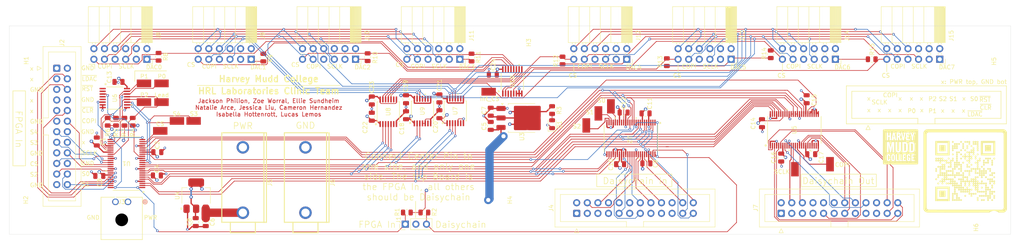
<source format=kicad_pcb>
(kicad_pcb (version 20241229) (generator "pcbnew") (generator_version "9.0")
  (layers (0 "F.Cu" signal "Front Copper (1)") (4 "In1.Cu" power "GND Copper (2)") (6 "In2.Cu" power "PWR Copper (3)") (2 "B.Cu" signal "Back Copper (4)") (13 "F.Paste" user) (5 "F.SilkS" user "F.Silkscreen") (7 "B.SilkS" user "B.Silkscreen") (1 "F.Mask" user) (3 "B.Mask" user) (25 "Edge.Cuts" user))
  (net 0 "")
  (net 1 "/1V8")
  (net 2 "GND")
  (net 3 "/supplyPower")
  (net 4 "/3V3")
  (net 5 "Net-(D1-A)")
  (net 6 "/~{leader}")
  (net 7 "/~{follower}")
  (net 8 "/Fin_~{LDAC}")
  (net 10 "/Fin_S0")
  (net 11 "/Fin_S3")
  (net 12 "/Fin_~{RESET}")
  (net 13 "/Fin_CS")
  (net 15 "/Fin_SCLK")
  (net 16 "/Fin_S2")
  (net 19 "/Fin_S1")
  (net 21 "/Fin_S4")
  (net 22 "/Fin_~{CLR}")
  (net 23 "/Fin_COPI")
  (net 24 "/Din_pass0")
  (net 25 "/Din_pass2")
  (net 26 "/Din_~{CLR}")
  (net 27 "/Din_S2")
  (net 28 "/Din_~{RESET}")
  (net 29 "/Din_S1")
  (net 30 "/Din_pass1")
  (net 31 "/Din_COPI")
  (net 32 "/Din_S0")
  (net 33 "/Din_~{LDAC}")
  (net 34 "/Din_SCLK")
  (net 35 "/Dout_S0")
  (net 36 "/Dout_S1")
  (net 37 "/Dout_SCLK")
  (net 38 "/Dout_pass1")
  (net 39 "/Dout_~{CLR}")
  (net 40 "/Dout_COPI")
  (net 41 "/Dout_~{RESET}")
  (net 42 "/Dout_pass0")
  (net 43 "/Dout_pass2")
  (net 44 "/Dout_S2")
  (net 45 "/Dout_~{LDAC}")
  (net 46 "/CS_0")
  (net 47 "/~{LDAC}")
  (net 48 "/SCLK")
  (net 49 "/COPI")
  (net 50 "/~{CLR}")
  (net 52 "/~{RESET}")
  (net 54 "/CS_1")
  (net 59 "/CS_2")
  (net 60 "/CS_3")
  (net 64 "/CS_4")
  (net 68 "/CS_5")
  (net 70 "/CS_6")
  (net 73 "/CS_7")
  (net 75 "/leadP0_1V8")
  (net 76 "/leadP1_1V8")
  (net 77 "/leadP2_1V8")
  (net 78 "/test_SCLK")
  (net 79 "/test_COPI")
  (net 80 "/test_S0")
  (net 81 "/test_S1")
  (net 82 "/test_S2")
  (net 83 "/test_CS")
  (net 84 "/leadCS_1V8")
  (net 85 "/~{LDAC}_1V8")
  (net 86 "/S3_1V8")
  (net 88 "/pass2_1V8")
  (net 89 "/int_CS_1V8")
  (net 90 "/S2_1V8")
  (net 91 "/pass0_1V8")
  (net 92 "/~{RESET}_1V8")
  (net 93 "/S4_1V8")
  (net 94 "/COPI_1V8")
  (net 95 "/SCLK_1V8")
  (net 96 "/S0_1V8")
  (net 97 "/~{CLR}_1V8")
  (net 98 "/pass1_1V8")
  (net 99 "/S1_1V8")
  (net 100 "/CS_1V8")
  (net 111 "/S2")
  (net 114 "/S0")
  (net 115 "/int_CS")
  (net 116 "/S1")
  (footprint "Capacitor_SMD:C_0805_2012Metric" (layer "F.Cu") (at 123.099916 97.4 -90)
    (property "Reference" "C21")
    (property "Value" "0.1uF")
  )
  (footprint "S1751-46R:HARWIN_S1751-46R" (layer "F.Cu") (at 52.3 93.8 180)
    (property "Reference" "T11" (hide yes))
    (property "Value" "TestPoint")
  )
  (footprint "Resistor_SMD:R_0805_2012Metric" (layer "F.Cu") (at 130.8 87.5875 -90)
    (property "Reference" "R11")
    (property "Value" "10k")
  )
  (footprint "Connector_PinSocket_2.54mm:PinSocket_2x06_P2.54mm_Horizontal" (layer "F.Cu") (at 193 88 -90)
    (property "Reference" "J13")
    (property "Value" "Conn_02x06_Odd_Even")
  )
  (footprint "Connector_IDC:IDC-Header_2x12_P2.54mm_Vertical" (layer "F.Cu") (at 156 125 90)
    (property "Reference" "J4")
    (property "Value" "Conn_02x12_Odd_Even")
  )
  (footprint "Resistor_SMD:R_0805_2012Metric" (layer "F.Cu") (at 226.7 88 180)
    (property "Reference" "R15")
    (property "Value" "10k")
  )
  (footprint "CD74HC4051PWR:PW16" (layer "F.Cu") (at 140.574999 93.321 90)
    (property "Reference" "U10")
    (property "Value" "CD74HC4051PWR")
  )
  (footprint "MountingHole:MountingHole_3.2mm_M3" (layer "F.Cu") (at 24 126)
    (property "Reference" "H2")
    (property "Value" "MountingHole")
  )
  (footprint "S1751-46R:HARWIN_S1751-46R" (layer "F.Cu") (at 56.5 98.3 180)
    (property "Reference" "T9" (hide yes))
    (property "Value" "TestPoint")
  )
  (footprint "Resistor_SMD:R_0805_2012Metric" (layer "F.Cu") (at 202.5 86.8 -90)
    (property "Reference" "R14")
    (property "Value" "10k")
  )
  (footprint "24-243-2_Banana:CONN-TH_24.243.2_Better_Silkscreen" (layer "F.Cu") (at 91 117 -90)
    (property "Reference" "J6")
    (property "Value" "Black Banana")
  )
  (footprint "Capacitor_SMD:C_0805_2012Metric" (layer "F.Cu") (at 115.099916 101.45 90)
    (property "Reference" "C18")
    (property "Value" "0.1uF")
  )
  (footprint "Connector_PinSocket_2.54mm:PinSocket_2x06_P2.54mm_Horizontal" (layer "F.Cu") (at 103 88 -90)
    (property "Reference" "J10")
    (property "Value" "Conn_02x06_Odd_Even")
  )
  (footprint "Capacitor_SMD:C_0805_2012Metric" (layer "F.Cu") (at 211.1 97.6 90)
    (property "Reference" "C15")
    (property "Value" "0.1uF")
  )
  (footprint "Resistor_SMD:R_0805_2012Metric" (layer "F.Cu") (at 105.9 87.5 -90)
    (property "Reference" "R10")
    (property "Value" "10k")
  )
  (footprint "Capacitor_SMD:C_0805_2012Metric" (layer "F.Cu") (at 115.099916 97.6 -90)
    (property "Reference" "C19")
    (property "Value" "0.1uF")
  )
  (footprint "S1751-46R:HARWIN_S1751-46R" (layer "F.Cu") (at 134.9 95.8)
    (property "Reference" "T13" (hide yes))
    (property "Value" "TestPoint")
  )
  (footprint "Capacitor_SMD:C_0805_2012Metric" (layer "F.Cu") (at 135.9 91.7 180)
    (property "Reference" "C24")
    (property "Value" "0.1uF")
  )
  (footprint "S1751-46R:HARWIN_S1751-46R" (layer "F.Cu") (at 216.7 113.2 90)
    (property "Reference" "T2" (hide yes))
    (property "Value" "TestPoint")
  )
  (footprint "Package_TO_SOT_SMD:SOT-223-3_TabPin2" (layer "F.Cu") (at 64.8 120.75 90)
    (property "Reference" "U4")
    (property "Value" "AMS1117-1.8")
  )
  (footprint "MountingHole:MountingHole_3.2mm_M3" (layer "F.Cu") (at 256 84)
    (property "Reference" "H5")
    (property "Value" "MountingHole")
  )
  (footprint "S1751-46R:HARWIN_S1751-46R" (layer "F.Cu") (at 52.3 98.3)
    (property "Reference" "T12" (hide yes))
    (property "Value" "TestPoint")
  )
  (footprint "S1751-46R:HARWIN_S1751-46R" (layer "F.Cu") (at 158.3 103.9 -90)
    (property "Reference" "T5" (hide yes))
    (property "Value" "TestPoint")
  )
  (footprint "S1751-46R:HARWIN_S1751-46R" (layer "F.Cu") (at 56.2 105.2 180)
    (property "Reference" "T8" (hide yes))
    (property "Value" "TestPoint")
  )
  (footprint "TXU0104PWR:TSSOP_0104PWR_TEX" (layer "F.Cu") (at 119.049958 100.45275 90)
    (property "Reference" "U9")
    (property "Value" "TXU0104PWR")
  )
  (footprint "Connector_PinSocket_2.54mm:PinSocket_2x06_P2.54mm_Horizontal" (layer "F.Cu") (at 78 88 -90)
    (property "Reference" "J9")
    (property "Value" "Conn_02x06_Odd_Even")
  )
  (footprint "Capacitor_SMD:C_0805_2012Metric" (layer "F.Cu") (at 64.7 127.1 -90)
    (property "Reference" "C8")
    (property "Value" "22uF")
  )
  (footprint "Capacitor_SMD:C_0805_2012Metric" (layer "F.Cu") (at 41.6 116.015868 180)
    (property "Reference" "C3")
    (property "Value" "0.1uF")
  )
  (footprint "Capacitor_SMD:C_0805_2012Metric" (layer "F.Cu") (at 135.4 100.6 90)
    (property "Reference" "C7")
    (property "Value" "22uF")
  )
  (footprint "Capacitor_SMD:C_0805_2012Metric" (layer "F.Cu") (at 172.7 113)
    (property "Reference" "C9")
    (property "Value" "0.1uF")
  )
  (footprint "MountingHole:MountingHole_3.2mm_M3" (layer "F.Cu") (at 256 126)
    (property "Reference" "H6")
    (property "Value" "MountingHole")
  )
  (footprint "MountingHole:MountingHole_3.2mm_M3" (layer "F.Cu") (at 140 126)
    (property "Reference" "H4")
    (property "Value" "MountingHole")
  )
  (footprint "CD74HC4051PWR:PW16" (layer "F.Cu") (at 45.321 97.325001)
    (property "Reference" "U6")
    (property "Value" "CD74HC4051PWR")
  )
  (footprint "Capacitor_SMD:C_0805_2012Metric" (layer "F.Cu") (at 123.099916 101.2 90)
    (property "Reference" "C20")
    (property "Value" "0.1uF")
  )
  (footprint "436500200:CONN_SD-43650-001_02_MOL" (layer "F.Cu") (at 48.4666 122.241901)
    (property "Reference" "J3")
    (property "Value" "436500200")
  )
  (footprint "MountingHole:MountingHole_3.2mm_M3" (layer "F.Cu") (at 24 84)
    (property "Reference" "H1")
    (property "Value" "MountingHole")
  )
  (footprint "Resistor_SMD:R_0805_2012Metric" (layer "F.Cu") (at 47.6 103 -90)
    (property "Reference" "R7")
    (property "Value" "10k")
  )
  (footprint "Capacitor_SMD:C_0805_2012Metric" (layer "F.Cu") (at 172.5 101)
    (property "Reference" "C11")
    (property "Value" "0.1uF")
  )
  (footprint "Capacitor_SMD:C_0805_2012Metric" (layer "F.Cu") (at 166.4 113.2)
    (property "Reference" "C10")
    (property "Value" "0.1uF")
  )
  (footprint "SN74AUC16244DGGR:DGG48" (layer "F.Cu") (at 169 107 -90)
    (property "Reference" "U2")
    (property "Value" "SN74AUC16244DGGR")
  )
  (footprint "LED_SMD:LED_0805_2012Metric" (layer "F.Cu") (at 150.1 103.6 90)
    (property "Reference" "D1")
    (property "Value" "HSMA-C170")
  )
  (footprint "Resistor_SMD:R_0805_2012Metric" (layer "F.Cu") (at 119.5 124.8)
    (property "Reference" "R2")
    (property "Value" "10k")
  )
  (footprint "Connector_PinSocket_2.54mm:PinSocket_2x06_P2.54mm_Horizontal" (layer "F.Cu") (at 128 88 -90)
    (property "Reference" "J11")
    (property "Value" "Conn_02x06_Odd_Even")
  )
  (footprint "LOGO" (layer "F.Cu") (at 233.6 109.038896)
    (property "Reference" "G***" (hide yes))
    (property "Value" "LOGO" (hide yes))
  )
  (footprint "Capacitor_SMD:C_0805_2012Metric" (layer "F.Cu") (at 167.25 100.8)
    (property "Reference" "C12")
    (property "Value" "0.1uF")
  )
  (footprint "Resistor_SMD:R_0805_2012Metric" (layer "F.Cu") (at 55.8 87.4 -90)
    (property "Reference" "R8")
    (property "Value" "10k")
  )
  (footprint "S1751-46R:HARWIN_S1751-46R" (layer "F.Cu") (at 56.5 93.8 180)
    (property "Reference" "T10" (hide yes))
    (property "Value" "TestPoint")
  )
  (footprint "Connector_PinHeader_2.54mm:PinHeader_1x03_P2.54mm_Vertical" (layer "F.Cu") (at 114.92 127.6 90)
    (property "Reference" "J1")
    (property "Value" "Conn_01x03")
  )
  (footprint "Capacitor_SMD:C_0805_2012Metric" (layer "F.Cu") (at 200.4 103.35 -90)
    (property "Reference" "C14")
    (property "Value" "0.1uF")
  )
  (footprint "S1751-46R:HARWIN_S1751-46R" (layer "F.Cu") (at 64.2 102.8 180)
    (property "Reference" "T6" (hide yes))
    (property "Value" "TestPoint")
  )
  (footprint "SN74AUC16244DGGR:DGG48" (layer "F.Cu") (at 48.099149 113.05 180)
    (property "Reference" "U1")
    (property "Value" "SN74AUC16244DGGR")
  )
  (footprint "Connector_PinSocket_2.54mm:PinSocket_2x06_P2.54mm_Horizontal" (layer "F.Cu") (at 218 88 -90)
    (property "Reference" "J14")
    (property "Value" "Conn_02x06_Odd_Even")
  )
  (footprint "Connector_PinSocket_2.54mm:PinSocket_2x06_P2.54mm_Horizontal" (layer "F.Cu") (at 53 88 -90)
    (property "Reference" "J8")
    (property "Value" "Conn_02x06_Odd_Even")
  )
  (footprint "S1751-46R:HARWIN_S1751-46R" (layer "F.Cu") (at 208.3 114.4 90)
    (property "Reference" "T1" (hide yes))
    (property "Value" "TestPoint")
  )
  (footprint "Resistor_SMD:R_0805_2012Metric" (layer "F.Cu") (at 177.6 88.7 -90)
    (property "Reference" "R13")
    (property "Value" "10k")
  )
  (footprint "TXU0104PWR:TSSOP_0104PWR_TEX" (layer "F.Cu") (at 126.899916 100.4 90)
    (property "Reference" "U7")
    (property "Value" "TXU0104PWR")
  )
  (footprint "Capacitor_SMD:C_0805_2012Metric" (layer "F.Cu") (at 106.899916 97.9 -90)
    (property "Reference" "C23")
    (property "Value" "0.1uF")
  )
  (footprint "Capacitor_SMD:C_0805_2012Metric" (layer "F.Cu") (at 55.5 110.3)
    (property "Reference" "C2")
    (property "Value" "0.1uF")
  )
  (footprint "LOGO" (layer "F.Cu") (at 249.1 114.9)
    (property "Reference" "G***" (hide yes))
    (property "Value" "LOGO" (hide yes))
  )
  (footprint "Capacitor_SMD:C_0805_2012Metric" (layer "F.Cu") (at 212.2 110.8)
    (property "Reference" "C17")
    (property "Value" "0.1uF")
  )
  (footprint "SN74AUC16244DGGR:DGG48" (layer "F.Cu") (at 208.149865 104.951983 90)
    (property "Reference" "U5")
    (property "Value" "SN74AUC16244DGGR")
  )
  (footprint "Capacitor_SMD:C_0805_2012Metric" (layer "F.Cu") (at 67.1 127.1 -90)
    (property "Reference" "C6")
    (property "Value" "10uF")
  )
  (footprint "S1751-46R:HARWIN_S1751-46R" (layer "F.Cu") (at 161.2 101 -90)
    (property "Reference" "T4" (hide yes))
    (property "Value" "TestPoint")
  )
  (footprint "Capacitor_SMD:C_0805_2012Metric" (layer "F.Cu") (at 41 107.75 90)
    (property "Reference" "C1")
    (property "Value" "0.1uF")
  )
  (footprint "Resistor_SMD:R_0805_2012Metric" (layer "F.Cu") (at 43.6 103 -90)
    (property "Reference" "R6")
    (property "Value" "10k")
  )
  (footprint "TXU0104PWR:TSSOP_0104PWR_TEX" (layer "F.Cu") (at 110.84993 100.6055 90)
    (property "Reference" "U8")
    (property "Value" "TXU0104PWR")
  )
  (footprint "Capacitor_SMD:C_0805_2012Metric" (layer "F.Cu") (at 106.899916 101.8 90)
    (property "Reference" "C22")
    (property "Value" "0.1uF")
  )
  (footprint "Connector_PinSocket_2.54mm:PinSocket_2x06_P2.54mm_Horizontal" (layer "F.Cu") (at 168 88 -90)
    (property "Reference" "J12")
    (property "Value" "Conn_02x06_Odd_Even")
  )
  (footprint "Resistor_SMD:R_0805_2012Metric" (layer "F.Cu") (at 152.6 88.3 -90)
    (property "Reference" "R12")
    (property "Value" "10k")
  )
  (footprint "24-243-2_Banana:CONN-TH_24.243.2_Better_Silkscreen" (layer "F.Cu") (at 76 117 -90)
    (property "Reference" "J5")
    (property "Value" "Red Banana")
  )
  (footprint "Capacitor_SMD:C_0805_2012Metric" (layer "F.Cu") (at 135.4 104 90)
    (property "Reference" "C5")
    (property "Value" "10uF")
  )
  (footprint "Resistor_SMD:R_0805_2012Metric" (layer "F.Cu") (at 150.1 100.2 90)
    (property "Reference" "R3")
    (property "Value" "2.2k")
  )
  (footprint "S1751-46R:HARWIN_S1751-46R" (layer "F.Cu") (at 164.2 99.3 90)
    (property "Reference" "T3" (hide yes))
    (property "Value" "TestPoint")
  )
  (footprint "Capacitor_SMD:C_0805_2012Metric" (layer "F.Cu") (at 46.192 93.450002 180)
    (property "Reference" "C13")
    (property "Value" "0.1uF")
  )
  (footprint "Resistor_SMD:R_0805_2012Metric" (layer "F.Cu") (at 45.6 103 -90)
    (property "Reference" "R5")
    (property "Value" "10k")
  )
  (footprint "MountingHole:MountingHole_3.2mm_M3" (layer "F.Cu") (at 140 84)
    (property "Reference" "H3")
    (property "Value" "MountingHole")
  )
  (footprint "Connector_PinSocket_2.54mm:PinSocket_2x06_P2.54mm_Horizontal" (layer "F.Cu") (at 243 88 -90)
    (property "Reference" "J15")
    (property "Value" "Conn_02x06_Odd_Even")
  )
  (footprint "Resistor_SMD:R_0805_2012Metric" (layer "F.Cu") (at 115.3 124.8 180)
    (property "Reference" "R1")
    (property "Value" "10k")
  )
  (footprint "Resistor_SMD:R_0805_2012Metric" (layer "F.Cu") (at 80.9 87.6 -90)
    (property "Reference" "R9")
    (property "Value" "10k")
  )
  (footprint "Connector_IDC:IDC-Header_2x12_P2.54mm_Vertical" (layer "F.Cu") (at 31.4 90.16)
    (property "Reference" "J2")
    (property "Value" "Conn_02x12_Odd_Even")
  )
  (footprint "Capacitor_SMD:C_0805_2012Metric" (layer "F.Cu") (at 55.4 115.9)
    (property "Reference" "C4")
    (property "Value" "0.1uF")
  )
  (footprint "Package_TO_SOT_SMD:TO-252-3_TabPin2" (layer "F.Cu") (at 142.9 102.1)
    (property "Reference" "U3")
    (property "Value" "AZ1084CD-3.3TRG1")
  )
  (footprint "Connector_IDC:IDC-Header_2x12_P2.54mm_Vertical" (layer "F.Cu") (at 205 125 90)
    (property "Reference" "J7")
    (property "Value" "Conn_02x12_Odd_Even")
  )
  (footprint "Resistor_SMD:R_0805_2012Metric" (layer "F.Cu") (at 49.6 103 -90)
    (property "Reference" "R4")
    (property "Value" "10k")
  )
  (footprint "S1751-46R:HARWIN_S1751-46R" (layer "F.Cu") (at 60.2 102.8 180)
    (property "Reference" "T7" (hide yes))
    (property "Value" "TestPoint")
  )
  (footprint "Capacitor_SMD:C_0805_2012Metric" (layer "F.Cu") (at 205 111.6 -90)
    (property "Reference" "C16")
    (property "Value" "0.1uF")
  )
  (gr_rect (start 20.9 95.6) (end 23.9 113.6) (stroke (width 0.153)) (fill no) (layer "F.SilkS"))
  (gr_line (start 237.75 103.51) (end 237.75 102.2) (stroke (width 0.15)) (layer "F.SilkS"))
  (gr_line (start 220.62 94.39) (end 258.98 94.39) (stroke (width 0.15)) (layer "F.SilkS"))
  (gr_line (start 155.3 89) (end 155.3 91) (stroke (width 0.15)) (layer "F.SilkS"))
  (gr_line (start 205.3 89) (end 205.3 91) (stroke (width 0.15)) (layer "F.SilkS"))
  (gr_line (start 40.5 89.2) (end 40.5 90.3) (stroke (width 0.15)) (layer "F.SilkS"))
  (gr_line (start 257.68 95.7) (end 221.92 95.7) (stroke (width 0.15)) (layer "F.SilkS"))
  (gr_line (start 225.33 104.9) (end 226.33 104.9) (stroke (width 0.15)) (layer "F.SilkS"))
  (gr_line (start 257.68 95.7) (end 257.68 102.2) (stroke (width 0.15)) (layer "F.SilkS"))
  (gr_line (start 258.98 94.39) (end 258.98 103.51) (stroke (width 0.15)) (layer "F.SilkS"))
  (gr_line (start 258.98 103.51) (end 220.62 103.51) (stroke (width 0.15)) (layer "F.SilkS"))
  (gr_line (start 50.1 93.3) (end 50.1 90.8) (stroke (width 0.15)) (layer "F.SilkS"))
  (gr_line (start 50.1 90.8) (end 57.7 90.8) (stroke (width 0.15)) (layer "F.SilkS"))
  (gr_line (start 241.85 102.2) (end 257.68 102.2) (stroke (width 0.15)) (layer "F.SilkS"))
  (gr_rect (start 160.8 115.6) (end 178.8 118.6) (stroke (width 0.153)) (fill no) (layer "F.SilkS"))
  (gr_line (start 220.62 94.39) (end 220.62 103.51) (stroke (width 0.15)) (layer "F.SilkS"))
  (gr_line (start 241.85 102.2) (end 241.85 103.51) (stroke (width 0.15)) (layer "F.SilkS"))
  (gr_line (start 65.1 94.3) (end 99.3 94.3) (stroke (width 0.15)) (layer "F.SilkS"))
  (gr_line (start 221.92 102.2) (end 221.92 95.7) (stroke (width 0.15)) (layer "F.SilkS"))
  (gr_line (start 39.1 89.2) (end 40.5 89.2) (stroke (width 0.15)) (layer "F.SilkS"))
  (gr_line (start 180.3 89) (end 180.3 91) (stroke (width 0.15)) (layer "F.SilkS"))
  (gr_rect (start 209.8 115.6) (end 227.8 118.6) (stroke (width 0.153)) (fill no) (layer "F.SilkS"))
  (gr_line (start 226.33 104.9) (end 225.83 103.9) (stroke (width 0.15)) (layer "F.SilkS"))
  (gr_line (start 225.83 103.9) (end 225.33 104.9) (stroke (width 0.15)) (layer "F.SilkS"))
  (gr_line (start 221.92 102.2) (end 237.75 102.2) (stroke (width 0.15)) (layer "F.SilkS"))
  (gr_line (start 230.3 89) (end 230.3 91) (stroke (width 0.15)) (layer "F.SilkS"))
  (gr_line (start 117.4 122.1) (end 117.4 126) (stroke (width 0.153)) (layer "F.SilkS"))
  (gr_rect (start 20 80) (end 260 130) (stroke (width 0.05)) (fill no) (layer "Edge.Cuts"))
  (gr_text "Jackson Philion, Zoe Worral, Ellie Sundheim\nNatalie Arce, Jessica Liu, Cameron Hernandez\nIsabella Hottenrott, Lucas Lemos" (at 82.2 101.8 0) (layer "F.Cu") (effects (font (size 1 1)) (justify bottom)))
  (gr_text "~{RST}" (at 252.4 98.3 0) (layer "F.SilkS") (effects (font (size 1 1)) (justify left bottom)))
  (gr_text "S0" (at 37.3 116.1 0) (layer "F.SilkS") (effects (font (size 1 1)) (justify left bottom)))
  (gr_text "COPI" (at 37.3 103.4 0) (layer "F.SilkS") (effects (font (size 1 1)) (justify left bottom)))
  (gr_text "S2" (at 155 104.7 0) (layer "F.SilkS") (effects (font (size 1 1)) (justify left bottom)))
  (gr_text "COPI" (at 116.1 90.3 0) (layer "F.SilkS") (effects (font (size 1 1)) (justify left bottom)))
  (gr_text "SCLK" (at 46.1 90.3 0) (layer "F.SilkS") (effects (font (size 1 1)) (justify left bottom)))
  (gr_text "x" (at 24.9 90.809092 0) (layer "F.SilkS") (effects (font (size 1 1)) (justify left bottom)))
  (gr_text "CS" (at 179 92.5 0) (layer "F.SilkS") (effects (font (size 1 1)) (justify left bottom)))
  (gr_text "x" (at 24.9 98.445454 0) (layer "F.SilkS") (effects (font (size 1 1)) (justify left bottom)))
  (gr_text "CS" (at 154 92.5 0) (layer "F.SilkS") (effects (font (size 1 1)) (justify left bottom)))
  (gr_text "CS" (at 112.5 89.9 0) (layer "F.SilkS") (effects (font (size 1 1)) (justify left bottom)))
  (gr_text "SCLK" (at 37.3 111.1 0) (layer "F.SilkS") (effects (font (size 1 1)) (justify left bottom)))
  (gr_text "S0" (at 250.2 98.1 0) (layer "F.SilkS") (effects (font (size 1 1)) (justify left bottom)))
  (gr_text "SCLK" (at 226.6 98.9 0) (layer "F.SilkS") (effects (font (size 1 1)) (justify left bottom)))
  (gr_text "~{LDAC}" (at 37.3 93.3 0) (layer "F.SilkS") (effects (font (size 1 1)) (justify left bottom)))
  (gr_text "COPI" (at 229.3 97.2 0) (layer "F.SilkS") (effects (font (size 1 1)) (justify left bottom)))
  (gr_text "P1" (at 240.2 101 0) (layer "F.SilkS") (effects (font (size 1 1)) (justify left bottom)))
  (gr_text "x" (at 248.2 100.9 0) (layer "F.SilkS") (effects (font (size 1 1)) (justify left bottom)))
  (gr_text "GND" (at 91 104.8 0) (layer "F.SilkS") (effects (font (size 1.53 1.53) (thickness 0.153)) (justify bottom)))
  (gr_text "CS" (at 24.9 113.718178 0) (layer "F.SilkS") (effects (font (size 1 1)) (justify left bottom)))
  (gr_text "S4" (at 59.1 101.7 0) (layer "F.SilkS") (effects (font (size 1 1)) (justify left bottom)))
  (gr_text "S1" (at 245.2 98.1 0) (layer "F.SilkS") (effects (font (size 1 1)) (justify left bottom)))
  (gr_text "int_CS" (at 132.7 98.1 0) (layer "F.SilkS") (effects (font (size 1 1)) (justify left bottom)))
  (gr_text "x" (at 238.1 98 0) (layer "F.SilkS") (effects (font (size 1 1)) (justify left bottom)))
  (gr_text "DAC3" (at 127.7 90.5 0) (layer "F.SilkS") (effects (font (size 1 1)) (justify left bottom)))
  (gr_text "S4" (at 24.9 106.081816 0) (layer "F.SilkS") (effects (font (size 1 1)) (justify left bottom)))
  (gr_text "COPI" (at 91.1 90.3 0) (layer "F.SilkS") (effects (font (size 1 1)) (justify left bottom)))
  (gr_text "COPI" (at 231.1 90.3 0) (layer "F.SilkS") (effects (font (size 1 1)) (justify left bottom)))
  (gr_text "GND" (at 37.2 113.6 0) (layer "F.SilkS") (effects (font (size 1 1)) (justify left bottom)))
  (gr_text "S1" (at 37.3 118.6 0) (layer "F.SilkS") (effects (font (size 1 1)) (justify left bottom)))
  (gr_text "S1" (at 158.1 101.3 0) (layer "F.SilkS") (effects (font (size 1 1)) (justify left bottom)))
  (gr_text "SCLK" (at 71.1 90.3 0) (layer "F.SilkS") (effects (font (size 1 1)) (justify left bottom)))
  (gr_text "P0" (at 55.5 92.7 0) (layer "F.SilkS") (effects (font (size 1 1)) (justify left bottom)))
  (gr_text "~{CLR}" (at 37.3 100.9 0) (layer "F.SilkS") (effects (font (size 1 1)) (justify left bottom)))
  (gr_text "x" (at 37.3 108.5 0) (layer "F.SilkS") (effects (font (size 1 1)) (justify left bottom)))
  (gr_text "SCLK" (at 236.1 90.3 0) (layer "F.SilkS") (effects (font (size 1 1)) (justify left bottom)))
  (gr_text "GND" (at 24.9 118.809092 0) (layer "F.SilkS") (effects (font (size 1 1)) (justify left bottom)))
  (gr_text "x" (at 24.9 100.990908 0) (layer "F.SilkS") (effects (font (size 1 1)) (justify left bottom)))
  (gr_text "COPI" (at 66.1 90.3 0) (layer "F.SilkS") (effects (font (size 1 1)) (justify left bottom)))
  (gr_text "CS" (at 87.5 89.9 0) (layer "F.SilkS") (effects (font (size 1 1)) (justify left bottom)))
  (gr_text "PWR" (at 76 104.9 0) (layer "F.SilkS") (effects (font (size 1.53 1.53) (thickness 0.153)) (justify bottom)))
  (gr_text "Daisychain" (at 122 128.6 0) (layer "F.SilkS") (effects (font (size 1.53 1.53) (thickness 0.153)) (justify left bottom)))
  (gr_text "SCLK" (at 161.1 90.3 0) (layer "F.SilkS") (effects (font (size 1 1)) (justify left bottom)))
  (gr_text "S3" (at 24.9 108.62727 0) (layer "F.SilkS") (effects (font (size 1 1)) (justify left bottom)))
  (gr_text "CS" (at 204 92.5 0) (layer "F.SilkS") (effects (font (size 1 1)) (justify left bottom)))
  (gr_text "DAC5" (at 192.7 90.5 0) (layer "F.SilkS") (effects (font (size 1 1)) (justify left bottom)))
  (gr_text "x" (at 233 98 0) (layer "F.SilkS") (effects (font (size 1 1)) (justify left bottom)))
  (gr_text "~{RST}" (at 37.3 95.7 0) (layer "F.SilkS") (effects (font (size 1 1)) (justify left bottom)))
  (gr_text "CS" (at 55.1 104.1 0) (layer "F.SilkS") (effects (font (size 1 1)) (justify left bottom)))
  (gr_text "CS" (at 229 92.5 0) (layer "F.SilkS") (effects (font (size 1 1)) (justify left bottom)))
  (gr_text "DAC7" (at 242.7 90.5 0) (layer "F.SilkS") (effects (font (size 1 1)) (justify left bottom)))
  (gr_text "DAC4" (at 167.7 90.5 0) (layer "F.SilkS") (effects (font (size 1 1)) (justify left bottom)))
  (gr_text "x" (at 230.5 100.8 0) (layer "F.SilkS") (effects (font (size 1 1)) (justify left bottom)))
  (gr_text "Daisychain In" (at 170 118.1 0) (layer "F.SilkS") (effects (font (size 1.53 1.53) (thickness 0.153)) (justify bottom)))
  (gr_text "x" (at 238.2 100.8 0) (layer "F.SilkS") (effects (font (size 1 1)) (justify left bottom)))
  (gr_text "x" (at 248.3 98 0) (layer "F.SilkS") (effects (font (size 1 1)) (justify left bottom)))
  (gr_text "x" (at 243.2 100.9 0) (layer "F.SilkS") (effects (font (size 1 1)) (justify left bottom)))
  (gr_text "Daisychain Out" (at 218.7 118.1 0) (layer "F.SilkS") (effects (font (size 1.53 1.53) (thickness 0.153)) (justify bottom)))
  (gr_text "COPI" (at 217.8 113.9 0) (layer "F.SilkS") (effects (font (size 1 1)) (justify left bottom)))
  (gr_text "x" (at 233 100.8 0) (layer "F.SilkS") (effects (font (size 1 1)) (justify left bottom)))
  (gr_text "P0" (at 235.2 101 0) (layer "F.SilkS") (effects (font (size 1 1)) (justify left bottom)))
  (gr_text "x: PWR top, GND bot" (at 243.2 94 0) (layer "F.SilkS") (effects (font (size 1 1)) (justify left bottom)))
  (gr_text "CS" (at 62.5 89.9 0) (layer "F.SilkS") (effects (font (size 1 1)) (justify left bottom)))
  (gr_text "P2" (at 51.3 97.2 0) (layer "F.SilkS") (effects (font (size 1 1)) (justify left bottom)))
  (gr_text "~{CLR}" (at 252.5 100.2 0) (layer "F.SilkS") (effects (font (size 1 1)) (justify left bottom)))
  (gr_text "x" (at 228 100.8 0) (layer "F.SilkS") (effects (font (size 1 1)) (justify left bottom)))
  (gr_text "COPI" (at 41.1 90.3 0) (layer "F.SilkS") (effects (font (size 1 1)) (justify left bottom)))
  (gr_text "GND" (at 38.5 126.6 0) (layer "F.SilkS") (effects (font (size 1 1)) (justify left bottom)))
  (gr_text "~{LDAC}" (at 249.5 101.8 0) (layer "F.SilkS") (effects (font (size 1 1)) (justify left bottom)))
  (gr_text "SCLK" (at 96.1 90.3 0) (layer "F.SilkS") (effects (font (size 1 1)) (justify left bottom)))
  (gr_text "x" (at 235.7 98 0) (layer "F.SilkS") (effects (font (size 1 1)) (justify left bottom)))
  (gr_text "COPI" (at 206.1 90.3 0) (layer "F.SilkS") (effects (font (size 1 1)) (justify left bottom)))
  (gr_text "GND" (at 24.9 103.536362 0) (layer "F.SilkS") (effects (font (size 1 1)) (justify left bottom)))
  (gr_text "SCLK" (at 186.1 90.3 0) (layer "F.SilkS") (effects (font (size 1 1)) (justify left bottom)))
  (gr_text "S2" (at 24.9 116.263632 0) (layer "F.SilkS") (effects (font (size 1 1)) (justify left bottom)))
  (gr_text "GND" (at 24.9 95.9 0) (layer "F.SilkS") (effects (font (size 1 1)) (justify left bottom)))
  (gr_text "DAC1" (at 77.7 90.5 0) (layer "F.SilkS") (effects (font (size 1 1)) (justify left bottom)))
  (gr_text "DAC0" (at 52.7 90.5 0) (layer "F.SilkS") (effects (font (size 1 1)) (justify left bottom)))
  (gr_text "P2" (at 240.2 98.1 0) (layer "F.SilkS") (effects (font (size 1 1)) (justify left bottom)))
  (gr_text "SCLK" (at 211.1 90.3 0) (layer "F.SilkS") (effects (font (size 1 1)) (justify left bottom)))
  (gr_text "DAC6" (at 217.7 90.5 0) (layer "F.SilkS") (effects (font (size 1 1)) (justify left bottom)))
  (gr_text "SCLK" (at 203.2 115.6 0) (layer "F.SilkS") (effects (font (size 1 1)) (justify left bottom)))
  (gr_text "COPI" (at 181.1 90.3 0) (layer "F.SilkS") (effects (font (size 1 1)) (justify left bottom)))
  (gr_text "SCLK" (at 121.1 90.3 0) (layer "F.SilkS") (effects (font (size 1 1)) (justify left bottom)))
  (gr_text "Lead" (at 54.7 97.2 0) (layer "F.SilkS") (effects (font (size 1 1)) (justify left bottom)))
  (gr_text "S0" (at 160.9 98.5 0) (layer "F.SilkS") (effects (font (size 1 1)) (justify left bottom)))
  (gr_text "x" (at 225.5 98 0) (layer "F.SilkS") (effects (font (size 1 1)) (justify left bottom)))
  (gr_text "Connect Center Pin to\none side, and only one\nside. The top Board is\nthe FPGA In, all others\nshould be Daisychain" (at 118.1 122 0) (layer "F.SilkS") (effects (font (size 1.53 1.53) (thickness 0.153)) (justify bottom)))
  (gr_text "S2" (at 242.7 98.1 0) (layer "F.SilkS") (effects (font (size 1 1)) (justify left bottom)))
  (gr_text "GND" (at 37.2 98.3 0) (layer "F.SilkS") (effects (font (size 1 1)) (justify left bottom)))
  (gr_text "x" (at 245.7 100.9 0) (layer "F.SilkS") (effects (font (size 1 1)) (justify left bottom)))
  (gr_text "Harvey Mudd College" (at 82.2 93.6 0) (layer "F.SilkS") (effects (font (size 1.5 1.5) (thickness 0.3) (bold yes)) (justify bottom)))
  (gr_text "GND" (at 24.9 111.172724 0) (layer "F.SilkS") (effects (font (size 1 1)) (justify left bottom)))
  (gr_text "PWR" (at 52.2 126.6 0) (layer "F.SilkS") (effects (font (size 1 1)) (justify left bottom)))
  (gr_text "DAC2" (at 102.7 90.5 0) (layer "F.SilkS") (effects (font (size 1 1)) (justify left bottom)))
  (gr_text "S3" (at 63.2 101.7 0) (layer "F.SilkS") (effects (font (size 1 1)) (justify left bottom)))
  (gr_text "P1" (at 51.3 92.7 0) (layer "F.SilkS") (effects (font (size 1 1)) (justify left bottom)))
  (gr_text "GND" (at 37.2 90.7 0) (layer "F.SilkS") (effects (font (size 1 1)) (justify left bottom)))
  (gr_text "FPGA In" (at 103.6 128.6 0) (layer "F.SilkS") (effects (font (size 1.53 1.53) (thickness 0.153)) (justify left bottom)))
  (gr_text "COPI" (at 156.1 90.3 0) (layer "F.SilkS") (effects (font (size 1 1)) (justify left bottom)))
  (gr_text "x" (at 225.5 100.8 0) (layer "F.SilkS") (effects (font (size 1 1)) (justify left bottom)))
  (gr_text "x" (at 24.9 93.354546 0) (layer "F.SilkS") (effects (font (size 1 1)) (justify left bottom)))
  (gr_text "FPGA In" (at 21.4 104.8 -90) (layer "F.SilkS") (effects (font (size 1.53 1.53) (thickness 0.153)) (justify bottom)))
  (gr_text "GND" (at 37.2 106 0) (layer "F.SilkS") (effects (font (size 1 1)) (justify left bottom)))
  (gr_text "HRL Laboratories Clinic Team" (at 82.2 96.5 0) (layer "F.SilkS") (effects (font (size 1.5 1.5) (thickness 0.3) (bold yes)) (justify bottom)))
  (segment (start 42.6 110.3) (end 44.298298 110.3) (width 0.3) (layer "F.Cu") (net 1))
  (segment (start 210.899865 98.750135) (end 211.1 98.55) (width 0.3) (layer "F.Cu") (net 1))
  (segment (start 206.03737 111.56263) (end 205.426723 110.951983) (width 0.3) (layer "F.Cu") (net 1))
  (segment (start 123.099916 102.15) (end 124.302666 103.35275) (width 0.15) (layer "F.Cu") (net 1))
  (segment (start 212 112) (end 211.25 111.25) (width 0.3) (layer "F.Cu") (net 1))
  (segment (start 119.7 119.8) (end 119.7 123.6875) (width 0.15) (layer "F.Cu") (net 1))
  (segment (start 66.2 119.15) (end 66.2 119) (width 0.3) (layer "F.Cu") (net 1))
  (segment (start 66.2 119) (end 64.8 117.6) (width 0.3) (layer "F.Cu") (net 1))
  (segment (start 64.65 126.3) (end 64.65 124.05) (width 0.3) (layer "F.Cu") (net 1))
  (segment (start 166.3 100.8) (end 166.25 100.85) (width 0.3) (layer "F.Cu") (net 1))
  (segment (start 64.65 124.05) (end 64.8 123.9) (width 0.3) (layer "F.Cu") (net 1))
  (segment (start 119.7 123.6875) (end 118.5875 124.8) (width 0.15) (layer "F.Cu") (net 1))
  (segment (start 48.242 94.550002) (end 47.142 93.450002) (width 0.3) (layer "F.Cu") (net 1))
  (segment (start 41 108.7) (end 40.7 108.7) (width 0.3) (layer "F.Cu") (net 1))
  (segment (start 50.7875 103.9125) (end 49.6 103.9125) (width 0.15) (layer "F.Cu") (net 1))
  (segment (start 115.099916 102.4) (end 115.6 102.4) (width 0.3) (layer "F.Cu") (net 1))
  (segment (start 166.25 100.85) (end 166.25 103.199149) (width 0.3) (layer "F.Cu") (net 1))
  (segment (start 210.899865 101.151132) (end 210.899865 98.750135) (width 0.3) (layer "F.Cu") (net 1))
  (segment (start 166.3 100) (end 166.3 100.8) (width 0.3) (layer "F.Cu") (net 1))
  (segment (start 166.364552 114.114552) (end 165.45 113.2) (width 0.3) (layer "F.Cu") (net 1))
  (segment (start 205.399865 101.151132) (end 205.399865 102.04288) (width 0.15) (layer "F.Cu") (net 1))
  (segment (start 165.8 99.5) (end 166.3 100) (width 0.3) (layer "F.Cu") (net 1))
  (segment (start 166.25 112.4) (end 166.25 110.800851) (width 0.3) (layer "F.Cu") (net 1))
  (segment (start 200.775 102.775) (end 200.4 102.4) (width 0.15) (layer "F.Cu") (net 1))
  (segment (start 171.55 100.95) (end 172.5 100) (width 0.3) (layer "F.Cu") (net 1))
  (segment (start 210.899865 110.349865) (end 210.899865 108.752834) (width 0.3) (layer "F.Cu") (net 1))
  (segment (start 171.8 114.3) (end 171.75 114.25) (width 0.3) (layer "F.Cu") (net 1))
  (segment (start 47.142 93.450002) (end 47.102246 93.450002) (width 0.3) (layer "F.Cu") (net 1))
  (segment (start 54.45 116.05) (end 55.4 117) (width 0.3) (layer "F.Cu") (net 1))
  (segment (start 54.35 115.8) (end 54.45 115.9) (width 0.15) (layer "F.Cu") (net 1))
  (segment (start 211.25 111.25) (end 211.25 110.7) (width 0.3) (layer "F.Cu") (net 1))
  (segment (start 48.242 95.050002) (end 48.242 94.550002) (width 0.3) (layer "F.Cu") (net 1))
  (segment (start 210.15 97.6) (end 211.1 98.55) (width 0.3) (layer "F.Cu") (net 1))
  (segment (start 44.298298 115.8) (end 42.55 115.8) (width 0.3) (layer "F.Cu") (net 1))
  (segment (start 199.484577 103.321994) (end 200.4 102.406571) (width 0.3) (layer "F.Cu") (net 1))
  (segment (start 64.8 123.8) (end 64.8 123.9) (width 0.3) (layer "F.Cu") (net 1))
  (segment (start 115.099916 102.4) (end 116.0945 102.4) (width 0.3) (layer "F.Cu") (net 1))
  (segment (start 205.399865 102.04288) (end 204.667745 102.775) (width 0.15) (layer "F.Cu") (net 1))
  (segment (start 205.426723 110.951983) (end 205.399865 110.951983) (width 0.3) (layer "F.Cu") (net 1))
  (segment (start 43.7125 103.9125) (end 44.6 104.8) (width 0.15) (layer "F.Cu") (net 1))
  (segment (start 47.6 107.275) (end 47.4 107.475) (width 0.15) (layer "F.Cu") (net 1))
  (segment (start 200.4 102.406571) (end 200.4 102.4) (width 0.3) (layer "F.Cu") (net 1))
  (segment (start 63.6 121.075) (end 63.6 122.6) (width 0.3) (layer "F.Cu") (net 1))
  (segment (start 105.849916 101.7) (end 106.899916 102.75) (width 0.3) (layer "F.Cu") (net 1))
  (segment (start 171.75 114.25) (end 171.75 113) (width 0.3) (layer "F.Cu") (net 1))
  (segment (start 63.6 119.15) (end 63.6 118.8) (width 0.3) (layer "F.Cu") (net 1))
  (segment (start 116.0945 102.4) (end 117.1 103.4055) (width 0.3) (layer "F.Cu") (net 1))
  (segment (start 40.7 108.7) (end 39.7 107.7) (width 0.3) (layer "F.Cu") (net 1))
  (segment (start 54.55 110.45) (end 55.5 111.4) (width 0.3) (layer "F.Cu") (net 1))
  (segment (start 108.091722 102.75) (end 108.899972 103.55825) (width 0.3) (layer "F.Cu") (net 1))
  (segment (start 116.2125 124.8) (end 118.5875 124.8) (width 0.15) (layer "F.Cu") (net 1))
  (segment (start 47.102246 93.450002) (end 46.266861 92.614617) (width 0.3) (layer "F.Cu") (net 1))
  (segment (start 42.55 116) (end 42.55 116.015868) (width 0.3) (layer "F.Cu") (net 1))
  (segment (start 106.899916 102.75) (end 108.091722 102.75) (width 0.3) (layer "F.Cu") (net 1))
  (segment (start 165.45 113.2) (end 166.25 112.4) (width 0.3) (layer "F.Cu") (net 1))
  (segment (start 200.4 102.4) (end 200.3 102.5) (width 0.3) (layer "F.Cu") (net 1))
  (segment (start 211.25 110.7) (end 210.899865 110.349865) (width 0.3) (layer "F.Cu") (net 1))
  (segment (start 205.399865 110.951983) (end 205.399865 108.752834) (width 0.3) (layer "F.Cu") (net 1))
  (segment (start 115.6 102.4) (end 116.3 101.7) (width 0.3) (layer "F.Cu") (net 1))
  (segment (start 43.6 103.9125) (end 43.7125 103.9125) (width 0.15) (layer "F.Cu") (net 1))
  (segment (start 204.667745 102.775) (end 200.775 102.775) (width 0.15) (layer "F.Cu") (net 1))
  (segment (start 41 108.7) (end 42.6 110.3) (width 0.3) (layer "F.Cu") (net 1))
  (segment (start 47.6 103.9125) (end 47.6 107.275) (width 0.15) (layer "F.Cu") (net 1))
  (segment (start 54.55 110.3) (end 54.55 110.45) (width 0.3) (layer "F.Cu") (net 1))
  (segment (start 105.8 101.7) (end 105.849916 101.7) (width 0.3) (layer "F.Cu") (net 1))
  (segment (start 41.582822 115.032822) (end 42.55 116) (width 0.3) (layer "F.Cu") (net 1))
  (segment (start 124.1 102.15) (end 124.9 101.35) (width 0.15) (layer "F.Cu") (net 1))
  (segment (start 171.55 101) (end 171.75 101.2) (width 0.3) (layer "F.Cu") (net 1))
  (segment (start 63.6 122.6) (end 64.8 123.8) (width 0.3) (layer "F.Cu") (net 1))
  (segment (start 124.302666 103.35275) (end 124.949958 103.35275) (width 0.15) (layer "F.Cu") (net 1))
  (segment (start 171.75 110.800851) (end 171.75 113) (width 0.3) (layer "F.Cu") (net 1))
  (segment (start 51.9 110.3) (end 54.55 110.3) (width 0.3) (layer "F.Cu") (net 1))
  (segment (start 171.55 101) (end 171.55 100.95) (width 0.3) (layer "F.Cu") (net 1))
  (segment (start 120 119.5) (end 119.7 119.8) (width 0.15) (layer "F.Cu") (net 1))
  (segment (start 171.75 101.2) (end 171.75 103.199149) (width 0.3) (layer "F.Cu") (net 1))
  (segment (start 63.6 118.8) (end 64.8 117.6) (width 0.3) (layer "F.Cu") (net 1))
  (segment (start 43.6 103.9125) (end 45.6 103.9125) (width 0.15) (layer "F.Cu") (net 1))
  (segment (start 209.8 97.6) (end 210.15 97.6) (width 0.3) (layer "F.Cu") (net 1))
  (segment (start 123.099916 102.15) (end 124.1 102.15) (width 0.15) (layer "F.Cu") (net 1))
  (segment (start 51.9 115.8) (end 54.35 115.8) (width 0.15) (layer "F.Cu") (net 1))
  (segment (start 166.371412 114.114552) (end 166.364552 114.114552) (width 0.3) (layer "F.Cu") (net 1))
  (segment (start 54.45 115.9) (end 54.45 116.05) (width 0.3) (layer "F.Cu") (net 1))
  (segment (start 50.8 103.9) (end 50.7875 103.9125) (width 0.15) (layer "F.Cu") (net 1))
  (via (at 50.8 103.9) (size 0.8) (drill 0.4) (layers "F.Cu" "B.Cu") (net 1))
  (via (at 199.484577 103.321994) (size 0.8) (drill 0.4) (layers "F.Cu" "B.Cu") (net 1))
  (via (at 41.582822 115.032822) (size 0.8) (drill 0.4) (layers "F.Cu" "B.Cu") (net 1))
  (via (at 171.8 114.3) (size 0.8) (drill 0.4) (layers "F.Cu" "B.Cu") (net 1))
  (via (at 47.4 107.475) (size 0.8) (drill 0.4) (layers "F.Cu" "B.Cu") (net 1))
  (via (at 44.6 104.8) (size 0.8) (drill 0.4) (layers "F.Cu" "B.Cu") (net 1))
  (via (at 165.8 99.5) (size 0.8) (drill 0.4) (layers "F.Cu" "B.Cu") (net 1))
  (via (at 63.6 119.15) (size 0.8) (drill 0.4) (layers "F.Cu" "B.Cu") (net 1))
  (via (at 124.9 101.35) (size 0.8) (drill 0.4) (layers "F.Cu" "B.Cu") (net 1))
  (via (at 55.5 111.4) (size 0.8) (drill 0.4) (layers "F.Cu" "B.Cu") (net 1))
  (via (at 46.266861 92.614617) (size 0.8) (drill 0.4) (layers "F.Cu" "B.Cu") (net 1))
  (via (at 212 112) (size 0.8) (drill 0.4) (layers "F.Cu" "B.Cu") (net 1))
  (via (at 120 119.5) (size 0.8) (drill 0.4) (layers "F.Cu" "B.Cu") (net 1))
  (via (at 66.2 119.15) (size 0.8) (drill 0.4) (layers "F.Cu" "B.Cu") (net 1))
  (via (at 39.7 107.7) (size 0.8) (drill 0.4) (layers "F.Cu" "B.Cu") (net 1))
  (via (at 116.3 101.7) (size 0.8) (drill 0.4) (layers "F.Cu" "B.Cu") (net 1))
  (via (at 209.8 97.6) (size 0.8) (drill 0.4) (layers "F.Cu" "B.Cu") (net 1))
  (via (at 206.03737 111.56263) (size 0.8) (drill 0.4) (layers "F.Cu" "B.Cu") (net 1))
  (via (at 55.4 117) (size 0.8) (drill 0.4) (layers "F.Cu" "B.Cu") (net 1))
  (via (at 105.8 101.7) (size 0.8) (drill 0.4) (layers "F.Cu" "B.Cu") (net 1))
  (via (at 172.5 100) (size 0.8) (drill 0.4) (layers "F.Cu" "B.Cu") (net 1))
  (via (at 166.371412 114.114552) (size 0.8) (drill 0.4) (layers "F.Cu" "B.Cu") (net 1))
  (via (at 63.6 121.075) (size 0.8) (drill 0.4) (layers "F.Cu" "B.Cu") (net 1))
  (segment (start 63.6 121.075) (end 63.6 119.15) (width 0.3) (layer "B.Cu") (net 1))
  (segment (start 57.6 115.525001) (end 56.724999 115.525001) (width 0.3) (layer "F.Cu") (net 2))
  (segment (start 62.75 128.8) (end 62.75 124.15) (width 0.3) (layer "F.Cu") (net 2))
  (segment (start 166.749999 110.800851) (end 166.749999 112.599999) (width 0.3) (layer "F.Cu") (net 2))
  (segment (start 56.724999 115.525001) (end 56.35 115.9) (width 0.3) (layer "F.Cu") (net 2))
  (segment (start 127.549902 103.35275) (end 127.549902 102.4979) (width 0.15) (layer "F.Cu") (net 2))
  (segment (start 51.9 111.8) (end 50.5 111.8) (width 0.3) (layer "F.Cu") (net 2))
  (segment (start 51.9 114.3) (end 50.5 114.3) (width 0.3) (layer "F.Cu") (net 2))
  (segment (start 213.399865 100.109382) (end 213.399865 101.151132) (width 0.3) (layer "F.Cu") (net 2))
  (segment (start 200.5 104.4) (end 200.4 104.3) (width 0.3) (layer "F.Cu") (net 2))
  (segment (start 119.699944 103.4055) (end 119.699944 102.55065) (width 0.15) (layer "F.Cu") (net 2))
  (segment (start 209.108028 107.555492) (end 209.399865 107.847329) (width 0.3) (layer "F.Cu") (net 2))
  (segment (start 43 108.503986) (end 43 108) (width 0.3) (layer "F.Cu") (net 2))
  (segment (start 44.298298 108.800001) (end 43.296015 108.800001) (width 0.3) (layer "F.Cu") (net 2))
  (segment (start 213.389566 100.099083) (end 213.099867 100.099083) (width 0.3) (layer "F.Cu") (net 2))
  (segment (start 205 113.6) (end 205.1 113.7) (width 0.15) (layer "F.Cu") (net 2))
  (segment (start 119.699944 102.55065) (end 119.900594 102.35) (width 0.15) (layer "F.Cu") (net 2))
  (segment (start 45.399999 117.299999) (end 45.4 117.3) (width 0.3) (layer "F.Cu") (net 2))
  (segment (start 213.899866 107.711086) (end 213.739563 107.550783) (width 0.3) (layer "F.Cu") (net 2))
  (segment (start 164.589697 104.4012) (end 164.177477 104.4012) (width 0.3) (layer "F.Cu") (net 2))
  (segment (start 173.249999 104.247872) (end 173.250001 104.247874) (width 0.3) (layer "F.Cu") (net 2))
  (segment (start 44.298298 114.3) (end 45.5 114.3) (width 0.3) (layer "F.Cu") (net 2))
  (segment (start 62.7 128.85) (end 62.75 128.8) (width 0.3) (layer "F.Cu") (net 2))
  (segment (start 42.4 98.949999) (end 42.4 99.6) (width 0.3) (layer "F.Cu") (net 2))
  (segment (start 166.749999 110.800851) (end 166.749999 109.800802) (width 0.3) (layer "F.Cu") (net 2))
  (segment (start 203.889564 102.203181) (end 202.403181 102.203181) (width 0.3) (layer "F.Cu") (net 2))
  (segment (start 212.799863 100.099083) (end 212.410166 100.099083) (width 0.3) (layer "F.Cu") (net 2))
  (segment (start 173.249999 110.800851) (end 173.249999 109.752126) (width 0.3) (layer "F.Cu") (net 2))
  (segment (start 123.099916 100.25) (end 123.099916 99.3) (width 0.3) (layer "F.Cu") (net 2))
  (segment (start 112.799888 103.55825) (end 112.799888 102.800028) (width 0.3) (layer "F.Cu") (net 2))
  (segment (start 206.899865 102.192882) (end 206.899865 101.151132) (width 0.3) (layer "F.Cu") (net 2))
  (segment (start 202.399864 102.199864) (end 202.4 102.2) (width 0.3) (layer "F.Cu") (net 2))
  (segment (start 202.399866 108.752834) (end 202.399866 107.711084) (width 0.3) (layer "F.Cu") (net 2))
  (segment (start 139.3275 99.82) (end 139.36 99.7875) (width 0.3) (layer "F.Cu") (net 2))
  (segment (start 167.75 103.199149) (end 167.75 104.247875) (width 0.3) (layer "F.Cu") (net 2))
  (segment (start 211.1 96.65) (end 210.902118 96.65) (width 0.2) (layer "F.Cu") (net 2))
  (segment (start 142.199997 96.242) (end 142.199997 95.100003) (width 0.3) (layer "F.Cu") (net 2))
  (segment (start 166.749999 109.800802) (end 166.952001 109.5988) (width 0.3) (layer "F.Cu") (net 2))
  (segment (start 141.549998 96.242) (end 142.199997 96.242) (width 0.3) (layer "F.Cu") (net 2))
  (segment (start 213.15 110.7) (end 213.899866 109.950134) (width 0.2) (layer "F.Cu") (net 2))
  (segment (start 173.249999 101.200001) (end 173.249999 103.199149) (width 0.3) (layer "F.Cu") (net 2))
  (segment (start 213.399865 100.109382) (end 213.399865 100.651133) (width 0.3) (layer "F.Cu") (net 2))
  (segment (start 203.899866 102.192879) (end 203.889564 102.203181) (width 0.3) (layer "F.Cu") (net 2))
  (segment (start 42.4 99.6) (end 42.4 100.192002) (width 0.3) (layer "F.Cu") (net 2))
  (segment (start 50.500001 108.800001) (end 50.5 108.8) (width 0.3) (layer "F.Cu") (net 2))
  (segment (start 46.024353 93.450002) (end 46.142 93.567649) (width 0.3) (layer "F.Cu") (net 2))
  (segment (start 212.399864 107.711087) (end 212.560168 107.550783) (width 0.3) (layer "F.Cu") (net 2))
  (segment (start 202.399866 107.711084) (end 202.410165 107.700785) (width 0.3) (layer "F.Cu") (net 2))
  (segment (start 137.86 99.82) (end 139.3275 99.82) (width 0.3) (layer "F.Cu") (net 2))
  (segment (start 209.399865 102.199865) (end 209.4 102.2) (width 0.3) (layer "F.Cu") (net 2))
  (segment (start 135.1725 103.05) (end 135.4 103.05) (width 0.3) (layer "F.Cu") (net 2))
  (segment (start 170.25 109.752125) (end 170.250001 109.752124) (width 0.3) (layer "F.Cu") (net 2))
  (segment (start 203.899866 107.704104) (end 203.899729 107.703967) (width 0.3) (layer "F.Cu") (net 2))
  (segment (start 207.110044 102.330115) (end 206.98311 102.203181) (width 0.3) (layer "F.Cu") (net 2))
  (segment (start 211.899865 101.151132) (end 211.899865 100.951982) (width 0.3) (layer "F.Cu") (net 2))
  (segment (start 166.697999 109.748802) (end 165.7603 109.748802) (width 0.3) (layer "F.Cu") (net 2))
  (segment (start 119.049958 103.4055) (end 119.699944 103.4055) (width 0.15) (layer "F.Cu") (net 2))
  (segment (start 212.410166 100.099083) (end 212.399864 100.109385) (width 0.3) (layer "F.Cu") (net 2))
  (segment (start 115.099916 98.55) (end 115.099916 99.5) (width 0.3) (layer "F.Cu") (net 2))
  (segment (start 167.75 101.25) (end 167.75 103.199149) (width 0.3) (layer "F.Cu") (net 2))
  (segment (start 163.410302 104.4012) (end 164.177477 104.4012) (width 0.3) (layer "F.Cu") (net 2))
  (segment (start 41 106.8) (end 41 105.7) (width 0.15) (layer "F.Cu") (net 2))
  (segment (start 43.296015 108.800001) (end 43 108.503986) (width 0.3) (layer "F.Cu") (net 2))
  (segment (start 127.549902 102.4979) (end 127.747802 102.3) (width 0.15) (layer "F.Cu") (net 2))
  (segment (start 44.298298 111.8) (end 45.5 111.8) (width 0.3) (layer "F.Cu") (net 2))
  (segment (start 63.15 128.85) (end 63.8 128.2) (width 0.3) (layer "F.Cu") (net 2))
  (segment (start 45.242 93.450002) (end 46.024353 93.450002) (width 0.3) (layer "F.Cu") (net 2))
  (segment (start 133.71 101.5875) (end 135.1725 103.05) (width 0.3) (layer "F.Cu") (net 2))
  (segment (start 135.004074 90.404074) (end 134.95 90.458148) (width 0.15) (layer "F.Cu") (net 2))
  (segment (start 164.910302 109.5988) (end 164.750001 109.759101) (width 0.3) (layer "F.Cu") (net 2))
  (segment (start 149.3625 103.8) (end 150.1 104.5375) (width 0.15) (layer "F.Cu") (net 2))
  (segment (start 167.589699 109.5988) (end 167.2 109.5988) (width 0.3) (layer "F.Cu") (net 2))
  (segment (start 213.899866 109.950134) (end 213.899866 108.752834) (width 0.2) (layer "F.Cu") (net 2))
  (segment (start 134.95 90.458148) (end 134.95 91.7) (width 0.15) (layer "F.Cu") (net 2))
  (segment (start 165.7603 109.748802) (end 165.750001 109.759101) (width 0.3) (layer "F.Cu") (net 2))
  (segment (start 165.7603 109.748802) (end 165.610298 109.5988) (width 0.3) (layer "F.Cu") (net 2))
  (segment (start 163.249999 103.199149) (end 163.249999 104.240897) (width 0.3) (layer "F.Cu") (net 2))
  (segment (start 203.896547 107.700785) (end 203.899729 107.703967) (width 0.3) (layer "F.Cu") (net 2))
  (segment (start 57.3 109.3) (end 57.3 109.45) (width 0.3) (layer "F.Cu") (net 2))
  (segment (start 213.399865 100.651133) (end 213.899864 101.151132) (width 0.3) (layer "F.Cu") (net 2))
  (segment (start 212.899866 101.151132) (end 212.899866 99.99908) (width 0.3) (layer "F.Cu") (net 2))
  (segment (start 202.403181 102.203181) (end 202.4 102.2) (width 0.3) (layer "F.Cu") (net 2))
  (segment (start 51.9 117.299999) (end 50.500001 117.299999) (width 0.3) (layer "F.Cu") (net 2))
  (segment (start 119.900594 102.35) (end 120.999916 102.35) (width 0.15) (layer "F.Cu") (net 2))
  (segment (start 211.899865 100.951982) (end 212.399864 100.451983) (width 0.3) (layer "F.Cu") (net 2))
  (segment (start 173.249999 112.599999) (end 173.249999 110.800851) (width 0.3) (layer "F.Cu") (net 2))
  (segment (start 165.3 109.5988) (end 164.910302 109.5988) (width 0.3) (layer "F.Cu") (net 2))
  (segment (start 42.4 100.192002) (end 42.342 100.250002) (width 0.3) (layer "F.Cu") (net 2))
  (segment (start 115.099916 100.5) (end 115.099916 99.5) (width 0.3) (layer "F.Cu") (net 2))
  (segment (start 206.899865 108.752834) (end 206.899865 107.701983) (width 0.3) (layer "F.Cu") (net 2))
  (segment (start 166.952001 109.5988) (end 167.2 109.5988) (width 0.3) (layer "F.Cu") (net 2))
  (segment (start 165.610298 109.5988) (end 165.3 109.5988) (width 0.3) (layer "F.Cu") (net 2))
  (segment (start 167.75 110.800851) (end 167.75 109.759101) (width 0.3) (layer "F.Cu") (net 2))
  (segment (start 164.750001 109.759101) (end 164.750001 110.800851) (width 0.3) (layer "F.Cu") (net 2))
  (segment (start 168.2 100.8) (end 167.75 101.25) (width 0.3) (layer "F.Cu") (net 2))
  (segment (start 209.399865 107.847329) (end 209.399865 108.752834) (width 0.3) (layer "F.Cu") (net 2))
  (segment (start 212.899866 99.99908) (end 212.949865 99.949081) (width 0.3) (layer "F.Cu") (net 2))
  (segment (start 66.95 128.2) (end 67.1 128.05) (width 0.3) (layer "F.Cu") (net 2))
  (segment (start 212.399864 108.752834) (end 212.399864 107.711087) (width 0.3) (layer "F.Cu") (net 2))
  (segment (start 212.949865 99.949081) (end 212.799863 100.099083) (width 0.3) (layer "F.Cu") (net 2))
  (segment (start 112.799888 102.800028) (end 115.099916 100.5) (width 0.3) (layer "F.Cu") (net 2))
  (segment (start 210.902118 96.65) (end 209.8 95.547882) (width 0.2) (layer "F.Cu") (net 2))
  (segment (start 173.249999 103.199149) (end 173.249999 104.247872) (width 0.3) (layer "F.Cu") (net 2))
  (segment (start 213.899866 108.752834) (end 213.899866 107.711086) (width 0.3) (layer "F.Cu") (net 2))
  (segment (start 202.410165 107.700785) (end 203.896547 107.700785) (width 0.3) (layer "F.Cu") (net 2))
  (segment (start 127.747802 102.3) (end 128.899916 102.3) (width 0.15) (layer "F.Cu") (net 2))
  (segment (start 173.249999 109.752126) (end 173.25 109.752125) (width 0.3) (layer "F.Cu") (net 2))
  (segment (start 44.298298 117.299999) (end 45.399999 117.299999) (width 0.3) (layer "F.Cu") (net 2))
  (segment (start 205 112.55) (end 205 113.6) (width 0.15) (layer "F.Cu") (net 2))
  (segment (start 62.75 124.15) (end 62.5 123.9) (width 0.3) (layer "F.Cu") (net 2))
  (segment (start 163.249999 104.240897) (end 163.410302 104.4012) (width 0.3) (layer "F.Cu") (net 2))
  (segment (start 128.849874 103.35275) (end 128.849874 102.350042) (width 0.3) (layer "F.Cu") (net 2))
  (segment (start 202.399864 101.151132) (end 202.399864 102.199864) (width 0.3) (layer "F.Cu") (net 2))
  (segment (start 50.500001 117.299999) (end 50.5 117.3) (width 0.3) (layer "F.Cu") (net 2))
  (segment (start 164.750001 103.199149) (end 164.750001 104.240896) (width 0.3) (layer "F.Cu") (net 2))
  (segment (start 165.750001 109.759101) (end 165.750001 110.800851) (width 0.3) (layer "F.Cu") (net 2))
  (segment (start 47.7 100.2) (end 47.7 100.142) (width 0.3) (layer "F.Cu") (net 2))
  (segment (start 212.399864 100.451983) (end 212.399864 101.151132) (width 0.3) (layer "F.Cu") (net 2))
  (segment (start 39.7 115) (end 39.7 115.065868) (width 0.3) (layer "F.Cu") (net 2))
  (segment (start 142.849998 96.242) (end 142.199997 96.242) (width 0.3) (layer "F.Cu") (net 2))
  (segment (start 166.749999 112.599999) (end 167.35 113.2) (width 0.3) (layer "F.Cu") (net 2))
  (segment (start 39.7 115.065868) (end 40.65 116.015868) (width 0.3) (layer "F.Cu") (net 2))
  (segment (start 106.899916 100.85) (end 106.899916 99.9) (width 0.3) (layer "F.Cu") (net 2))
  (segment (start 167.75 104.247875) (end 167.749999 104.247876) (width 0.3) (layer "F.Cu") (net 2))
  (segment (start 206.899865 107.701983) (end 206.949865 107.651983) (width 0.3) (layer "F.Cu") (net 2))
  (segment (start 120.999916 103.4055) (end 120.999916 102.35) (width 0.3) (layer "F.Cu") (net 2))
  (segment (start 170.25 110.800851) (end 170.25 109.752125) (width 0.3) (layer "F.Cu") (net 2))
  (segment (start 142.199997 95.100003) (end 142.2 95.1) (width 0.3) (layer "F.Cu") (net 2))
  (segment (start 170.25 103.199149) (end 170.25 104.247877) (width 0.3) (layer "F.Cu") (net 2))
  (segment (start 203.899866 101.151132) (end 203.899866 102.192879) (width 0.3) (layer "F.Cu") (net 2))
  (segment (start 133.71 101.5875) (end 135.4775 99.82) (width 0.3) (layer "F.Cu") (net 2))
  (segment (start 106.899916 98.85) (end 106.899916 99.9) (width 0.3) (layer "F.Cu") (net 2))
  (segment (start 63.8 128.2) (end 66.95 128.2) (width 0.3) (layer "F.Cu") (net 2))
  (segment (start 173.65 113) (end 173.249999 112.599999) (width 0.3) (layer "F.Cu") (net 2))
  (segment (start 57.3 109.45) (end 56.45 110.3) (width 0.3) (layer "F.Cu") (net 2))
  (segment (start 203.899866 108.752834) (end 203.899866 107.704104) (width 0.3) (layer "F.Cu") (net 2))
  (segment (start 47.7 100.142) (end 48.242 99.6) (width 0.3) (layer "F.Cu") (net 2))
  (segment (start 149 103.8) (end 149.3625 103.8) (width 0.15) (layer "F.Cu") (net 2))
  (segment (start 213.099867 100.099083) (end 212.949865 99.949081) (width 0.3) (layer "F.Cu") (net 2))
  (segment (start 213.739563 107.550783) (end 213.282142 107.550783) (width 0.3) (layer "F.Cu") (net 2))
  (segment (start 206.98311 102.203181) (end 206.910164 102.203181) (width 0.3) (layer "F.Cu") (net 2))
  (segment (start 212.399864 100.109385) (end 212.399864 100.451983) (width 0.3) (layer "F.Cu") (net 2))
  (segment (start 206.910164 102.203181) (end 206.899865 102.192882) (width 0.3) (layer "F.Cu") (net 2))
  (segment (start 167.75 109.759101) (end 167.589699 109.5988) (width 0.3) (layer "F.Cu") (net 2))
  (segment (start 164.750001 104.240896) (end 164.589697 104.4012) (width 0.3) (layer "F.Cu") (net 2))
  (segment (start 209.399865 101.151132) (end 209.399865 102.199865) (width 0.3) (layer "F.Cu") (net 2))
  (segment (start 51.9 108.800001) (end 50.500001 108.800001) (width 0.3) (layer "F.Cu") (net 2))
  (segment (start 166.749999 109.800802) (end 166.697999 109.748802) (width 0.3) (layer "F.Cu") (net 2))
  (segment (start 173.45 101) (end 173.249999 101.200001) (width 0.3) (layer "F.Cu") (net 2))
  (segment (start 212.560168 107.550783) (end 213.282142 107.550783) (width 0.3) (layer "F.Cu") (net 2))
  (segment (start 135.4775 99.82) (end 137.86 99.82) (width 0.3) (layer "F.Cu") (net 2))
  (segment (start 200.5 105.4) (end 200.5 104.4) (width 0.3) (layer "F.Cu") (net 2))
  (segment (start 128.849874 102.350042) (end 128.899916 102.3) (width 0.3) (layer "F.Cu") (net 2))
  (segment (start 213.389566 100.099083) (end 213.399865 100.109382) (width 0.3) (layer "F.Cu") (net 2))
  (segment (start 62.7 128.85) (end 63.15 128.85) (width 0.3) (layer "F.Cu") (net 2))
  (segment (start 120.999916 102.35) (end 123.099916 100.25) (width 0.3) (layer "F.Cu") (net 2))
  (segment (start 123.099916 98.35) (end 123.099916 99.3) (width 0.3) (layer "F.Cu") (net 2))
  (via (at 206.949865 107.651983) (size 0.6) (drill 0.3) (layers "F.Cu" "B.Cu") (net 2))
  (via (at 106.899916 99.9) (size 0.6) (drill 0.3) (layers "F.Cu" "B.Cu") (net 2))
  (via (at 45.4 117.3) (size 0.6) (drill 0.3) (layers "F.Cu" "B.Cu") (net 2))
  (via (at 43 108) (size 0.6) (drill 0.3) (layers "F.Cu" "B.Cu") (net 2))
  (via (at 57.3 109.3) (size 0.6) (drill 0.3) (layers "F.Cu" "B.Cu") (net 2))
  (via (at 50.5 114.3) (size 0.6) (drill 0.3) (layers "F.Cu" "B.Cu") (net 2))
  (via (at 57.6 115.525001) (size 0.6) (drill 0.3) (layers "F.Cu" "B.Cu") (net 2))
  (via (at 149 103.8) (size 0.6) (drill 0.3) (layers "F.Cu" "B.Cu") (net 2))
  (via (at 47.7 100.2) (size 0.6) (drill 0.3) (layers "F.Cu" "B.Cu") (net 2))
  (via (at 209.8 95.547882) (size 0.6) (drill 0.3) (layers "F.Cu" "B.Cu") (net 2))
  (via (at 50.5 117.3) (size 0.6) (drill 0.3) (layers "F.Cu" "B.Cu") (net 2))
  (via (at 142.2 95.1) (size 0.6) (drill 0.3) (layers "F.Cu" "B.Cu") (net 2))
  (via (at 45.5 114.3) (size 0.6) (drill 0.3) (layers "F.Cu" "B.Cu") (net 2))
  (via (at 139.36 99.7875) (size 0.6) (drill 0.3) (layers "F.Cu" "B.Cu") (net 2))
  (via (at 115.099916 99.5) (size 0.6) (drill 0.3) (layers "F.Cu" "B.Cu") (net 2))
  (via (at 42.342 100.250002) (size 0.6) (drill 0.3) (layers "F.Cu" "B.Cu") (net 2))
  (via (at 46.142 93.567649) (size 0.6) (drill 0.3) (layers "F.Cu" "B.Cu") (net 2))
  (via (at 50.5 108.8) (size 0.6) (drill 0.3) (layers "F.Cu" "B.Cu") (net 2))
  (via (at 128.899916 102.3) (size 0.6) (drill 0.3) (layers "F.Cu" "B.Cu") (net 2))
  (via (at 170.250001 109.752124) (size 0.6) (drill 0.3) (layers "F.Cu" "B.Cu") (net 2))
  (via (at 207.110044 102.330115) (size 0.6) (drill 0.3) (layers "F.Cu" "B.Cu") (net 2))
  (via (at 173.25 109.752125) (size 0.6) (drill 0.3) (layers "F.Cu" "B.Cu") (net 2))
  (via (at 167.749999 104.247876) (size 0.6) (drill 0.3) (layers "F.Cu" "B.Cu") (net 2))
  (via (at 173.250001 104.247874) (size 0.6) (drill 0.3) (layers "F.Cu" "B.Cu") (net 2))
  (via (at 133.71 101.5875) (size 0.6) (drill 0.3) (layers "F.Cu" "B.Cu") (net 2))
  (via (at 209.4 102.2) (size 0.6) (drill 0.3) (layers "F.Cu" "B.Cu") (net 2))
  (via (at 167.2 109.5988) (size 0.6) (drill 0.3) (layers "F.Cu" "B.Cu") (net 2))
  (via (at 164.177477 104.4012) (size 0.6) (drill 0.3) (layers "F.Cu" "B.Cu") (net 2))
  (via (at 62.7 128.85) (size 0.6) (drill 0.3) (layers "F.Cu" "B.Cu") (net 2))
  (via (at 202.4 102.2) (size 0.6) (drill 0.3) (layers "F.Cu" "B.Cu") (net 2))
  (via (at 213.282142 107.550783) (size 0.6) (drill 0.3) (layers "F.Cu" "B.Cu") (net 2))
  (via (at 39.7 115) (size 0.6) (drill 0.3) (layers "F.Cu" "B.Cu") (net 2))
  (via (at 205.1 113.7) (size 0.6) (drill 0.3) (layers "F.Cu" "B.Cu") (net 2))
  (via (at 170.25 104.247877) (size 0.6) (drill 0.3) (layers "F.Cu" "B.Cu") (net 2))
  (via (at 135.004074 90.404074) (size 0.6) (drill 0.3) (layers "F.Cu" "B.Cu") (net 2))
  (via (at 203.899729 107.703967) (size 0.6) (drill 0.3) (layers "F.Cu" "B.Cu") (net 2))
  (via (at 50.5 111.8) (size 0.6) (drill 0.3) (layers "F.Cu" "B.Cu") (net 2))
  (via (at 45.5 111.8) (size 0.6) (drill 0.3) (layers "F.Cu" "B.Cu") (net 2))
  (via (at 200.5 105.4) (size 0.6) (drill 0.3) (layers "F.Cu" "B.Cu") (net 2))
  (via (at 212.949865 99.949081) (size 0.6) (drill 0.3) (layers "F.Cu" "B.Cu") (net 2))
  (via (at 123.099916 99.3) (size 0.6) (drill 0.3) (layers "F.Cu" "B.Cu") (net 2))
  (via (at 41 105.7) (size 0.6) (drill 0.3) (layers "F.Cu" "B.Cu") (net 2))
  (via (at 165.3 109.5988) (size 0.6) (drill 0.3) (layers "F.Cu" "B.Cu") (net 2))
  (via (at 209.108028 107.555492) (size 0.6) (drill 0.3) (layers "F.Cu" "B.Cu") (net 2))
  (segment (start 67.1 125.05) (end 67.1 123.9) (width 2) (layer "F.Cu") (net 3))
  (segment (start 67.1 126.15) (end 67.1 125.05) (width 2) (layer "F.Cu") (net 3))
  (segment (start 135.4 104.95) (end 137.29 104.95) (width 0.3) (layer "F.Cu") (net 3))
  (segment (start 137.29 104.95) (end 137.86 104.38) (width 0.3) (layer "F.Cu") (net 3))
  (segment (start 67.15 125.1) (end 67.1 125.05) (width 2) (layer "F.Cu") (net 3))
  (segment (start 76 124.85) (end 67.15 124.85) (width 2) (layer "F.Cu") (net 3))
  (segment (start 137.86 104.38) (end 137.86 105.8875) (width 0.3) (layer "F.Cu") (net 3))
  (segment (start 137.86 105.8875) (end 138.46 106.4875) (width 0.3) (layer "F.Cu") (net 3))
  (via (at 138.46 106.4875) (size 1.8) (drill 1) (layers "F.Cu" "B.Cu") (net 3))
  (via (at 134.8 121.8) (size 1.8) (drill 1) (layers "F.Cu" "B.Cu") (net 3))
  (segment (start 135.1 121.5) (end 135.1 109.8475) (width 2) (layer "B.Cu") (net 3))
  (segment (start 135.1 109.8475) (end 138.46 106.4875) (width 2) (layer "B.Cu") (net 3))
  (segment (start 134.8 121.8) (end 135.1 121.5) (width 2) (layer "B.Cu") (net 3))
  (segment (start 112.799888 98.435414) (end 112.602702 98.6326) (width 0.15) (layer "F.Cu") (net 4))
  (segment (start 150.1 99.2875) (end 150.032458 99.2875) (width 0.3) (layer "F.Cu") (net 4))
  (segment (start 152.6875 89.125) (end 166.875 89.125) (width 0.15) (layer "F.Cu") (net 4))
  (segment (start 108.899972 98.435414) (end 108.899972 97.65275) (width 0.15) (layer "F.Cu") (net 4))
  (segment (start 122.049916 96.449916) (end 121.8 96.2) (width 0.3) (layer "F.Cu") (net 4))
  (segment (start 136.85 90.6) (end 136.85 91.7) (width 0.3) (layer "F.Cu") (net 4))
  (segment (start 117.1 98.50485) (end 117.15 98.55485) (width 0.3) (layer "F.Cu") (net 4))
  (segment (start 78.6125 88.5125) (end 80.9 88.5125) (width 0.15) (layer "F.Cu") (net 4))
  (segment (start 128 88) (end 130.3 88) (width 0.15) (layer "F.Cu") (net 4))
  (segment (start 116.25 96.65) (end 117.1 97.5) (width 0.3) (layer "F.Cu") (net 4))
  (segment (start 122.049916 96.45) (end 122.049916 96.449916) (width 0.3) (layer "F.Cu") (net 4))
  (segment (start 193 88) (end 191.3875 89.6125) (width 0.15) (layer "F.Cu") (net 4))
  (segment (start 128.849874 97.44725) (end 128.849874 98.4521) (width 0.3) (layer "F.Cu") (net 4))
  (segment (start 218 88) (end 225.7875 88) (width 0.15) (layer "F.Cu") (net 4))
  (segment (start 130.3 88) (end 130.8 88.5) (width 0.15) (layer "F.Cu") (net 4))
  (segment (start 117.1 97.5) (end 117.1 98.50485) (width 0.3) (layer "F.Cu") (net 4))
  (segment (start 115.099916 96.65) (end 116.25 96.65) (width 0.3) (layer "F.Cu") (net 4))
  (segment (start 120.999916 98.432664) (end 120.999916 97.5) (width 0.3) (layer "F.Cu") (net 4))
  (segment (start 135.36 101.8375) (end 137.5975 101.8375) (width 0.3) (layer "F.Cu") (net 4))
  (segment (start 128.849874 98.4521) (end 128.799874 98.5021) (width 0.3) (layer "F.Cu") (net 4))
  (segment (start 137.86 102.1) (end 144.16 102.1) (width 0.3) (layer "F.Cu") (net 4))
  (segment (start 105.949916 97.9) (end 106.899916 96.95) (width 0.3) (layer "F.Cu") (net 4))
  (segment (start 138.3 90.4) (end 137.05 90.4) (width 0.3) (layer "F.Cu") (net 4))
  (segment (start 105.4875 88) (end 105.9 88.4125) (width 0.15) (layer "F.Cu") (net 4))
  (segment (start 191.3875 89.6125) (end 177.6 89.6125) (width 0.15) (layer "F.Cu") (net 4))
  (segment (start 148.744958 100.575) (end 145.835 100.575) (width 0.3) (layer "F.Cu") (net 4))
  (segment (start 117.15 98.55485) (end 120.87773 98.55485) (width 0.3) (layer "F.Cu") (net 4))
  (segment (start 103 88) (end 105.4875 88) (width 0.15) (layer "F.Cu") (net 4))
  (segment (start 55.4875 88) (end 55.8 88.3125) (width 0.15) (layer "F.Cu") (net 4))
  (segment (start 124.097166 97.44725) (end 123.099916 96.45) (width 0.3) (layer "F.Cu") (net 4))
  (segment (start 112.799888 97.65275) (end 112.799888 98.435414) (width 0.15) (layer "F.Cu") (net 4))
  (segment (start 142.485 100.575) (end 140.2725 100.575) (width 0.3) (layer "F.Cu") (net 4))
  (segment (start 78 88) (end 78.1 88) (width 0.15) (layer "F.Cu") (net 4))
  (segment (start 105.7 97.9) (end 105.949916 97.9) (width 0.3) (layer "F.Cu") (net 4))
  (segment (start 193.2875 87.7125) (end 193 88) (width 0.15) (layer "F.Cu") (net 4))
  (segment (start 150.032458 99.2875) (end 148.744958 100.575) (width 0.3) (layer "F.Cu") (net 4))
  (segment (start 139.9975 103.625) (end 139.96 103.5875) (width 0.3) (layer "F.Cu") (net 4))
  (segment (start 53 88) (end 55.4875 88) (width 0.15) (layer "F.Cu") (net 4))
  (segment (start 150.1 99.2875) (end 150.4875 99.2875) (width 0.3) (layer "F.Cu") (net 4))
  (segment (start 123.099916 96.45) (end 122.049916 96.45) (width 0.3) (layer "F.Cu") (net 4))
  (segment (start 113.925 96.65) (end 113.9 96.675) (width 0.3) (layer "F.Cu") (net 4))
  (segment (start 124.949958 97.44725) (end 124.097166 97.44725) (width 0.3) (layer "F.Cu") (net 4))
  (segment (start 137.05 90.4) (end 137 90.4) (width 0.3) (layer "F.Cu") (net 4))
  (segment (start 106.899916 96.95) (end 108.197222 96.95) (width 0.3) (layer "F.Cu") (net 4))
  (segment (start 108.197222 96.95) (end 108.899972 97.65275) (width 0.3) (layer "F.Cu") (net 4))
  (segment (start 125.202016 98.5021) (end 124.949958 98.250042) (width 0.3) (layer "F.Cu") (net 4))
  (segment (start 152.6 89.2125) (end 152.6875 89.125) (width 0.15) (layer "F.Cu") (net 4))
  (segment (start 202.5 87.7125) (end 193.2875 87.7125) (width 0.15) (layer "F.Cu") (net 4))
  (segment (start 109.097158 98.6326) (end 108.899972 98.435414) (width 0.15) (layer "F.Cu") (net 4))
  (segment (start 120.87773 98.55485) (end 120.999916 98.432664) (width 0.3) (layer "F.Cu") (net 4))
  (segment (start 112.602702 98.6326) (end 109.097158 98.6326) (width 0.15) (layer "F.Cu") (net 4))
  (segment (start 78.1 88) (end 78.6125 88.5125) (width 0.15) (layer "F.Cu") (net 4))
  (segment (start 140.2725 100.575) (end 140.06 100.7875) (width 0.3) (layer "F.Cu") (net 4))
  (segment (start 166.875 89.125) (end 168 88) (width 0.15) (layer "F.Cu") (net 4))
  (segment (start 137.5975 101.8375) (end 137.86 102.1) (width 0.3) (layer "F.Cu") (net 4))
  (segment (start 128.799874 98.5021) (end 125.202016 98.5021) (width 0.3) (layer "F.Cu") (net 4))
  (segment (start 142.485 103.625) (end 139.9975 103.625) (width 0.3) (layer "F.Cu") (net 4))
  (segment (start 115.099916 96.65) (end 113.925 96.65) (width 0.3) (layer "F.Cu") (net 4))
  (segment (start 124.949958 98.250042) (end 124.949958 97.44725) (width 0.3) (layer "F.Cu") (net 4))
  (via (at 121.8 96.2) (size 0.8) (drill 0.4) (layers "F.Cu" "B.Cu") (net 4))
  (via (at 105.7 97.9) (size 0.8) (drill 0.4) (layers "F.Cu" "B.Cu") (net 4))
  (via (at 140.06 100.7875) (size 0.8) (drill 0.4) (layers "F.Cu" "B.Cu") (net 4))
  (via (at 113.9 96.675) (size 0.8) (drill 0.4) (layers "F.Cu" "B.Cu") (net 4))
  (via (at 139.96 103.5875) (size 0.8) (drill 0.4) (layers "F.Cu" "B.Cu") (net 4))
  (via (at 137 90.4) (size 0.8) (drill 0.4) (layers "F.Cu" "B.Cu") (net 4))
  (segment (start 150.1 101.1125) (end 150.1 102.6625) (width 0.15) (layer "F.Cu") (net 5))
  (segment (start 50.8 118.8) (end 51.899999 118.8) (width 0.15) (layer "F.Cu") (net 6))
  (segment (start 113.095 129.425) (end 114.92 127.6) (width 0.15) (layer "F.Cu") (net 6))
  (segment (start 114.92 127.6) (end 114.92 125.3325) (width 0.15) (layer "F.Cu") (net 6))
  (segment (start 44.3 107.298299) (end 44.298298 107.300001) (width 0.15) (layer "F.Cu") (net 6))
  (segment (start 44.298299 118.8) (end 44.298298 118.800001) (width 0.15) (layer "F.Cu") (net 6))
  (segment (start 44.3 106.8) (end 44.3 107.298299) (width 0.15) (layer "F.Cu") (net 6))
  (segment (start 114.92 125.3325) (end 114.3875 124.8) (width 0.15) (layer "F.Cu") (net 6))
  (segment (start 45.4 118.8) (end 44.298299 118.8) (width 0.15) (layer "F.Cu") (net 6))
  (segment (start 41.3 98.3) (end 42.4 98.3) (width 0.15) (layer "F.Cu") (net 6))
  (segment (start 55.5 129.2) (end 55.6 129.2) (width 0.15) (layer "F.Cu") (net 6))
  (segment (start 55.825 129.425) (end 113.095 129.425) (width 0.15) (layer "F.Cu") (net 6))
  (segment (start 51.899999 118.8) (end 51.9 118.799999) (width 0.15) (layer "F.Cu") (net 6))
  (segment (start 55.6 129.2) (end 55.825 129.425) (width 0.15) (layer "F.Cu") (net 6))
  (segment (start 51.9 106.8) (end 51.9 107.299999) (width 0.15) (layer "F.Cu") (net 6))
  (via (at 50.8 118.8) (size 0.6) (drill 0.3) (layers "F.Cu" "B.Cu") (net 6))
  (via (at 51.9 106.8) (size 0.6) (drill 0.3) (layers "F.Cu" "B.Cu") (net 6))
  (via (at 45.4 118.8) (size 0.6) (drill 0.3) (layers "F.Cu" "B.Cu") (net 6))
  (via (at 41.3 98.3) (size 0.6) (drill 0.3) (layers "F.Cu" "B.Cu") (net 6))
  (via (at 44.3 106.8) (size 0.6) (drill 0.3) (layers "F.Cu" "B.Cu") (net 6))
  (via (at 55.5 129.2) (size 0.6) (drill 0.3) (layers "F.Cu" "B.Cu") (net 6))
  (segment (start 55.5 129.1) (end 54.7 128.3) (width 0.15) (layer "B.Cu") (net 6))
  (segment (start 41.3 103.8) (end 41.3 98.3) (width 0.15) (layer "B.Cu") (net 6))
  (segment (start 55.5 129.2) (end 55.5 129.1) (width 0.15) (layer "B.Cu") (net 6))
  (segment (start 44.3 106.8) (end 51.9 106.8) (width 0.15) (layer "B.Cu") (net 6))
  (segment (start 50.8 118.8) (end 45.4 118.8) (width 0.15) (layer "B.Cu") (net 6))
  (segment (start 46.9 109.4) (end 44.3 106.8) (width 0.15) (layer "B.Cu") (net 6))
  (segment (start 46.9 117.3) (end 46.9 109.4) (width 0.15) (layer "B.Cu") (net 6))
  (segment (start 45.4 118.8) (end 46.9 117.3) (width 0.15) (layer "B.Cu") (net 6))
  (segment (start 54.7 128.3) (end 54.7 122.7) (width 0.15) (layer "B.Cu") (net 6))
  (segment (start 54.7 122.7) (end 50.8 118.8) (width 0.15) (layer "B.Cu") (net 6))
  (segment (start 44.3 106.8) (end 41.3 103.8) (width 0.15) (layer "B.Cu") (net 6))
  (segment (start 192.075 129.425) (end 194.3 127.2) (width 0.15) (layer "F.Cu") (net 7))
  (segment (start 163.150852 110.9) (end 163.250001 110.800851) (width 0.15) (layer "F.Cu") (net 7))
  (segment (start 120 125.2125) (end 120.4125 124.8) (width 0.15) (layer "F.Cu") (net 7))
  (segment (start 175.3 103.2) (end 174.75085 103.2) (width 0.15) (layer "F.Cu") (net 7))
  (segment (start 121.825 129.425) (end 192.075 129.425) (width 0.15) (layer "F.Cu") (net 7))
  (segment (start 187.7 111.6) (end 175.54915 111.6) (width 0.15) (layer "F.Cu") (net 7))
  (segment (start 194.3 118.2) (end 187.7 111.6) (width 0.15) (layer "F.Cu") (net 7))
  (segment (start 120 127.6) (end 120 125.2125) (width 0.15) (layer "F.Cu") (net 7))
  (segment (start 174.750001 110.800851) (end 175.324575 111.375425) (width 0.15) (layer "F.Cu") (net 7))
  (segment (start 162.7 110.9) (end 163.150852 110.9) (width 0.15) (layer "F.Cu") (net 7))
  (segment (start 174.75085 103.2) (end 174.749999 103.199149) (width 0.15) (layer "F.Cu") (net 7))
  (segment (start 120 127.6) (end 121.825 129.425) (width 0.15) (layer "F.Cu") (net 7))
  (segment (start 194.3 127.2) (end 194.3 118.2) (width 0.15) (layer "F.Cu") (net 7))
  (segment (start 175.54915 111.6) (end 175.324575 111.375425) (width 0.15) (layer "F.Cu") (net 7))
  (via (at 175.3 103.2) (size 0.6) (drill 0.3) (layers "F.Cu" "B.Cu") (net 7))
  (via (at 175.324575 111.375425) (size 0.6) (drill 0.3) (layers "F.Cu" "B.Cu") (net 7))
  (via (at 162.7 110.9) (size 0.6) (drill 0.3) (layers "F.Cu" "B.Cu") (net 7))
  (segment (start 175.324575 103.224575) (end 175.3 103.2) (width 0.15) (layer "B.Cu") (net 7))
  (segment (start 175.324575 111.375425) (end 175.324575 103.224575) (width 0.15) (layer "B.Cu") (net 7))
  (segment (start 170.484704 103.2) (end 175.3 103.2) (width 0.15) (layer "B.Cu") (net 7))
  (segment (start 162.7 110.9) (end 162.7 109.586827) (width 0.15) (layer "B.Cu") (net 7))
  (segment (start 166.911827 105.375) (end 168.988173 105.375) (width 0.15) (layer "B.Cu") (net 7))
  (segment (start 168.988173 105.375) (end 169.675 104.688173) (width 0.15) (layer "B.Cu") (net 7))
  (segment (start 169.675 104.688173) (end 169.675 104.009704) (width 0.15) (layer "B.Cu") (net 7))
  (segment (start 162.7 109.586827) (end 166.911827 105.375) (width 0.15) (layer "B.Cu") (net 7))
  (segment (start 169.675 104.009704) (end 170.484704 103.2) (width 0.15) (layer "B.Cu") (net 7))
  (segment (start 44.298298 118.3) (end 38.3 118.3) (width 0.15) (layer "F.Cu") (net 8))
  (segment (start 38.3 118.3) (end 35.5 121.1) (width 0.15) (layer "F.Cu") (net 8))
  (segment (start 30.934009 91.575) (end 32.815 91.575) (width 0.15) (layer "F.Cu") (net 8))
  (segment (start 32.815 91.575) (end 33.94 92.7) (width 0.15) (layer "F.Cu") (net 8))
  (segment (start 29.1 121.1) (end 26.8 118.8) (width 0.15) (layer "F.Cu") (net 8))
  (segment (start 26.8 118.8) (end 26.8 95.709009) (width 0.15) (layer "F.Cu") (net 8))
  (segment (start 26.8 95.709009) (end 30.934009 91.575) (width 0.15) (layer "F.Cu") (net 8))
  (segment (start 35.5 121.1) (end 29.1 121.1) (width 0.15) (layer "F.Cu") (net 8))
  (segment (start 45.524999 116.300001) (end 45.525 116.3) (width 0.15) (layer "F.Cu") (net 10))
  (segment (start 44.298298 116.300001) (end 45.524999 116.300001) (width 0.15) (layer "F.Cu") (net 10))
  (via (at 45.525 116.3) (size 0.6) (drill 0.3) (layers "F.Cu" "B.Cu") (net 10))
  (segment (start 32.815 116.685) (end 32.815 118.565991) (width 0.15) (layer "B.Cu") (net 10))
  (segment (start 42.6 119.225) (end 45.525 116.3) (width 0.15) (layer "B.Cu") (net 10))
  (segment (start 32.815 118.565991) (end 33.474009 119.225) (width 0.15) (layer "B.Cu") (net 10))
  (segment (start 33.94 115.56) (end 32.815 116.685) (width 0.15) (layer "B.Cu") (net 10))
  (segment (start 33.474009 119.225) (end 42.6 119.225) (width 0.15) (layer "B.Cu") (net 10))
  (segment (start 44.298298 112.8) (end 42.175 112.8) (width 0.15) (layer "F.Cu") (net 11))
  (segment (start 42.175 112.8) (end 42.1 112.725) (width 0.15) (layer "F.Cu") (net 11))
  (via (at 42.1 112.725) (size 0.6) (drill 0.3) (layers "F.Cu" "B.Cu") (net 11))
  (segment (start 32.56 109.1) (end 31.4 107.94) (width 0.15) (layer "B.Cu") (net 11))
  (segment (start 40.175 110.8) (end 35.850991 110.8) (width 0.15) (layer "B.Cu") (net 11))
  (segment (start 34.150991 109.1) (end 32.56 109.1) (width 0.15) (layer "B.Cu") (net 11))
  (segment (start 42.1 112.725) (end 40.175 110.8) (width 0.15) (layer "B.Cu") (net 11))
  (segment (start 35.850991 110.8) (end 34.150991 109.1) (width 0.15) (layer "B.Cu") (net 11))
  (segment (start 32.815 94.115) (end 33.94 95.24) (width 0.15) (layer "F.Cu") (net 12))
  (segment (start 37.699999 117.800001) (end 34.9 120.6) (width 0.15) (layer "F.Cu") (net 12))
  (segment (start 27.7 96.2) (end 29.785 94.115) (width 0.15) (layer "F.Cu") (net 12))
  (segment (start 27.7 118.7) (end 27.7 96.2) (width 0.15) (layer "F.Cu") (net 12))
  (segment (start 37.699999 117.800001) (end 44.298298 117.800001) (width 0.15) (layer "F.Cu") (net 12))
  (segment (start 34.9 120.6) (end 29.6 120.6) (width 0.15) (layer "F.Cu") (net 12))
  (segment (start 29.785 94.115) (end 32.815 94.115) (width 0.15) (layer "F.Cu") (net 12))
  (segment (start 29.6 120.6) (end 27.7 118.7) (width 0.15) (layer "F.Cu") (net 12))
  (segment (start 44.298298 111.300001) (end 40.899999 111.300001) (width 0.15) (layer "F.Cu") (net 13))
  (segment (start 40.899999 111.300001) (end 40.3 111.9) (width 0.15) (layer "F.Cu") (net 13))
  (via (at 40.3 111.9) (size 0.6) (drill 0.3) (layers "F.Cu" "B.Cu") (net 13))
  (segment (start 40.3 111.9) (end 39.9 111.9) (width 0.15) (layer "B.Cu") (net 13))
  (segment (start 39.9 111.9) (end 39.895 111.895) (width 0.15) (layer "B.Cu") (net 13))
  (segment (start 39.895 111.895) (end 32.525 111.895) (width 0.15) (layer "B.Cu") (net 13))
  (segment (start 32.525 111.895) (end 31.4 113.02) (width 0.15) (layer "B.Cu") (net 13))
  (segment (start 33.94 110.48) (end 37.260001 113.800001) (width 0.15) (layer "F.Cu") (net 15))
  (segment (start 37.260001 113.800001) (end 44.298298 113.800001) (width 0.15) (layer "F.Cu") (net 15))
  (segment (start 32.602178 114.357822) (end 41.862417 114.357822) (width 0.15) (layer "F.Cu") (net 16))
  (segment (start 32.602178 114.357822) (end 31.4 115.56) (width 0.15) (layer "F.Cu") (net 16))
  (segment (start 44.298298 114.799999) (end 42.304594 114.799999) (width 0.15) (layer "F.Cu") (net 16))
  (segment (start 42.304594 114.799999) (end 41.862417 114.357822) (width 0.15) (layer "F.Cu") (net 16))
  (segment (start 45.499999 115.300001) (end 45.5 115.3) (width 0.15) (layer "F.Cu") (net 19))
  (segment (start 44.298298 115.300001) (end 45.499999 115.300001) (width 0.15) (layer "F.Cu") (net 19))
  (via (at 45.5 115.3) (size 0.6) (drill 0.3) (layers "F.Cu" "B.Cu") (net 19))
  (segment (start 42.7 118.1) (end 33.94 118.1) (width 0.15) (layer "B.Cu") (net 19))
  (segment (start 45.5 115.3) (end 42.7 118.1) (width 0.15) (layer "B.Cu") (net 19))
  (segment (start 42.488175 112.300002) (end 44.298298 112.300002) (width 0.15) (layer "F.Cu") (net 21))
  (segment (start 42.268418 112.080245) (end 42.488175 112.300002) (width 0.15) (layer "F.Cu") (net 21))
  (segment (start 42.268418 111.942926) (end 42.268418 112.080245) (width 0.15) (layer "F.Cu") (net 21))
  (via (at 42.268418 111.942926) (size 0.6) (drill 0.3) (layers "F.Cu" "B.Cu") (net 21))
  (segment (start 37.990991 110.4) (end 40.725492 110.4) (width 0.15) (layer "B.Cu") (net 21))
  (segment (start 42.268418 111.942926) (end 40.725492 110.4) (width 0.15) (layer "B.Cu") (net 21))
  (segment (start 34.115991 106.525) (end 32.525 106.525) (width 0.15) (layer "B.Cu") (net 21))
  (segment (start 32.525 106.525) (end 31.4 105.4) (width 0.15) (layer "B.Cu") (net 21))
  (segment (start 37.990991 110.4) (end 34.115991 106.525) (width 0.15) (layer "B.Cu") (net 21))
  (segment (start 34.4 120.1) (end 30.1 120.1) (width 0.15) (layer "F.Cu") (net 22))
  (segment (start 31.224009 101.445) (end 32.815 101.445) (width 0.15) (layer "F.Cu") (net 22))
  (segment (start 43.406548 116.8) (end 42.806548 117.4) (width 0.15) (layer "F.Cu") (net 22))
  (segment (start 30.1 120.1) (end 28.2 118.2) (width 0.15) (layer "F.Cu") (net 22))
  (segment (start 28.2 118.2) (end 28.2 104.469009) (width 0.15) (layer "F.Cu") (net 22))
  (segment (start 28.2 104.469009) (end 31.224009 101.445) (width 0.15) (layer "F.Cu") (net 22))
  (segment (start 37.1 117.4) (end 42.806548 117.4) (width 0.15) (layer "F.Cu") (net 22))
  (segment (start 44.298298 116.8) (end 43.406548 116.8) (width 0.15) (layer "F.Cu") (net 22))
  (segment (start 37.1 117.4) (end 34.4 120.1) (width 0.15) (layer "F.Cu") (net 22))
  (segment (start 32.815 101.445) (end 33.94 100.32) (width 0.15) (layer "F.Cu") (net 22))
  (segment (start 44.298298 113.3) (end 38.3 113.3) (width 0.15) (layer "F.Cu") (net 23))
  (segment (start 36.8 111.8) (end 38.3 113.3) (width 0.15) (layer "F.Cu") (net 23))
  (segment (start 36.8 105.72) (end 36.8 111.8) (width 0.15) (layer "F.Cu") (net 23))
  (segment (start 33.94 102.86) (end 36.8 105.72) (width 0.15) (layer "F.Cu") (net 23))
  (segment (start 168.75 110.800851) (end 168.75 114.525) (width 0.15) (layer "F.Cu") (net 24))
  (segment (start 168.75 114.525) (end 168.675 114.6) (width 0.15) (layer "F.Cu") (net 24))
  (via (at 168.675 114.6) (size 0.6) (drill 0.3) (layers "F.Cu" "B.Cu") (net 24))
  (segment (start 168.675 114.6) (end 167.575 115.7) (width 0.15) (layer "B.Cu") (net 24))
  (segment (start 167.575 115.7) (end 167.575 123.585) (width 0.15) (layer "B.Cu") (net 24))
  (segment (start 167.575 123.585) (end 166.16 125) (width 0.15) (layer "B.Cu") (net 24))
  (segment (start 167.250001 110.800851) (end 167.250001 111.825001) (width 0.15) (layer "F.Cu") (net 25))
  (segment (start 167.250001 111.825001) (end 167.4 111.975) (width 0.15) (layer "F.Cu") (net 25))
  (via (at 167.4 111.975) (size 0.6) (drill 0.3) (layers "F.Cu" "B.Cu") (net 25))
  (segment (start 169.25 120.47) (end 171.24 122.46) (width 0.15) (layer "B.Cu") (net 25))
  (segment (start 169.25 113.825) (end 169.25 120.47) (width 0.15) (layer "B.Cu") (net 25))
  (segment (start 167.4 111.975) (end 169.25 113.825) (width 0.15) (layer "B.Cu") (net 25))
  (segment (start 172.664701 110.715552) (end 172.664701 109.839067) (width 0.15) (layer "F.Cu") (net 26))
  (segment (start 172.664701 109.839067) (end 172.425735 109.600101) (width 0.15) (layer "F.Cu") (net 26))
  (segment (start 172.75 110.800851) (end 172.664701 110.715552) (width 0.15) (layer "F.Cu") (net 26))
  (via (at 172.425735 109.600101) (size 0.6) (drill 0.3) (layers "F.Cu" "B.Cu") (net 26))
  (segment (start 180.275 117.590298) (end 180.275 125.475) (width 0.15) (layer "B.Cu") (net 26))
  (segment (start 180.275 125.475) (end 180.925 126.125) (width 0.15) (layer "B.Cu") (net 26))
  (segment (start 182.815 126.125) (end 183.94 125) (width 0.15) (layer "B.Cu") (net 26))
  (segment (start 172.425735 109.600101) (end 172.425735 109.741033) (width 0.15) (layer "B.Cu") (net 26))
  (segment (start 180.925 126.125) (end 182.815 126.125) (width 0.15) (layer "B.Cu") (net 26))
  (segment (start 172.425735 109.741033) (end 180.275 117.590298) (width 0.15) (layer "B.Cu") (net 26))
  (segment (start 170.749999 110.800851) (end 170.749999 111.550001) (width 0.15) (layer "F.Cu") (net 27))
  (segment (start 170.749999 111.550001) (end 170.2 112.1) (width 0.15) (layer "F.Cu") (net 27))
  (segment (start 170.2 118.88) (end 173.78 122.46) (width 0.15) (layer "F.Cu") (net 27))
  (segment (start 170.2 112.1) (end 170.2 118.88) (width 0.15) (layer "F.Cu") (net 27))
  (segment (start 183.94 121.74) (end 183.94 122.46) (width 0.15) (layer "F.Cu") (net 28))
  (segment (start 173.750001 110.800851) (end 173.750001 111.550001) (width 0.15) (layer "F.Cu") (net 28))
  (segment (start 173.750001 111.550001) (end 183.94 121.74) (width 0.15) (layer "F.Cu") (net 28))
  (segment (start 170.7 116.84) (end 176.32 122.46) (width 0.15) (layer "F.Cu") (net 29))
  (segment (start 171.250001 112.025609) (end 170.7 112.57561) (width 0.15) (layer "F.Cu") (net 29))
  (segment (start 170.7 112.57561) (end 170.7 116.84) (width 0.15) (layer "F.Cu") (net 29))
  (segment (start 171.250001 110.800851) (end 171.250001 112.025609) (width 0.15) (layer "F.Cu") (net 29))
  (segment (start 168.250002 113.849998) (end 168.250002 110.800851) (width 0.15) (layer "F.Cu") (net 30))
  (segment (start 167.701387 114.419073) (end 167.701387 114.398613) (width 0.15) (layer "F.Cu") (net 30))
  (segment (start 167.701387 114.398613) (end 168.250002 113.849998) (width 0.15) (layer "F.Cu") (net 30))
  (via (at 167.701387 114.419073) (size 0.6) (drill 0.3) (layers "F.Cu" "B.Cu") (net 30))
  (segment (start 170.04 126.2) (end 171.24 125) (width 0.15) (layer "B.Cu") (net 30))
  (segment (start 165.769009 126.2) (end 170.04 126.2) (width 0.15) (layer "B.Cu") (net 30))
  (segment (start 165.5 121.4) (end 165 121.9) (width 0.15) (layer "B.Cu") (net 30))
  (segment (start 165 125.430991) (end 165.769009 126.2) (width 0.15) (layer "B.Cu") (net 30))
  (segment (start 167.680927 114.419073) (end 165.5 116.6) (width 0.15) (layer "B.Cu") (net 30))
  (segment (start 165 121.9) (end 165 125.430991) (width 0.15) (layer "B.Cu") (net 30))
  (segment (start 165.5 116.6) (end 165.5 121.4) (width 0.15) (layer "B.Cu") (net 30))
  (segment (start 167.701387 114.419073) (end 167.680927 114.419073) (width 0.15) (layer "B.Cu") (net 30))
  (segment (start 161.64 122.46) (end 161.08 122.46) (width 0.15) (layer "F.Cu") (net 31))
  (segment (start 169.25 114.85) (end 161.64 122.46) (width 0.15) (layer "F.Cu") (net 31))
  (segment (start 169.25 110.800851) (end 169.25 114.85) (width 0.15) (layer "F.Cu") (net 31))
  (segment (start 172.250001 112.025611) (end 172.824999 112.600609) (width 0.15) (layer "F.Cu") (net 32))
  (segment (start 172.824999 113.884999) (end 181.4 122.46) (width 0.15) (layer "F.Cu") (net 32))
  (segment (start 172.250001 110.800851) (end 172.250001 112.025611) (width 0.15) (layer "F.Cu") (net 32))
  (segment (start 172.824999 112.600609) (end 172.824999 113.884999) (width 0.15) (layer "F.Cu") (net 32))
  (segment (start 174.25 109.909103) (end 174.335301 109.823802) (width 0.15) (layer "F.Cu") (net 33))
  (segment (start 181.423802 109.823802) (end 182.5 110.9) (width 0.15) (layer "F.Cu") (net 33))
  (segment (start 174.335301 109.823802) (end 181.423802 109.823802) (width 0.15) (layer "F.Cu") (net 33))
  (segment (start 174.25 110.800851) (end 174.25 109.909103) (width 0.15) (layer "F.Cu") (net 33))
  (via (at 182.5 110.9) (size 0.6) (drill 0.3) (layers "F.Cu" "B.Cu") (net 33))
  (segment (start 182.5 110.9) (end 182.525 110.925) (width 0.15) (layer "B.Cu") (net 33))
  (segment (start 182.525 110.925) (end 182.525 123.875) (width 0.15) (layer "B.Cu") (net 33))
  (segment (start 182.525 123.875) (end 181.4 125) (width 0.15) (layer "B.Cu") (net 33))
  (segment (start 159.68 123.6) (end 158.54 122.46) (width 0.15) (layer "F.Cu") (net 34))
  (segment (start 164.9 122.770991) (end 164.070991 123.6) (width 0.15) (layer "F.Cu") (net 34))
  (segment (start 164.9 122.1) (end 164.9 122.770991) (width 0.15) (layer "F.Cu") (net 34))
  (segment (start 169.750001 110.800851) (end 169.750001 117.249999) (width 0.15) (layer "F.Cu") (net 34))
  (segment (start 169.750001 117.249999) (end 164.9 122.1) (width 0.15) (layer "F.Cu") (net 34))
  (segment (start 164.070991 123.6) (end 159.68 123.6) (width 0.15) (layer "F.Cu") (net 34))
  (segment (start 230.4 113.1) (end 230.4 122.46) (width 0.15) (layer "F.Cu") (net 35))
  (segment (start 204.899864 108.752834) (end 204.899864 107.861086) (width 0.15) (layer "F.Cu") (net 35))
  (segment (start 222.6 105.3) (end 230.4 113.1) (width 0.15) (layer "F.Cu") (net 35))
  (segment (start 207.46095 105.3) (end 222.6 105.3) (width 0.15) (layer "F.Cu") (net 35))
  (segment (start 204.899864 107.861086) (end 207.46095 105.3) (width 0.15) (layer "F.Cu") (net 35))
  (segment (start 205.899864 108.752834) (end 205.899864 109.799864) (width 0.15) (layer "F.Cu") (net 36))
  (segment (start 205.899864 109.799864) (end 206.5 110.4) (width 0.15) (layer "F.Cu") (net 36))
  (via (at 206.5 110.4) (size 0.6) (drill 0.3) (layers "F.Cu" "B.Cu") (net 36))
  (segment (start 217.234009 123.585) (end 224.195 123.585) (width 0.15) (layer "B.Cu") (net 36))
  (segment (start 206.5 110.4) (end 216.575 120.475) (width 0.15) (layer "B.Cu") (net 36))
  (segment (start 216.575 122.925991) (end 217.234009 123.585) (width 0.15) (layer "B.Cu") (net 36))
  (segment (start 224.195 123.585) (end 225.32 122.46) (width 0.15) (layer "B.Cu") (net 36))
  (segment (start 216.575 120.475) (end 216.575 122.925991) (width 0.15) (layer "B.Cu") (net 36))
  (segment (start 207.399864 108.752834) (end 207.399864 112.050136) (width 0.2) (layer "F.Cu") (net 37))
  (segment (start 207.075 121.995) (end 207.54 122.46) (width 0.2) (layer "F.Cu") (net 37))
  (segment (start 207.075 112.375) (end 207.075 121.995) (width 0.2) (layer "F.Cu") (net 37))
  (segment (start 207.399864 122.319864) (end 207.54 122.46) (width 0.15) (layer "F.Cu") (net 37))
  (segment (start 207.399864 112.050136) (end 207.075 112.375) (width 0.2) (layer "F.Cu") (net 37))
  (segment (start 214.425783 106.625783) (end 221.365 113.565) (width 0.15) (layer "F.Cu") (net 38))
  (segment (start 221.365 123.875) (end 220.24 125) (width 0.15) (layer "F.Cu") (net 38))
  (segment (start 221.365 113.565) (end 221.365 123.875) (width 0.15) (layer "F.Cu") (net 38))
  (segment (start 211.635167 106.625783) (end 214.425783 106.625783) (width 0.15) (layer "F.Cu") (net 38))
  (segment (start 210.399866 108.752834) (end 210.399866 107.861084) (width 0.15) (layer "F.Cu") (net 38))
  (segment (start 210.399866 107.861084) (end 211.635167 106.625783) (width 0.15) (layer "F.Cu") (net 38))
  (segment (start 203.875 125.82439) (end 204.60061 126.55) (width 0.15) (layer "F.Cu") (net 39))
  (segment (start 231.39 126.55) (end 232.94 125) (width 0.15) (layer "F.Cu") (net 39))
  (segment (start 204.399865 109.644584) (end 203.875 110.169449) (width 0.15) (layer "F.Cu") (net 39))
  (segment (start 204.399865 108.752834) (end 204.399865 109.644584) (width 0.15) (layer "F.Cu") (net 39))
  (segment (start 203.875 110.169449) (end 203.875 125.82439) (width 0.15) (layer "F.Cu") (net 39))
  (segment (start 204.60061 126.55) (end 231.39 126.55) (width 0.15) (layer "F.Cu") (net 39))
  (segment (start 210.275 122.265) (end 210.08 122.46) (width 0.15) (layer "F.Cu") (net 40))
  (segment (start 209.525 121.905) (end 210.08 122.46) (width 0.15) (layer "F.Cu") (net 40))
  (segment (start 209.525 110.875) (end 209.525 121.905) (width 0.15) (layer "F.Cu") (net 40))
  (segment (start 208.399865 109.749865) (end 209.525 110.875) (width 0.15) (layer "F.Cu") (net 40))
  (segment (start 208.399865 108.752834) (end 208.399865 109.749865) (width 0.15) (layer "F.Cu") (net 40))
  (segment (start 234.065 123.585) (end 232.94 122.46) (width 0.15) (layer "F.Cu") (net 41))
  (segment (start 203.399864 125.844229) (end 204.455635 126.9) (width 0.15) (layer "F.Cu") (net 41))
  (segment (start 203.399864 108.752834) (end 203.399864 125.844229) (width 0.15) (layer "F.Cu") (net 41))
  (segment (start 232.630991 126.9) (end 234.065 125.465991) (width 0.15) (layer "F.Cu") (net 41))
  (segment (start 234.065 125.465991) (end 234.065 123.585) (width 0.15) (layer "F.Cu") (net 41))
  (segment (start 204.455635 126.9) (end 232.630991 126.9) (width 0.15) (layer "F.Cu") (net 41))
  (segment (start 224 115.5) (end 224 125.370991) (width 0.15) (layer "F.Cu") (net 42))
  (segment (start 223.170991 126.2) (end 216.36 126.2) (width 0.15) (layer "F.Cu") (net 42))
  (segment (start 214.775783 106.275783) (end 224 115.5) (width 0.15) (layer "F.Cu") (net 42))
  (segment (start 211.490192 106.275783) (end 214.775783 106.275783) (width 0.15) (layer "F.Cu") (net 42))
  (segment (start 224 125.370991) (end 223.170991 126.2) (width 0.15) (layer "F.Cu") (net 42))
  (segment (start 209.899864 107.866111) (end 211.490192 106.275783) (width 0.15) (layer "F.Cu") (net 42))
  (segment (start 216.36 126.2) (end 215.16 125) (width 0.15) (layer "F.Cu") (net 42))
  (segment (start 209.899864 108.752834) (end 209.899864 107.866111) (width 0.15) (layer "F.Cu") (net 42))
  (segment (start 212.285167 106.975783) (end 214.275783 106.975783) (width 0.15) (layer "F.Cu") (net 43))
  (segment (start 220.24 112.94) (end 220.24 122.46) (width 0.15) (layer "F.Cu") (net 43))
  (segment (start 211.399866 107.861084) (end 212.285167 106.975783) (width 0.15) (layer "F.Cu") (net 43))
  (segment (start 211.399866 108.752834) (end 211.399866 107.861084) (width 0.15) (layer "F.Cu") (net 43))
  (segment (start 214.275783 106.975783) (end 220.24 112.94) (width 0.15) (layer "F.Cu") (net 43))
  (segment (start 206.399866 108.752834) (end 206.399866 107.863587) (width 0.15) (layer "F.Cu") (net 44))
  (segment (start 206.399866 107.863587) (end 206.087062 107.550783) (width 0.15) (layer "F.Cu") (net 44))
  (via (at 206.087062 107.550783) (size 0.6) (drill 0.3) (layers "F.Cu" "B.Cu") (net 44))
  (segment (start 206.087062 107.602353) (end 219.819709 121.335) (width 0.15) (layer "B.Cu") (net 44))
  (segment (start 221.655 121.335) (end 222.78 122.46) (width 0.15) (layer "B.Cu") (net 44))
  (segment (start 219.819709 121.335) (end 221.655 121.335) (width 0.15) (layer "B.Cu") (net 44))
  (segment (start 206.087062 107.550783) (end 206.087062 107.602353) (width 0.15) (layer "B.Cu") (net 44))
  (segment (start 201.974866 107.535043) (end 204.559909 104.95) (width 0.15) (layer "F.Cu") (net 45))
  (segment (start 202.899865 109.644584) (end 202.814566 109.729883) (width 0.15) (layer "F.Cu") (net 45))
  (segment (start 202.814566 109.729883) (end 201.985166 109.729883) (width 0.15) (layer "F.Cu") (net 45))
  (segment (start 231.815 123.585) (end 230.4 125) (width 0.15) (layer "F.Cu") (net 45))
  (segment (start 202.899865 108.752834) (end 202.899865 109.644584) (width 0.15) (layer "F.Cu") (net 45))
  (segment (start 222.744975 104.95) (end 231.815 114.020025) (width 0.15) (layer "F.Cu") (net 45))
  (segment (start 204.559909 104.95) (end 222.744975 104.95) (width 0.15) (layer "F.Cu") (net 45))
  (segment (start 231.815 114.020025) (end 231.815 123.585) (width 0.15) (layer "F.Cu") (net 45))
  (segment (start 201.974866 109.719583) (end 201.974866 107.535043) (width 0.15) (layer "F.Cu") (net 45))
  (segment (start 201.985166 109.729883) (end 201.974866 109.719583) (width 0.15) (layer "F.Cu") (net 45))
  (segment (start 109.35 83.75) (end 81.55 83.75) (width 0.15) (layer "F.Cu") (net 46))
  (segment (start 138.4 87.6) (end 140.250001 89.450001) (width 0.15) (layer "F.Cu") (net 46))
  (segment (start 40.3 88) (end 41.425 89.125) (width 0.15) (layer "F.Cu") (net 46))
  (segment (start 51.875 86.875) (end 55.4125 86.875) (width 0.15) (layer "F.Cu") (net 46))
  (segment (start 55.8 86.4875) (end 55.8975 86.585) (width 0.15) (layer "F.Cu") (net 46))
  (segment (start 51.875 88.175991) (end 51.875 86.875) (width 0.15) (layer "F.Cu") (net 46))
  (segment (start 115.5 89.9) (end 109.35 83.75) (width 0.15) (layer "F.Cu") (net 46))
  (segment (start 41.425 89.125) (end 50.925991 89.125) (width 0.15) (layer "F.Cu") (net 46))
  (segment (start 50.925991 89.125) (end 51.875 88.175991) (width 0.15) (layer "F.Cu") (net 46))
  (segment (start 55.8975 86.585) (end 78.715 86.585) (width 0.15) (layer "F.Cu") (net 46))
  (segment (start 81.55 83.75) (end 78.715 86.585) (width 0.15) (layer "F.Cu") (net 46))
  (segment (start 133.4 89.9) (end 135.7 87.6) (width 0.15) (layer "F.Cu") (net 46))
  (segment (start 115.5 89.9) (end 133.4 89.9) (width 0.15) (layer "F.Cu") (net 46))
  (segment (start 135.7 87.6) (end 138.4 87.6) (width 0.15) (layer "F.Cu") (net 46))
  (segment (start 140.250001 89.450001) (end 140.250001 90.4) (width 0.15) (layer "F.Cu") (net 46))
  (segment (start 55.4125 86.875) (end 55.8 86.4875) (width 0.15) (layer "F.Cu") (net 46))
  (segment (start 85.8 80.8) (end 112.7 80.8) (width 0.15) (layer "F.Cu") (net 47))
  (segment (start 155.3 85.46) (end 159.96 80.8) (width 0.15) (layer "F.Cu") (net 47))
  (segment (start 203 80.8) (end 222.8 80.8) (width 0.15) (layer "F.Cu") (net 47))
  (segment (start 196.5 80.8) (end 203 80.8) (width 0.15) (layer "F.Cu") (net 47))
  (segment (start 44.96 80.8) (end 40.3 85.46) (width 0.15) (layer "F.Cu") (net 47))
  (segment (start 85.8 80.8) (end 44.96 80.8) (width 0.15) (layer "F.Cu") (net 47))
  (segment (start 185.1 80.8) (end 196.5 80.8) (width 0.15) (layer "F.Cu") (net 47))
  (segment (start 159.96 80.8) (end 185.1 80.8) (width 0.15) (layer "F.Cu") (net 47))
  (segment (start 125.599944 96.200028) (end 125.599916 96.2) (width 0.15) (layer "F.Cu") (net 47))
  (segment (start 125.599944 97.44725) (end 125.599944 96.200028) (width 0.15) (layer "F.Cu") (net 47))
  (via (at 203 80.8) (size 0.6) (drill 0.3) (layers "F.Cu" "B.Cu") (net 47))
  (via (at 85.8 80.8) (size 0.6) (drill 0.3) (layers "F.Cu" "B.Cu") (net 47))
  (via (at 70 80.8) (size 0.6) (drill 0.3) (layers "F.Cu" "B.Cu") (net 47))
  (via (at 196.5 80.8) (size 0.6) (drill 0.3) (layers "F.Cu" "B.Cu") (net 47))
  (via (at 185.1 80.8) (size 0.6) (drill 0.3) (layers "F.Cu" "B.Cu") (net 47))
  (via (at 112.7 80.8) (size 0.6) (drill 0.3) (layers "F.Cu" "B.Cu") (net 47))
  (via (at 222.8 80.8) (size 0.6) (drill 0.3) (layers "F.Cu" "B.Cu") (net 47))
  (via (at 125.599916 96.2) (size 0.6) (drill 0.3) (layers "F.Cu" "B.Cu") (net 47))
  (segment (start 112.7 82.86) (end 115.3 85.46) (width 0.15) (layer "B.Cu") (net 47))
  (segment (start 90.581239 94.981239) (end 124.381155 94.981239) (width 0.15) (layer "B.Cu") (net 47))
  (segment (start 125.628863 96.228863) (end 128.371137 96.228863) (width 0.15) (layer "B.Cu") (net 47))
  (segment (start 112.7 80.8) (end 112.7 82.86) (width 0.15) (layer "B.Cu") (net 47))
  (segment (start 192.139949 92.1) (end 196.5 87.739949) (width 0.15) (layer "B.Cu") (net 47))
  (segment (start 132.5 92.1) (end 192.139949 92.1) (width 0.15) (layer "B.Cu") (net 47))
  (segment (start 82 84.4) (end 82 86.4) (width 0.15) (layer "B.Cu") (net 47))
  (segment (start 82 86.4) (end 90.581239 94.981239) (width 0.15) (layer "B.Cu") (net 47))
  (segment (start 69.96 80.8) (end 70 80.8) (width 0.15) (layer "B.Cu") (net 47))
  (segment (start 85.8 80.8) (end 85.6 80.8) (width 0.15) (layer "B.Cu") (net 47))
  (segment (start 124.381155 94.981239) (end 125.599916 96.2) (width 0.15) (layer "B.Cu") (net 47))
  (segment (start 85.6 80.8) (end 82 84.4) (width 0.15) (layer "B.Cu") (net 47))
  (segment (start 85.8 80.8) (end 85.8 80.96) (width 0.15) (layer "B.Cu") (net 47))
  (segment (start 203 80.8) (end 203 83.16) (width 0.15) (layer "B.Cu") (net 47))
  (segment (start 65.3 85.46) (end 69.96 80.8) (width 0.15) (layer "B.Cu") (net 47))
  (segment (start 225.64 80.8) (end 230.3 85.46) (width 0.15) (layer "B.Cu") (net 47))
  (segment (start 203 83.16) (end 205.3 85.46) (width 0.15) (layer "B.Cu") (net 47))
  (segment (start 85.8 80.96) (end 90.3 85.46) (width 0.15) (layer "B.Cu") (net 47))
  (segment (start 184.96 80.8) (end 185.1 80.8) (width 0.15) (layer "B.Cu") (net 47))
  (segment (start 222.8 80.8) (end 225.64 80.8) (width 0.15) (layer "B.Cu") (net 47))
  (segment (start 196.5 87.739949) (end 196.5 80.8) (width 0.15) (layer "B.Cu") (net 47))
  (segment (start 125.6 96.2) (end 125.628863 96.228863) (width 0.15) (layer "B.Cu") (net 47))
  (segment (start 125.599916 96.2) (end 125.6 96.2) (width 0.15) (layer "B.Cu") (net 47))
  (segment (start 180.3 85.46) (end 184.96 80.8) (width 0.15) (layer "B.Cu") (net 47))
  (segment (start 128.371137 96.228863) (end 132.5 92.1) (width 0.15) (layer "B.Cu") (net 47))
  (segment (start 224.8 83.135) (end 211.8 83.135) (width 0.15) (layer "F.Cu") (net 48))
  (segment (start 237.92 88) (end 236.795 86.875) (width 0.15) (layer "F.Cu") (net 48))
  (segment (start 52.8 83.1) (end 76 83.1) (width 0.15) (layer "F.Cu") (net 48))
  (segment (start 76 83.1) (end 94.7 83.1) (width 0.15) (layer "F.Cu") (net 48))
  (segment (start 117.749986 97.5) (end 117.749986 96.05007) (width 0.15) (layer "F.Cu") (net 48))
  (segment (start 228.54 86.875) (end 224.8 83.135) (width 0.15) (layer "F.Cu") (net 48))
  (segment (start 49.335 86.585) (end 49.335 84.994009) (width 0.15) (layer "F.Cu") (net 48))
  (segment (start 191.3 83.135) (end 173.5 83.135) (width 0.15) (layer "F.Cu") (net 48))
  (segment (start 211.8 83.135) (end 198.6 83.135) (width 0.15) (layer "F.Cu") (net 48))
  (segment (start 198.6 83.135) (end 191.3 83.135) (width 0.15) (layer "F.Cu") (net 48))
  (segment (start 94.7 83.1) (end 119.5 83.1) (width 0.15) (layer "F.Cu") (net 48))
  (segment (start 51.229009 83.1) (end 52.8 83.1) (width 0.15) (layer "F.Cu") (net 48))
  (segment (start 47.92 88) (end 49.335 86.585) (width 0.15) (layer "F.Cu") (net 48))
  (segment (start 236.795 86.875) (end 228.54 86.875) (width 0.15) (layer "F.Cu") (net 48))
  (segment (start 49.335 84.994009) (end 51.229009 83.1) (width 0.15) (layer "F.Cu") (net 48))
  (segment (start 117.749986 96.05007) (end 117.699916 96) (width 0.15) (layer "F.Cu") (net 48))
  (via (at 192 83.135) (size 0.6) (drill 0.3) (layers "F.Cu" "B.Cu") (net 48))
  (via (at 94.7 83.1) (size 0.6) (drill 0.3) (layers "F.Cu" "B.Cu") (net 48))
  (via (at 117.699916 96) (size 0.6) (drill 0.3) (layers "F.Cu" "B.Cu") (net 48))
  (via (at 76 83.1) (size 0.6) (drill 0.3) (layers "F.Cu" "B.Cu") (net 48))
  (via (at 119.5 83.1) (size 0.6) (drill 0.3) (layers "F.Cu" "B.Cu") (net 48))
  (via (at 211.8 83.135) (size 0.6) (drill 0.3) (layers "F.Cu" "B.Cu") (net 48))
  (via (at 198.6 83.135) (size 0.6) (drill 0.3) (layers "F.Cu" "B.Cu") (net 48))
  (via (at 173.5 83.135) (size 0.6) (drill 0.3) (layers "F.Cu" "B.Cu") (net 48))
  (segment (start 77.230991 83.1) (end 76 83.1) (width 0.15) (layer "B.Cu") (net 48))
  (segment (start 119.610991 83.1) (end 121.505 84.994009) (width 0.15) (layer "B.Cu") (net 48))
  (segment (start 118.924916 97.225) (end 151.375 97.225) (width 0.15) (layer "B.Cu") (net 48))
  (segment (start 211.795 83.14) (end 211.8 83.135) (width 0.15) (layer "B.Cu") (net 48))
  (segment (start 117.699916 96) (end 90.13099 96) (width 0.15) (layer "B.Cu") (net 48))
  (segment (start 119.5 83.1) (end 119.610991 83.1) (width 0.15) (layer "B.Cu") (net 48))
  (segment (start 90.13099 96) (end 89.165495 95.034505) (width 0.15) (layer "B.Cu") (net 48))
  (segment (start 169.76 86.875) (end 173.5 83.135) (width 0.15) (layer "B.Cu") (net 48))
  (segment (start 74.045 86.875) (end 74.045 85.055) (width 0.15) (layer "B.Cu") (net 48))
  (segment (start 96.505 84.905) (end 94.7 83.1) (width 0.15) (layer "B.Cu") (net 48))
  (segment (start 212.92 88) (end 211.795 86.875) (width 0.15) (layer "B.Cu") (net 48))
  (segment (start 162.92 88) (end 164.045 86.875) (width 0.15) (layer "B.Cu") (net 48))
  (segment (start 164.045 86.875) (end 169.76 86.875) (width 0.15) (layer "B.Cu") (net 48))
  (segment (start 121.505 86.585) (end 122.92 88) (width 0.15) (layer "B.Cu") (net 48))
  (segment (start 97.92 88) (end 96.505 86.585) (width 0.15) (layer "B.Cu") (net 48))
  (segment (start 189.045 86.875) (end 187.92 88) (width 0.15) (layer "B.Cu") (net 48))
  (segment (start 211.795 86.875) (end 211.795 83.14) (width 0.15) (layer "B.Cu") (net 48))
  (segment (start 191.194009 83.135) (end 189.045 85.284009) (width 0.15) (layer "B.Cu") (net 48))
  (segment (start 121.505 84.994009) (end 121.505 86.585) (width 0.15) (layer "B.Cu") (net 48))
  (segment (start 190.419974 94.875) (end 198.6 86.694974) (width 0.15) (layer "B.Cu") (net 48))
  (segment (start 198.6 86.694974) (end 198.6 83.135) (width 0.15) (layer "B.Cu") (net 48))
  (segment (start 192 83.135) (end 191.194009 83.135) (width 0.15) (layer "B.Cu") (net 48))
  (segment (start 72.92 88) (end 74.045 86.875) (width 0.15) (layer "B.Cu") (net 48))
  (segment (start 153.725 94.875) (end 190.419974 94.875) (width 0.15) (layer "B.Cu") (net 48))
  (segment (start 89.165495 95.034505) (end 77.230991 83.1) (width 0.15) (layer "B.Cu") (net 48))
  (segment (start 189.045 85.284009) (end 189.045 86.875) (width 0.15) (layer "B.Cu") (net 48))
  (segment (start 96.505 86.585) (end 96.505 84.905) (width 0.15) (layer "B.Cu") (net 48))
  (segment (start 151.375 97.225) (end 153.725 94.875) (width 0.15) (layer "B.Cu") (net 48))
  (segment (start 117.699916 96) (end 118.924916 97.225) (width 0.15) (layer "B.Cu") (net 48))
  (segment (start 74.045 85.055) (end 76 83.1) (width 0.15) (layer "B.Cu") (net 48))
  (segment (start 84.688172 82.525001) (end 84.688171 82.525) (width 0.15) (layer "F.Cu") (net 49))
  (segment (start 189.4 82.56) (end 172.5 82.56) (width 0.15) (layer "F.Cu") (net 49))
  (segment (start 46.795 85.635991) (end 45.555991 86.875) (width 0.15) (layer "F.Cu") (net 49))
  (segment (start 118.399972 95.590653) (end 118.365558 95.556239) (width 0.15) (layer "F.Cu") (net 49))
  (segment (start 197.6 82.56) (end 189.4 82.56) (width 0.15) (layer "F.Cu") (net 49))
  (segment (start 43.965 86.875) (end 42.84 88) (width 0.15) (layer "F.Cu") (net 49))
  (segment (start 49.264009 82.525) (end 46.795 84.994009) (width 0.15) (layer "F.Cu") (net 49))
  (segment (start 45.555991 86.875) (end 43.965 86.875) (width 0.15) (layer "F.Cu") (net 49))
  (segment (start 46.795 84.994009) (end 46.795 85.635991) (width 0.15) (layer "F.Cu") (net 49))
  (segment (start 118.399972 97.5) (end 118.399972 95.590653) (width 0.15) (layer "F.Cu") (net 49))
  (segment (start 84.688172 82.525001) (end 84.688173 82.525) (width 0.15) (layer "F.Cu") (net 49))
  (segment (start 225.8 82.56) (end 200.7 82.56) (width 0.15) (layer "F.Cu") (net 49))
  (segment (start 158.965 86.875) (end 168.185 86.875) (width 0.15) (layer "F.Cu") (net 49))
  (segment (start 168.185 86.875) (end 172.5 82.56) (width 0.15) (layer "F.Cu") (net 49))
  (segment (start 200.7 82.56) (end 197.7 82.56) (width 0.15) (layer "F.Cu") (net 49))
  (segment (start 157.84 88) (end 158.965 86.875) (width 0.15) (layer "F.Cu") (net 49))
  (segment (start 197.7 82.56) (end 197.6 82.56) (width 0.15) (layer "F.Cu") (net 49))
  (segment (start 84.688171 82.525) (end 49.264009 82.525) (width 0.15) (layer "F.Cu") (net 49))
  (segment (start 84.688173 82.525) (end 110.8 82.525) (width 0.15) (layer "F.Cu") (net 49))
  (via (at 84.688172 82.525001) (size 0.6) (drill 0.3) (layers "F.Cu" "B.Cu") (net 49))
  (via (at 110.8 82.525) (size 0.6) (drill 0.3) (layers "F.Cu" "B.Cu") (net 49))
  (via (at 197.7 82.56) (size 0.6) (drill 0.3) (layers "F.Cu" "B.Cu") (net 49))
  (via (at 225.8 82.56) (size 0.6) (drill 0.3) (layers "F.Cu" "B.Cu") (net 49))
  (via (at 74.456215 82.525) (size 0.6) (drill 0.3) (layers "F.Cu" "B.Cu") (net 49))
  (via (at 200.7 82.56) (size 0.6) (drill 0.3) (layers "F.Cu" "B.Cu") (net 49))
  (via (at 118.365558 95.556239) (size 0.6) (drill 0.3) (layers "F.Cu" "B.Cu") (net 49))
  (via (at 189.4 82.56) (size 0.6) (drill 0.3) (layers "F.Cu" "B.Cu") (net 49))
  (segment (start 71.795 85.705) (end 71.795 84.994009) (width 0.15) (layer "B.Cu") (net 49))
  (segment (start 206.425 86.585) (end 204.725 86.585) (width 0.15) (layer "B.Cu") (net 49))
  (segment (start 68.965 86.875) (end 70.625 86.875) (width 0.15) (layer "B.Cu") (net 49))
  (segment (start 118.365558 95.556239) (end 119.684319 96.875) (width 0.15) (layer "B.Cu") (net 49))
  (segment (start 77.325 82.525) (end 74.456215 82.525) (width 0.15) (layer "B.Cu") (net 49))
  (segment (start 190.275 94.525) (end 197.7 87.1) (width 0.15) (layer "B.Cu") (net 49))
  (segment (start 186.795 84.994009) (end 189.229009 82.56) (width 0.15) (layer "B.Cu") (net 49))
  (segment (start 119.684319 96.875) (end 128.725 96.875) (width 0.15) (layer "B.Cu") (net 49))
  (segment (start 70.625 86.875) (end 71.795 85.705) (width 0.15) (layer "B.Cu") (net 49))
  (segment (start 91.715 86.875) (end 92.84 88) (width 0.15) (layer "B.Cu") (net 49))
  (segment (start 85.500001 82.525001) (end 89.85 86.875) (width 0.15) (layer "B.Cu") (net 49))
  (segment (start 115.075 86.875) (end 110.8 82.6) (width 0.15) (layer "B.Cu") (net 49))
  (segment (start 225.809009 82.56) (end 229.834009 86.585) (width 0.15) (layer "B.Cu") (net 49))
  (segment (start 131.075 94.525) (end 190.275 94.525) (width 0.15) (layer "B.Cu") (net 49))
  (segment (start 207.84 88) (end 206.425 86.585) (width 0.15) (layer "B.Cu") (net 49))
  (segment (start 110.8 82.6) (end 110.8 82.525) (width 0.15) (layer "B.Cu") (net 49))
  (segment (start 231.425 86.585) (end 232.84 88) (width 0.15) (layer "B.Cu") (net 49))
  (segment (start 184.255 86.585) (end 185.845991 86.585) (width 0.15) (layer "B.Cu") (net 49))
  (segment (start 74.264009 82.525) (end 74.456215 82.525) (width 0.15) (layer "B.Cu") (net 49))
  (segment (start 128.725 96.875) (end 131.075 94.525) (width 0.15) (layer "B.Cu") (net 49))
  (segment (start 197.7 87.1) (end 197.7 82.56) (width 0.15) (layer "B.Cu") (net 49))
  (segment (start 185.845991 86.585) (end 186.795 85.635991) (width 0.15) (layer "B.Cu") (net 49))
  (segment (start 116.715 86.875) (end 115.075 86.875) (width 0.15) (layer "B.Cu") (net 49))
  (segment (start 90.2 95.4) (end 77.325 82.525) (width 0.15) (layer "B.Cu") (net 49))
  (segment (start 225.8 82.56) (end 225.809009 82.56) (width 0.15) (layer "B.Cu") (net 49))
  (segment (start 118.209319 95.4) (end 90.2 95.4) (width 0.15) (layer "B.Cu") (net 49))
  (segment (start 67.84 88) (end 68.965 86.875) (width 0.15) (layer "B.Cu") (net 49))
  (segment (start 71.795 84.994009) (end 74.264009 82.525) (width 0.15) (layer "B.Cu") (net 49))
  (segment (start 84.688172 82.525001) (end 85.500001 82.525001) (width 0.15) (layer "B.Cu") (net 49))
  (segment (start 229.834009 86.585) (end 231.425 86.585) (width 0.15) (layer "B.Cu") (net 49))
  (segment (start 186.795 85.635991) (end 186.795 84.994009) (width 0.15) (layer "B.Cu") (net 49))
  (segment (start 204.725 86.585) (end 200.7 82.56) (width 0.15) (layer "B.Cu") (net 49))
  (segment (start 117.84 88) (end 116.715 86.875) (width 0.15) (layer "B.Cu") (net 49))
  (segment (start 189.229009 82.56) (end 189.4 82.56) (width 0.15) (layer "B.Cu") (net 49))
  (segment (start 89.85 86.875) (end 91.715 86.875) (width 0.15) (layer "B.Cu") (net 49))
  (segment (start 118.365558 95.556239) (end 118.209319 95.4) (width 0.15) (layer "B.Cu") (net 49))
  (segment (start 182.84 88) (end 184.255 86.585) (width 0.15) (layer "B.Cu") (net 49))
  (segment (start 163.855 81.985) (end 160.38 85.46) (width 0.15) (layer "F.Cu") (net 50))
  (segment (start 194.6 81.985) (end 188.8 81.985) (width 0.15) (layer "F.Cu") (net 50))
  (segment (start 231.92 82) (end 231.905 81.985) (width 0.15) (layer "F.Cu") (net 50))
  (segment (start 45.38 85.46) (end 48.89 81.95) (width 0.15) (layer "F.Cu") (net 50))
  (segment (start 53.6 81.95) (end 73.9 81.95) (width 0.15) (layer "F.Cu") (net 50))
  (segment (start 231.905 81.985) (end 206.9 81.985) (width 0.15) (layer "F.Cu") (net 50))
  (segment (start 126.899916 95.287899) (end 126.873326 95.261309) (width 0.15) (layer "F.Cu") (net 50))
  (segment (start 206.9 81.985) (end 194.6 81.985) (width 0.15) (layer "F.Cu") (net 50))
  (segment (start 91.9 81.95) (end 116.9 81.95) (width 0.15) (layer "F.Cu") (net 50))
  (segment (start 48.89 81.95) (end 53.6 81.95) (width 0.15) (layer "F.Cu") (net 50))
  (segment (start 188.8 81.985) (end 163.855 81.985) (width 0.15) (layer "F.Cu") (net 50))
  (segment (start 73.9 81.95) (end 91.9 81.95) (width 0.15) (layer "F.Cu") (net 50))
  (segment (start 126.899916 97.44725) (end 126.899916 95.287899) (width 0.15) (layer "F.Cu") (net 50))
  (via (at 231.92 82) (size 0.6) (drill 0.3) (layers "F.Cu" "B.Cu") (net 50))
  (via (at 194.6 81.985) (size 0.6) (drill 0.3) (layers "F.Cu" "B.Cu") (net 50))
  (via (at 116.9 81.95) (size 0.6) (drill 0.3) (layers "F.Cu" "B.Cu") (net 50))
  (via (at 188.8 81.985) (size 0.6) (drill 0.3) (layers "F.Cu" "B.Cu") (net 50))
  (via (at 206.9 81.985) (size 0.6) (drill 0.3) (layers "F.Cu" "B.Cu") (net 50))
  (via (at 91.9 81.95) (size 0.6) (drill 0.3) (layers "F.Cu" "B.Cu") (net 50))
  (via (at 126.873326 95.261309) (size 0.6) (drill 0.3) (layers "F.Cu" "B.Cu") (net 50))
  (via (at 73.9 81.95) (size 0.6) (drill 0.3) (layers "F.Cu" "B.Cu") (net 50))
  (segment (start 120.38 85.46) (end 116.9 81.98) (width 0.15) (layer "B.Cu") (net 50))
  (segment (start 116.9 81.98) (end 116.9 81.95) (width 0.15) (layer "B.Cu") (net 50))
  (segment (start 102.1 93.9) (end 96.795 88.595) (width 0.15) (layer "B.Cu") (net 50))
  (segment (start 206.905 81.985) (end 206.9 81.985) (width 0.15) (layer "B.Cu") (net 50))
  (segment (start 185.38 85.46) (end 188.8 82.04) (width 0.15) (layer "B.Cu") (net 50))
  (segment (start 210.38 85.46) (end 206.905 81.985) (width 0.15) (layer "B.Cu") (net 50))
  (segment (start 126.873326 95.261309) (end 126.873326 95.528863) (width 0.15) (layer "B.Cu") (net 50))
  (segment (start 73.89 81.95) (end 73.9 81.95) (width 0.15) (layer "B.Cu") (net 50))
  (segment (start 70.38 85.46) (end 73.89 81.95) (width 0.15) (layer "B.Cu") (net 50))
  (segment (start 91.9 81.98) (end 91.9 81.95) (width 0.15) (layer "B.Cu") (net 50))
  (segment (start 96.795 87.369975) (end 95.38 85.954975) (width 0.15) (layer "B.Cu") (net 50))
  (segment (start 95.38 85.46) (end 91.9 81.98) (width 0.15) (layer "B.Cu") (net 50))
  (segment (start 188.8 82.04) (end 188.8 81.985) (width 0.15) (layer "B.Cu") (net 50))
  (segment (start 96.795 88.595) (end 96.795 87.369975) (width 0.15) (layer "B.Cu") (net 50))
  (segment (start 126.873326 95.261309) (end 126.873326 95.226674) (width 0.15) (layer "B.Cu") (net 50))
  (segment (start 126.873326 95.226674) (end 132.6 89.5) (width 0.15) (layer "B.Cu") (net 50))
  (segment (start 231.92 82) (end 235.38 85.46) (width 0.15) (layer "B.Cu") (net 50))
  (segment (start 95.38 85.954975) (end 95.38 85.46) (width 0.15) (layer "B.Cu") (net 50))
  (segment (start 132.6 89.5) (end 193.75 89.5) (width 0.15) (layer "B.Cu") (net 50))
  (segment (start 125.244463 93.9) (end 102.1 93.9) (width 0.15) (layer "B.Cu") (net 50))
  (segment (start 194.6 88.65) (end 194.6 81.985) (width 0.15) (layer "B.Cu") (net 50))
  (segment (start 193.75 89.5) (end 194.6 88.65) (width 0.15) (layer "B.Cu") (net 50))
  (segment (start 126.873326 95.528863) (end 125.244463 93.9) (width 0.15) (layer "B.Cu") (net 50))
  (segment (start 126.24993 95.71864) (end 126.165603 95.634313) (width 0.15) (layer "F.Cu") (net 52))
  (segment (start 88.7 81.375) (end 113.8 81.375) (width 0.15) (layer "F.Cu") (net 52))
  (segment (start 203.8 81.375) (end 195.6 81.375) (width 0.15) (layer "F.Cu") (net 52))
  (segment (start 126.24993 97.44725) (end 126.24993 95.71864) (width 0.15) (layer "F.Cu") (net 52))
  (segment (start 70.6 81.375) (end 46.925 81.375) (width 0.15) (layer "F.Cu") (net 52))
  (segment (start 228.755 81.375) (end 203.8 81.375) (width 0.15) (layer "F.Cu") (net 52))
  (segment (start 70.6 81.375) (end 88.7 81.375) (width 0.15) (layer "F.Cu") (net 52))
  (segment (start 195.6 81.375) (end 185.765642 81.375) (width 0.15) (layer "F.Cu") (net 52))
  (segment (start 46.925 81.375) (end 42.84 85.46) (width 0.15) (layer "F.Cu") (net 52))
  (segment (start 161.925 81.375) (end 157.84 85.46) (width 0.15) (layer "F.Cu") (net 52))
  (segment (start 228.79 81.41) (end 228.755 81.375) (width 0.15) (layer "F.Cu") (net 52))
  (segment (start 185.765642 81.375) (end 161.925 81.375) (width 0.15) (layer "F.Cu") (net 52))
  (via (at 113.8 81.375) (size 0.6) (drill 0.3) (layers "F.Cu" "B.Cu") (net 52))
  (via (at 88.7 81.375) (size 0.6) (drill 0.3) (layers "F.Cu" "B.Cu") (net 52))
  (via (at 203.8 81.375) (size 0.6) (drill 0.3) (layers "F.Cu" "B.Cu") (net 52))
  (via (at 228.79 81.41) (size 0.6) (drill 0.3) (layers "F.Cu" "B.Cu") (net 52))
  (via (at 195.6 81.375) (size 0.6) (drill 0.3) (layers "F.Cu" "B.Cu") (net 52))
  (via (at 185.765642 81.375) (size 0.6) (drill 0.3) (layers "F.Cu" "B.Cu") (net 52))
  (via (at 126.165603 95.634313) (size 0.6) (drill 0.3) (layers "F.Cu" "B.Cu") (net 52))
  (via (at 70.6 81.375) (size 0.6) (drill 0.3) (layers "F.Cu" "B.Cu") (net 52))
  (segment (start 93.965 86.585) (end 93.965 88.565) (width 0.15) (layer "B.Cu") (net 52))
  (segment (start 92.84 85.46) (end 93.965 86.585) (width 0.15) (layer "B.Cu") (net 52))
  (segment (start 127.221137 95.878863) (end 131.9 91.2) (width 0.15) (layer "B.Cu") (net 52))
  (segment (start 92.84 85.46) (end 88.755 81.375) (width 0.15) (layer "B.Cu") (net 52))
  (segment (start 70.6 82.7) (end 67.84 85.46) (width 0.15) (layer "B.Cu") (net 52))
  (segment (start 125.03129 94.5) (end 126.165603 95.634313) (width 0.15) (layer "B.Cu") (net 52))
  (segment (start 195.6 88.144974) (end 195.6 81.375) (width 0.15) (layer "B.Cu") (net 52))
  (segment (start 126.165603 95.634313) (end 126.410153 95.878863) (width 0.15) (layer "B.Cu") (net 52))
  (segment (start 113.8 81.42) (end 113.8 81.375) (width 0.15) (layer "B.Cu") (net 52))
  (segment (start 131.9 91.2) (end 192.544974 91.2) (width 0.15) (layer "B.Cu") (net 52))
  (segment (start 88.755 81.375) (end 88.7 81.375) (width 0.15) (layer "B.Cu") (net 52))
  (segment (start 185.765642 82.534358) (end 182.84 85.46) (width 0.15) (layer "B.Cu") (net 52))
  (segment (start 93.965 88.565) (end 99.9 94.5) (width 0.15) (layer "B.Cu") (net 52))
  (segment (start 126.410153 95.878863) (end 127.221137 95.878863) (width 0.15) (layer "B.Cu") (net 52))
  (segment (start 99.9 94.5) (end 125.03129 94.5) (width 0.15) (layer "B.Cu") (net 52))
  (segment (start 207.84 85.46) (end 203.8 81.42) (width 0.15) (layer "B.Cu") (net 52))
  (segment (start 70.6 81.375) (end 70.6 82.7) (width 0.15) (layer "B.Cu") (net 52))
  (segment (start 117.84 85.46) (end 113.8 81.42) (width 0.15) (layer "B.Cu") (net 52))
  (segment (start 228.79 81.41) (end 232.84 85.46) (width 0.15) (layer "B.Cu") (net 52))
  (segment (start 185.765642 81.375) (end 185.765642 82.534358) (width 0.15) (layer "B.Cu") (net 52))
  (segment (start 192.544974 91.2) (end 195.6 88.144974) (width 0.15) (layer "B.Cu") (net 52))
  (segment (start 203.8 81.42) (end 203.8 81.375) (width 0.15) (layer "B.Cu") (net 52))
  (segment (start 81.875 89.025) (end 81.6 89.3) (width 0.15) (layer "F.Cu") (net 54))
  (segment (start 139.6 90.4) (end 139.6 89.7) (width 0.15) (layer "F.Cu") (net 54))
  (segment (start 133.6 90.5) (end 115.5 90.5) (width 0.15) (layer "F.Cu") (net 54))
  (segment (start 115.5 90.5) (end 109.1 84.1) (width 0.15) (layer "F.Cu") (net 54))
  (segment (start 138 88.1) (end 136 88.1) (width 0.15) (layer "F.Cu") (net 54))
  (segment (start 81.875 87.6625) (end 81.875 89.025) (width 0.15) (layer "F.Cu") (net 54))
  (segment (start 66.6 89.3) (end 65.3 88) (width 0.15) (layer "F.Cu") (net 54))
  (segment (start 109.1 84.1) (end 83.4875 84.1) (width 0.15) (layer "F.Cu") (net 54))
  (segment (start 83.4875 84.1) (end 80.9 86.6875) (width 0.15) (layer "F.Cu") (net 54))
  (segment (start 139.6 89.7) (end 138 88.1) (width 0.15) (layer "F.Cu") (net 54))
  (segment (start 80.9 86.6875) (end 81.875 87.6625) (width 0.15) (layer "F.Cu") (net 54))
  (segment (start 81.6 89.3) (end 66.6 89.3) (width 0.15) (layer "F.Cu") (net 54))
  (segment (start 136 88.1) (end 133.6 90.5) (width 0.15) (layer "F.Cu") (net 54))
  (segment (start 90.3 88) (end 91.7125 86.5875) (width 0.15) (layer "F.Cu") (net 59))
  (segment (start 111.0875 86.5875) (end 115.35 90.85) (width 0.15) (layer "F.Cu") (net 59))
  (segment (start 135.200974 89.394001) (end 138.7524 89.394001) (width 0.15) (layer "F.Cu") (net 59))
  (segment (start 91.7125 86.5875) (end 105.9 86.5875) (width 0.15) (layer "F.Cu") (net 59))
  (segment (start 115.35 90.85) (end 133.744975 90.85) (width 0.15) (layer "F.Cu") (net 59))
  (segment (start 133.744975 90.85) (end 135.200974 89.394001) (width 0.15) (layer "F.Cu") (net 59))
  (segment (start 138.7524 89.394001) (end 138.950001 89.591602) (width 0.15) (layer "F.Cu") (net 59))
  (segment (start 138.950001 89.591602) (end 138.950001 90.4) (width 0.15) (layer "F.Cu") (net 59))
  (segment (start 105.9 86.5875) (end 111.0875 86.5875) (width 0.15) (layer "F.Cu") (net 59))
  (segment (start 116.425 86.875) (end 138.255999 86.875) (width 0.15) (layer "F.Cu") (net 60))
  (segment (start 138.255999 86.875) (end 140.9 89.519001) (width 0.15) (layer "F.Cu") (net 60))
  (segment (start 140.9 89.519001) (end 140.9 90.4) (width 0.15) (layer "F.Cu") (net 60))
  (segment (start 115.3 88) (end 116.425 86.875) (width 0.15) (layer "F.Cu") (net 60))
  (segment (start 138.3 95.3) (end 139.125 94.475) (width 0.15) (layer "F.Cu") (net 64))
  (segment (start 153.2125 88) (end 152.6 87.3875) (width 0.15) (layer "F.Cu") (net 64))
  (segment (start 147.238471 87.3875) (end 152.6 87.3875) (width 0.15) (layer "F.Cu") (net 64))
  (segment (start 139.125 94.475) (end 140.150971 94.475) (width 0.15) (layer "F.Cu") (net 64))
  (segment (start 138.3 96.242) (end 138.3 95.3) (width 0.15) (layer "F.Cu") (net 64))
  (segment (start 140.150971 94.475) (end 147.238471 87.3875) (width 0.15) (layer "F.Cu") (net 64))
  (segment (start 155.3 88) (end 153.2125 88) (width 0.15) (layer "F.Cu") (net 64))
  (segment (start 175.11189 90.35) (end 177.26189 88.2) (width 0.15) (layer "F.Cu") (net 68))
  (segment (start 177.825 88) (end 177.625 88.2) (width 0.15) (layer "F.Cu") (net 68))
  (segment (start 140.899997 95.210896) (end 143.055447 93.055447) (width 0.15) (layer "F.Cu") (net 68))
  (segment (start 177.26189 88.2) (end 177.625 88.2) (width 0.15) (layer "F.Cu") (net 68))
  (segment (start 180.3 88) (end 177.825 88) (width 0.15) (layer "F.Cu") (net 68))
  (segment (start 145.760894 90.35) (end 175.11189 90.35) (width 0.15) (layer "F.Cu") (net 68))
  (segment (start 143.055447 93.055447) (end 145.760894 90.35) (width 0.15) (layer "F.Cu") (net 68))
  (segment (start 140.899997 96.242) (end 140.899997 95.210896) (width 0.15) (layer "F.Cu") (net 68))
  (segment (start 145.120945 90) (end 168.81 90) (width 0.15) (layer "F.Cu") (net 70))
  (segment (start 175.1 83.71) (end 201.01 83.71) (width 0.15) (layer "F.Cu") (net 70))
  (segment (start 138.949998 95.361001) (end 139.485999 94.825) (width 0.15) (layer "F.Cu") (net 70))
  (segment (start 140.295945 94.825) (end 145.120945 90) (width 0.15) (layer "F.Cu") (net 70))
  (segment (start 139.485999 94.825) (end 140.295945 94.825) (width 0.15) (layer "F.Cu") (net 70))
  (segment (start 138.949998 96.242) (end 138.949998 95.361001) (width 0.15) (layer "F.Cu") (net 70))
  (segment (start 201.01 83.71) (end 205.3 88) (width 0.15) (layer "F.Cu") (net 70))
  (segment (start 168.81 90) (end 175.1 83.71) (width 0.15) (layer "F.Cu") (net 70))
  (segment (start 140.249998 96.242) (end 140.249998 97.0504) (width 0.15) (layer "F.Cu") (net 73))
  (segment (start 143.152001 97.247999) (end 149.7 90.7) (width 0.15) (layer "F.Cu") (net 73))
  (segment (start 140.447597 97.247999) (end 143.152001 97.247999) (width 0.15) (layer "F.Cu") (net 73))
  (segment (start 228.4 88) (end 230.3 88) (width 0.15) (layer "F.Cu") (net 73))
  (segment (start 149.7 90.7) (end 225.7 90.7) (width 0.15) (layer "F.Cu") (net 73))
  (segment (start 225.7 90.7) (end 228.4 88) (width 0.15) (layer "F.Cu") (net 73))
  (segment (start 140.249998 97.0504) (end 140.447597 97.247999) (width 0.15) (layer "F.Cu") (net 73))
  (segment (start 48.949998 96.350002) (end 50.3 95) (width 0.15) (layer "F.Cu") (net 75))
  (segment (start 43.200001 109.800001) (end 42.05 108.65) (width 0.15) (layer "F.Cu") (net 75))
  (segment (start 47.361001 96.350002) (end 47.010999 96.700004) (width 0.15) (layer "F.Cu") (net 75))
  (segment (start 48.242 96.350002) (end 47.361001 96.350002) (width 0.15) (layer "F.Cu") (net 75))
  (segment (start 42.92561 101.3) (end 44.8125 101.3) (width 0.15) (layer "F.Cu") (net 75))
  (segment (start 54.5 95) (end 55.7 93.8) (width 0.15) (layer "F.Cu") (net 75))
  (segment (start 44.8125 101.3) (end 45.6 102.0875) (width 0.15) (layer "F.Cu") (net 75))
  (segment (start 42.05 102.17561) (end 42.92561 101.3) (width 0.15) (layer "F.Cu") (net 75))
  (segment (start 50.3 95) (end 54.5 95) (width 0.15) (layer "F.Cu") (net 75))
  (segment (start 42.05 108.65) (end 42.05 102.17561) (width 0.15) (layer "F.Cu") (net 75))
  (segment (start 44.298298 109.800001) (end 43.200001 109.800001) (width 0.15) (layer "F.Cu") (net 75))
  (segment (start 47.010999 96.700004) (end 47.010999 97) (width 0.15) (layer "F.Cu") (net 75))
  (segment (start 48.242 96.350002) (end 48.949998 96.350002) (width 0.15) (layer "F.Cu") (net 75))
  (segment (start 55.7 93.8) (end 56.5 93.8) (width 0.15) (layer "F.Cu") (net 75))
  (via (at 44.8125 101.3) (size 0.6) (drill 0.3) (layers "F.Cu" "B.Cu") (net 75))
  (via (at 47.010999 97) (size 0.6) (drill 0.3) (layers "F.Cu" "B.Cu") (net 75))
  (segment (start 47.010999 97) (end 47.010999 99.101501) (width 0.15) (layer "B.Cu") (net 75))
  (segment (start 47.010999 99.101501) (end 44.8125 101.3) (width 0.15) (layer "B.Cu") (net 75))
  (segment (start 46.575 102.57439) (end 46.27439 102.875) (width 0.15) (layer "F.Cu") (net 76))
  (segment (start 46.575 97.377174) (end 46.575 102.57439) (width 0.15) (layer "F.Cu") (net 76))
  (segment (start 50.8 93.8) (end 52.3 93.8) (width 0.15) (layer "F.Cu") (net 76))
  (segment (start 44.298298 109.3) (end 43.194974 109.3) (width 0.15) (layer "F.Cu") (net 76))
  (segment (start 46.27439 102.875) (end 44.3875 102.875) (width 0.15) (layer "F.Cu") (net 76))
  (segment (start 48.242 95.700003) (end 47.4336 95.700003) (width 0.15) (layer "F.Cu") (net 76))
  (segment (start 42.4 108.505026) (end 42.4 103.2875) (width 0.15) (layer "F.Cu") (net 76))
  (segment (start 47.4336 95.700003) (end 46.435999 96.697604) (width 0.15) (layer "F.Cu") (net 76))
  (segment (start 48.242 95.700003) (end 48.899997 95.700003) (width 0.15) (layer "F.Cu") (net 76))
  (segment (start 42.4 103.2875) (end 43.6 102.0875) (width 0.15) (layer "F.Cu") (net 76))
  (segment (start 44.3875 102.875) (end 43.6 102.0875) (width 0.15) (layer "F.Cu") (net 76))
  (segment (start 46.435999 96.697604) (end 46.435999 97.238173) (width 0.15) (layer "F.Cu") (net 76))
  (segment (start 46.435999 97.238173) (end 46.575 97.377174) (width 0.15) (layer "F.Cu") (net 76))
  (segment (start 43.194974 109.3) (end 42.4 108.505026) (width 0.15) (layer "F.Cu") (net 76))
  (segment (start 48.899997 95.700003) (end 50.8 93.8) (width 0.15) (layer "F.Cu") (net 76))
  (segment (start 51.650002 97.650002) (end 52.3 98.3) (width 0.15) (layer "F.Cu") (net 77))
  (segment (start 48.242 97.650002) (end 51.650002 97.650002) (width 0.15) (layer "F.Cu") (net 77))
  (segment (start 47.125 101.6125) (end 47.125 98.075) (width 0.15) (layer "F.Cu") (net 77))
  (segment (start 47.549998 97.650002) (end 48.242 97.650002) (width 0.15) (layer "F.Cu") (net 77))
  (segment (start 47.125 98.075) (end 47.549998 97.650002) (width 0.15) (layer "F.Cu") (net 77))
  (segment (start 47.6 102.0875) (end 46.625 103.0625) (width 0.15) (layer "F.Cu") (net 77))
  (segment (start 46.625 106.865047) (end 45.190048 108.299999) (width 0.15) (layer "F.Cu") (net 77))
  (segment (start 46.625 103.0625) (end 46.625 106.865047) (width 0.15) (layer "F.Cu") (net 77))
  (segment (start 45.190048 108.299999) (end 44.298298 108.299999) (width 0.15) (layer "F.Cu") (net 77))
  (segment (start 47.6 102.0875) (end 47.125 101.6125) (width 0.15) (layer "F.Cu") (net 77))
  (segment (start 207.899865 108.752834) (end 207.899865 113.899865) (width 0.15) (layer "F.Cu") (net 78))
  (segment (start 210.45 111.93995) (end 211.71005 113.2) (width 0.2) (layer "F.Cu") (net 79))
  (segment (start 208.899866 109.694584) (end 210.45 111.244718) (width 0.2) (layer "F.Cu") (net 79))
  (segment (start 210.45 111.244718) (end 210.45 111.93995) (width 0.2) (layer "F.Cu") (net 79))
  (segment (start 208.899866 108.752834) (end 208.899866 109.694584) (width 0.2) (layer "F.Cu") (net 79))
  (segment (start 211.71005 113.2) (end 216.7 113.2) (width 0.2) (layer "F.Cu") (net 79))
  (segment (start 165.25 103.199149) (end 165.25 101.65) (width 0.15) (layer "F.Cu") (net 80))
  (segment (start 165.25 101.65) (end 164.2 100.6) (width 0.15) (layer "F.Cu") (net 80))
  (segment (start 164.249999 103.199149) (end 164.249999 102.22707) (width 0.15) (layer "F.Cu") (net 81))
  (segment (start 161.5 101.3) (end 161.2 101) (width 0.15) (layer "F.Cu") (net 81))
  (segment (start 164.249999 102.22707) (end 163.322929 101.3) (width 0.15) (layer "F.Cu") (net 81))
  (segment (start 163.322929 101.3) (end 161.5 101.3) (width 0.15) (layer "F.Cu") (net 81))
  (segment (start 163.75 102.257401) (end 163.689699 102.1971) (width 0.2) (layer "F.Cu") (net 82))
  (segment (start 162.810299 102.1971) (end 162.810299 102.989701) (width 0.2) (layer "F.Cu") (net 82))
  (segment (start 163.75 103.199149) (end 163.75 102.257401) (width 0.2) (layer "F.Cu") (net 82))
  (segment (start 161.1 104.7) (end 158.4 104.7) (width 0.2) (layer "F.Cu") (net 82))
  (segment (start 162.810299 102.989701) (end 161.1 104.7) (width 0.2) (layer "F.Cu") (net 82))
  (segment (start 163.689699 102.1971) (end 162.810299 102.1971) (width 0.2) (layer "F.Cu") (net 82))
  (segment (start 51.9 107.8) (end 52.791748 107.8) (width 0.15) (layer "F.Cu") (net 83))
  (segment (start 52.791748 107.8) (end 54.691748 105.9) (width 0.15) (layer "F.Cu") (net 83))
  (segment (start 55.3 99.5) (end 56.5 98.3) (width 0.15) (layer "F.Cu") (net 84))
  (segment (start 48.575 103.1125) (end 49.6 102.0875) (width 0.15) (layer "F.Cu") (net 84))
  (segment (start 49.8125 102.0875) (end 52.4 99.5) (width 0.15) (layer "F.Cu") (net 84))
  (segment (start 48.242 97.000003) (end 55.200003 97.000003) (width 0.2) (layer "F.Cu") (net 84))
  (segment (start 49.6 102.0875) (end 49.8125 102.0875) (width 0.15) (layer "F.Cu") (net 84))
  (segment (start 49.6 102.0875) (end 50.078014 101.609486) (width 0.15) (layer "F.Cu") (net 84))
  (segment (start 45.190048 110.799999) (end 48.575 107.415047) (width 0.15) (layer "F.Cu") (net 84))
  (segment (start 48.575 107.415047) (end 48.575 103.1125) (width 0.15) (layer "F.Cu") (net 84))
  (segment (start 52.4 99.5) (end 55.3 99.5) (width 0.15) (layer "F.Cu") (net 84))
  (segment (start 44.298298 110.799999) (end 45.190048 110.799999) (width 0.15) (layer "F.Cu") (net 84))
  (segment (start 55.200003 97.000003) (end 56.5 98.3) (width 0.2) (layer "F.Cu") (net 84))
  (segment (start 125.599944 105.099944) (end 125.6 105.1) (width 0.15) (layer "F.Cu") (net 85))
  (segment (start 73.949999 117.250001) (end 70.8 120.4) (width 0.15) (layer "F.Cu") (net 85))
  (segment (start 201.990481 99.35) (end 198.489949 99.35) (width 0.15) (layer "F.Cu") (net 85))
  (segment (start 117.4 117.250001) (end 147.349999 117.250001) (width 0.15) (layer "F.Cu") (net 85))
  (segment (start 202.899865 101.151132) (end 202.899865 100.259384) (width 0.15) (layer "F.Cu") (net 85))
  (segment (start 70.8 120.4) (end 55.905026 120.4) (width 0.15) (layer "F.Cu") (net 85))
  (segment (start 174.25 105.201646) (end 174.026646 105.425) (width 0.15) (layer "F.Cu") (net 85))
  (segment (start 155.6 109) (end 178 109) (width 0.15) (layer "F.Cu") (net 85))
  (segment (start 125.599944 103.35275) (end 125.599944 105.099944) (width 0.15) (layer "F.Cu") (net 85))
  (segment (start 174.25 103.199149) (end 174.25 105.201646) (width 0.15) (layer "F.Cu") (net 85))
  (segment (start 198.489949 99.35) (end 188.839949 109) (width 0.15) (layer "F.Cu") (net 85))
  (segment (start 53.805026 118.3) (end 51.9 118.3) (width 0.15) (layer "F.Cu") (net 85))
  (segment (start 188.839949 109) (end 177.4 109) (width 0.15) (layer "F.Cu") (net 85))
  (segment (start 117.4 117.250001) (end 73.949999 117.250001) (width 0.15) (layer "F.Cu") (net 85))
  (segment (start 202.899865 100.259384) (end 201.990481 99.35) (width 0.15) (layer "F.Cu") (net 85))
  (segment (start 55.905026 120.4) (end 53.805026 118.3) (width 0.15) (layer "F.Cu") (net 85))
  (segment (start 147.349999 117.250001) (end 155.6 109) (width 0.15) (layer "F.Cu") (net 85))
  (via (at 174.026646 105.425) (size 0.6) (drill 0.3) (layers "F.Cu" "B.Cu") (net 85))
  (via (at 125.6 105.1) (size 0.6) (drill 0.3) (layers "F.Cu" "B.Cu") (net 85))
  (via (at 117.4 117.250001) (size 0.6) (drill 0.3) (layers "F.Cu" "B.Cu") (net 85))
  (via (at 171.89408 109.002319) (size 0.6) (drill 0.3) (layers "F.Cu" "B.Cu") (net 85))
  (segment (start 174.026646 106.869753) (end 171.89408 109.002319) (width 0.15) (layer "B.Cu") (net 85))
  (segment (start 117.4 113.3) (end 125.6 105.1) (width 0.15) (layer "B.Cu") (net 85))
  (segment (start 174.026646 105.425) (end 174.026646 106.869753) (width 0.15) (layer "B.Cu") (net 85))
  (segment (start 117.4 117.250001) (end 117.4 113.3) (width 0.15) (layer "B.Cu") (net 85))
  (segment (start 51.975 112.875) (end 51.9 112.8) (width 0.15) (layer "F.Cu") (net 86))
  (segment (start 48.242 98.3) (end 49.306893 98.3) (width 0.15) (layer "F.Cu") (net 86))
  (segment (start 49.306893 98.3) (end 49.503014 98.496121) (width 0.15) (layer "F.Cu") (net 86))
  (segment (start 53.675 102.661827) (end 54.736827 101.6) (width 0.15) (layer "F.Cu") (net 86))
  (segment (start 54.736827 101.6) (end 63 101.6) (width 0.15) (layer "F.Cu") (net 86))
  (segment (start 53.724697 112.799758) (end 53.649455 112.875) (width 0.15) (layer "F.Cu") (net 86))
  (segment (start 63 101.6) (end 64.2 102.8) (width 0.15) (layer "F.Cu") (net 86))
  (segment (start 53.649455 112.875) (end 51.975 112.875) (width 0.15) (layer "F.Cu") (net 86))
  (via (at 49.503014 98.496121) (size 0.6) (drill 0.3) (layers "F.Cu" "B.Cu") (net 86))
  (via (at 53.675 102.661827) (size 0.6) (drill 0.3) (layers "F.Cu" "B.Cu") (net 86))
  (via (at 53.724697 112.799758) (size 0.6) (drill 0.3) (layers "F.Cu" "B.Cu") (net 86))
  (segment (start 53.675 102.661827) (end 53.675 112.750061) (width 0.15) (layer "B.Cu") (net 86))
  (segment (start 49.509294 98.496121) (end 53.675 102.661827) (width 0.15) (layer "B.Cu") (net 86))
  (segment (start 53.675 112.750061) (end 53.724697 112.799758) (width 0.15) (layer "B.Cu") (net 86))
  (segment (start 49.503014 98.496121) (end 49.509294 98.496121) (width 0.15) (layer "B.Cu") (net 86))
  (segment (start 213.374865 97.352593) (end 213.374865 98.799216) (width 0.15) (layer "F.Cu") (net 88))
  (segment (start 54.416749 106.675) (end 100.769974 106.675) (width 0.15) (layer "F.Cu") (net 88))
  (segment (start 100.769974 106.675) (end 104.444974 110.35) (width 0.15) (layer "F.Cu") (net 88))
  (segment (start 104.444974 110.35) (end 145.727878 110.35) (width 0.15) (layer "F.Cu") (net 88))
  (segment (start 145.727878 110.35) (end 163.077878 93) (width 0.15) (layer "F.Cu") (net 88))
  (segment (start 212.774081 99.4) (end 212.259248 99.4) (width 0.15) (layer "F.Cu") (net 88))
  (segment (start 212.259248 99.4) (end 211.399864 100.259384) (width 0.15) (layer "F.Cu") (net 88))
  (segment (start 211.399864 100.259384) (end 211.399864 101.151132) (width 0.15) (layer "F.Cu") (net 88))
  (segment (start 209.022272 93) (end 213.374865 97.352593) (width 0.15) (layer "F.Cu") (net 88))
  (segment (start 52.79175 108.299999) (end 54.416749 106.675) (width 0.15) (layer "F.Cu") (net 88))
  (segment (start 163.077878 93) (end 209.022272 93) (width 0.15) (layer "F.Cu") (net 88))
  (segment (start 51.9 108.299999) (end 52.79175 108.299999) (width 0.15) (layer "F.Cu") (net 88))
  (segment (start 213.374865 98.799216) (end 212.774081 99.4) (width 0.15) (layer "F.Cu") (net 88))
  (segment (start 51.9 110.799999) (end 53.575609 110.799999) (width 0.15) (layer "F.Cu") (net 89))
  (segment (start 111.499916 109.774916) (end 111.5 109.775) (width 0.15) (layer "F.Cu") (net 89))
  (segment (start 53.575609 110.799999) (end 54.85061 112.075) (width 0.15) (layer "F.Cu") (net 89))
  (segment (start 54.85061 112.075) (end 109.2 112.075) (width 0.15) (layer "F.Cu") (net 89))
  (segment (start 145 112.075) (end 109.2 112.075) (width 0.15) (layer "F.Cu") (net 89))
  (segment (start 111.499916 103.55825) (end 111.499916 109.774916) (width 0.15) (layer "F.Cu") (net 89))
  (segment (start 168.75 104.8) (end 168.75 103.199149) (width 0.15) (layer "F.Cu") (net 89))
  (via (at 168.75 104.8) (size 0.6) (drill 0.3) (layers "F.Cu" "B.Cu") (net 89))
  (via (at 109.2 112.075) (size 0.6) (drill 0.3) (layers "F.Cu" "B.Cu") (net 89))
  (via (at 111.5 109.775) (size 0.6) (drill 0.3) (layers "F.Cu" "B.Cu") (net 89))
  (via (at 145 112.075) (size 0.6) (drill 0.3) (layers "F.Cu" "B.Cu") (net 89))
  (segment (start 145 112.075) (end 158.625 112.075) (width 0.15) (layer "B.Cu") (net 89))
  (segment (start 165.7 105) (end 168.55 105) (width 0.15) (layer "B.Cu") (net 89))
  (segment (start 111.5 109.775) (end 109.2 112.075) (width 0.15) (layer "B.Cu") (net 89))
  (segment (start 168.55 105) (end 168.75 104.8) (width 0.15) (layer "B.Cu") (net 89))
  (segment (start 158.625 112.075) (end 165.7 105) (width 0.15) (layer "B.Cu") (net 89))
  (segment (start 53.750001 114.325) (end 145.55 114.325) (width 0.15) (layer "F.Cu") (net 90))
  (segment (start 169.31105 106) (end 167.6 106) (width 0.15) (layer "F.Cu") (net 90))
  (segment (start 146.039948 114.375) (end 154.414948 106) (width 0.15) (layer "F.Cu") (net 90))
  (segment (start 145.55 114.325) (end 145.6 114.375) (width 0.15) (layer "F.Cu") (net 90))
  (segment (start 145.6 114.375) (end 146.039948 114.375) (width 0.15) (layer "F.Cu") (net 90))
  (segment (start 170.825 103.27415) (end 170.825 104.48605) (width 0.15) (layer "F.Cu") (net 90))
  (segment (start 163.75 110.800851) (end 163.75 111.692601) (width 0.15) (layer "F.Cu") (net 90))
  (segment (start 51.9 114.799999) (end 53.275002 114.799999) (width 0.15) (layer "F.Cu") (net 90))
  (segment (start 53.275002 114.799999) (end 53.750001 114.325) (width 0.15) (layer "F.Cu") (net 90))
  (segment (start 154.414948 106) (end 167.6 106) (width 0.15) (layer "F.Cu") (net 90))
  (segment (start 170.749999 103.199149) (end 170.825 103.27415) (width 0.15) (layer "F.Cu") (net 90))
  (segment (start 203.740481 97.6) (end 206.399866 100.259385) (width 0.15) (layer "F.Cu") (net 90))
  (segment (start 110.84993 103.55825) (end 110.84993 109.25007) (width 0.15) (layer "F.Cu") (net 90))
  (segment (start 110.84993 109.25007) (end 110.8 109.3) (width 0.15) (layer "F.Cu") (net 90))
  (segment (start 189.025 106) (end 197.425 97.6) (width 0.15) (layer "F.Cu") (net 90))
  (segment (start 163.75 111.692601) (end 161.142601 114.3) (width 0.15) (layer "F.Cu") (net 90))
  (segment (start 206.399866 100.259385) (end 206.399866 101.151132) (width 0.15) (layer "F.Cu") (net 90))
  (segment (start 170.825 104.48605) (end 169.31105 106) (width 0.15) (layer "F.Cu") (net 90))
  (segment (start 167.6 106) (end 189.025 106) (width 0.15) (layer "F.Cu") (net 90))
  (segment (start 197.425 97.6) (end 203.740481 97.6) (width 0.15) (layer "F.Cu") (net 90))
  (segment (start 161.142601 114.3) (end 152 114.3) (width 0.15) (layer "F.Cu") (net 90))
  (via (at 145.6 114.375) (size 0.6) (drill 0.3) (layers "F.Cu" "B.Cu") (net 90))
  (via (at 105.6 114.375001) (size 0.6) (drill 0.3) (layers "F.Cu" "B.Cu") (net 90))
  (via (at 152 114.3) (size 0.6) (drill 0.3) (layers "F.Cu" "B.Cu") (net 90))
  (via (at 110.8 109.3) (size 0.6) (drill 0.3) (layers "F.Cu" "B.Cu") (net 90))
  (segment (start 110.8 109.3) (end 105.724999 114.375001) (width 0.15) (layer "B.Cu") (net 90))
  (segment (start 145.675 114.3) (end 145.6 114.375) (width 0.15) (layer "B.Cu") (net 90))
  (segment (start 105.724999 114.375001) (end 105.6 114.375001) (width 0.15) (layer "B.Cu") (net 90))
  (segment (start 152 114.3) (end 145.675 114.3) (width 0.15) (layer "B.Cu") (net 90))
  (segment (start 165.213172 96.1) (end 206.1 96.1) (width 0.15) (layer "F.Cu") (net 91))
  (segment (start 168.249999 102.224391) (end 168.249999 103.199149) (width 0.15) (layer "F.Cu") (net 91))
  (segment (start 53.599999 109.799999) (end 51.9 109.799999) (width 0.15) (layer "F.Cu") (net 91))
  (segment (start 168.975 99.675) (end 168.975 101.49939) (width 0.15) (layer "F.Cu") (net 91))
  (segment (start 161.65 96.1) (end 146.25 111.5) (width 0.15) (layer "F.Cu") (net 91))
  (segment (start 168.5 99.2) (end 168.975 99.675) (width 0.15) (layer "F.Cu") (net 91))
  (segment (start 165.063172 96.1) (end 161.65 96.1) (width 0.15) (layer "F.Cu") (net 91))
  (segment (start 165.138172 96.025) (end 165.063172 96.1) (width 0.15) (layer "F.Cu") (net 91))
  (segment (start 165.138172 96.025) (end 165.213172 96.1) (width 0.15) (layer "F.Cu") (net 91))
  (segment (start 209.899864 99.899864) (end 209.899864 101.151132) (width 0.15) (layer "F.Cu") (net 91))
  (segment (start 206.1 96.1) (end 209.899864 99.899864) (width 0.15) (layer "F.Cu") (net 91))
  (segment (start 146.25 111.5) (end 104.6 111.5) (width 0.15) (layer "F.Cu") (net 91))
  (segment (start 53.6 109.77561) (end 53.6 109.8) (width 0.15) (layer "F.Cu") (net 91))
  (segment (start 104.6 111.5) (end 100.475 107.375) (width 0.15) (layer "F.Cu") (net 91))
  (segment (start 100.475 107.375) (end 56.00061 107.375) (width 0.15) (layer "F.Cu") (net 91))
  (segment (start 53.6 109.8) (end 53.599999 109.799999) (width 0.15) (layer "F.Cu") (net 91))
  (segment (start 56.00061 107.375) (end 53.6 109.77561) (width 0.15) (layer "F.Cu") (net 91))
  (segment (start 168.975 101.49939) (end 168.249999 102.224391) (width 0.15) (layer "F.Cu") (net 91))
  (via (at 165.138172 96.025) (size 0.6) (drill 0.3) (layers "F.Cu" "B.Cu") (net 91))
  (via (at 168.5 99.2) (size 0.6) (drill 0.3) (layers "F.Cu" "B.Cu") (net 91))
  (segment (start 165.138172 96.025) (end 165.325 96.025) (width 0.15) (layer "B.Cu") (net 91))
  (segment (start 165.325 96.025) (end 168.5 99.2) (width 0.15) (layer "B.Cu") (net 91))
  (segment (start 118.2 116.675001) (end 147.049999 116.675001) (width 0.15) (layer "F.Cu") (net 92))
  (segment (start 55.825 119.825) (end 53.800001 117.800001) (width 0.15) (layer "F.Cu") (net 92))
  (segment (start 73.349999 116.675001) (end 70.2 119.825) (width 0.15) (layer "F.Cu") (net 92))
  (segment (start 203.399864 99.899864) (end 203.399864 101.151132) (width 0.15) (layer "F.Cu") (net 92))
  (segment (start 147.049999 116.675001) (end 155.3 108.425) (width 0.15) (layer "F.Cu") (net 92))
  (segment (start 188.919974 108.425) (end 198.344974 99) (width 0.15) (layer "F.Cu") (net 92))
  (segment (start 70.2 119.825) (end 55.825 119.825) (width 0.15) (layer "F.Cu") (net 92))
  (segment (start 126.24993 103.35275) (end 126.24993 105.65007) (width 0.15) (layer "F.Cu") (net 92))
  (segment (start 118.2 116.675001) (end 73.349999 116.675001) (width 0.15) (layer "F.Cu") (net 92))
  (segment (start 198.344974 99) (end 202.5 99) (width 0.15) (layer "F.Cu") (net 92))
  (segment (start 53.800001 117.800001) (end 51.9 117.800001) (width 0.15) (layer "F.Cu") (net 92))
  (segment (start 126.24993 105.65007) (end 126.2 105.7) (width 0.15) (layer "F.Cu") (net 92))
  (segment (start 173.825001 104.542446) (end 173.322902 105.044545) (width 0.15) (layer "F.Cu") (net 92))
  (segment (start 173.825001 103.274149) (end 173.825001 104.542446) (width 0.15) (layer "F.Cu") (net 92))
  (segment (start 202.5 99) (end 203.399864 99.899864) (width 0.15) (layer "F.Cu") (net 92))
  (segment (start 173.750001 103.199149) (end 173.825001 103.274149) (width 0.15) (layer "F.Cu") (net 92))
  (segment (start 155.3 108.425) (end 188.919974 108.425) (width 0.15) (layer "F.Cu") (net 92))
  (via (at 126.2 105.7) (size 0.6) (drill 0.3) (layers "F.Cu" "B.Cu") (net 92))
  (via (at 118.2 116.675001) (size 0.6) (drill 0.3) (layers "F.Cu" "B.Cu") (net 92))
  (via (at 171.340269 108.425) (size 0.6) (drill 0.3) (layers "F.Cu" "B.Cu") (net 92))
  (via (at 173.322902 105.044545) (size 0.6) (drill 0.3) (layers "F.Cu" "B.Cu") (net 92))
  (segment (start 118.2 113.7) (end 126.2 105.7) (width 0.15) (layer "B.Cu") (net 92))
  (segment (start 173.322902 105.044545) (end 173.322902 106.442367) (width 0.15) (layer "B.Cu") (net 92))
  (segment (start 118.2 116.675001) (end 118.2 113.7) (width 0.15) (layer "B.Cu") (net 92))
  (segment (start 173.322902 106.442367) (end 171.340269 108.425) (width 0.15) (layer "B.Cu") (net 92))
  (segment (start 49.150002 98.950002) (end 48.242 98.950002) (width 0.15) (layer "F.Cu") (net 93))
  (segment (start 53.090918 103.208501) (end 53.119244 103.236827) (width 0.15) (layer "F.Cu") (net 93))
  (segment (start 51.9 112.299999) (end 53.099999 112.299999) (width 0.15) (layer "F.Cu") (net 93))
  (segment (start 49.5 99.3) (end 49.150002 98.950002) (width 0.15) (layer "F.Cu") (net 93))
  (segment (start 53.119244 103.236827) (end 59.763173 103.236827) (width 0.15) (layer "F.Cu") (net 93))
  (segment (start 59.763173 103.236827) (end 60.2 102.8) (width 0.15) (layer "F.Cu") (net 93))
  (segment (start 53.099999 112.299999) (end 53.1 112.3) (width 0.15) (layer "F.Cu") (net 93))
  (via (at 49.5 99.3) (size 0.6) (drill 0.3) (layers "F.Cu" "B.Cu") (net 93))
  (via (at 53.090918 103.208501) (size 0.6) (drill 0.3) (layers "F.Cu" "B.Cu") (net 93))
  (via (at 53.1 112.3) (size 0.6) (drill 0.3) (layers "F.Cu" "B.Cu") (net 93))
  (segment (start 53.1 112.3) (end 53.1 102.9) (width 0.15) (layer "B.Cu") (net 93))
  (segment (start 53.1 102.9) (end 49.5 99.3) (width 0.15) (layer "B.Cu") (net 93))
  (segment (start 167.056587 96.675) (end 161.825 96.675) (width 0.15) (layer "F.Cu") (net 94))
  (segment (start 208.899863 101.151132) (end 208.399865 101.151132) (width 0.15) (layer "F.Cu") (net 94))
  (segment (start 168.513172 98.1) (end 169.325 98.911828) (width 0.15) (layer "F.Cu") (net 94))
  (segment (start 145.7 112.8) (end 112.7 112.8) (width 0.15) (layer "F.Cu") (net 94))
  (segment (start 167.056587 96.675) (end 205.975 96.675) (width 0.15) (layer "F.Cu") (net 94))
  (segment (start 169.325 103.124149) (end 169.25 103.199149) (width 0.15) (layer "F.Cu") (net 94))
  (segment (start 107.925242 113.374758) (end 108.5 112.8) (width 0.15) (layer "F.Cu") (net 94))
  (segment (start 51.9 113.3) (end 51.974758 113.374758) (width 0.15) (layer "F.Cu") (net 94))
  (segment (start 205.975 96.675) (end 208.899863 99.599863) (width 0.15) (layer "F.Cu") (net 94))
  (segment (start 118.399972 107.099972) (end 118.4 107.1) (width 0.15) (layer "F.Cu") (net 94))
  (segment (start 169.325 98.911828) (end 169.325 103.124149) (width 0.15) (layer "F.Cu") (net 94))
  (segment (start 161.825 96.675) (end 145.7 112.8) (width 0.15) (layer "F.Cu") (net 94))
  (segment (start 108.5 112.8) (end 112.7 112.8) (width 0.15) (layer "F.Cu") (net 94))
  (segment (start 51.974758 113.374758) (end 107.925242 113.374758) (width 0.15) (layer "F.Cu") (net 94))
  (segment (start 118.399972 103.4055) (end 118.399972 107.099972) (width 0.15) (layer "F.Cu") (net 94))
  (segment (start 208.899863 99.599863) (end 208.899863 101.151132) (width 0.15) (layer "F.Cu") (net 94))
  (via (at 167.056587 96.675) (size 0.6) (drill 0.3) (layers "F.Cu" "B.Cu") (net 94))
  (via (at 118.4 107.1) (size 0.6) (drill 0.3) (layers "F.Cu" "B.Cu") (net 94))
  (via (at 168.513172 98.1) (size 0.6) (drill 0.3) (layers "F.Cu" "B.Cu") (net 94))
  (via (at 112.7 112.8) (size 0.6) (drill 0.3) (layers "F.Cu" "B.Cu") (net 94))
  (segment (start 168.513172 98.1) (end 168.481587 98.1) (width 0.15) (layer "B.Cu") (net 94))
  (segment (start 118.4 107.1) (end 112.7 112.8) (width 0.15) (layer "B.Cu") (net 94))
  (segment (start 168.481587 98.1) (end 167.056587 96.675) (width 0.15) (layer "B.Cu") (net 94))
  (segment (start 207.899865 101.151132) (end 207.399864 101.151132) (width 0.15) (layer "F.Cu") (net 95))
  (segment (start 168.95 97.25) (end 168.1 97.25) (width 0.15) (layer "F.Cu") (net 95))
  (segment (start 117.749986 106.650014) (end 117.7 106.7) (width 0.15) (layer "F.Cu") (net 95))
  (segment (start 113.400001 113.8) (end 145.2 113.8) (width 0.15) (layer "F.Cu") (net 95))
  (segment (start 205.85 97.25) (end 207.899865 99.299865) (width 0.15) (layer "F.Cu") (net 95))
  (segment (start 113.4 113.800001) (end 113.400001 113.8) (width 0.15) (layer "F.Cu") (net 95))
  (segment (start 161.75 97.25) (end 168.1 97.25) (width 0.15) (layer "F.Cu") (net 95))
  (segment (start 168.1 97.25) (end 205.85 97.25) (width 0.15) (layer "F.Cu") (net 95))
  (segment (start 117.749986 103.4055) (end 117.749986 106.650014) (width 0.15) (layer "F.Cu") (net 95))
  (segment (start 169.750001 103.199149) (end 169.750001 98.050001) (width 0.15) (layer "F.Cu") (net 95))
  (segment (start 207.899865 99.299865) (end 207.899865 101.151132) (width 0.15) (layer "F.Cu") (net 95))
  (segment (start 51.9 113.800001) (end 113.4 113.800001) (width 0.15) (layer "F.Cu") (net 95))
  (segment (start 169.750001 98.050001) (end 168.95 97.25) (width 0.15) (layer "F.Cu") (net 95))
  (segment (start 145.2 113.8) (end 161.75 97.25) (width 0.15) (layer "F.Cu") (net 95))
  (via (at 110.6 113.75) (size 0.6) (drill 0.3) (layers "F.Cu" "B.Cu") (net 95))
  (via (at 117.7 106.7) (size 0.6) (drill 0.3) (layers "F.Cu" "B.Cu") (net 95))
  (segment (start 117.7 106.7) (end 110.65 113.75) (width 0.15) (layer "B.Cu") (net 95))
  (segment (start 110.65 113.75) (end 110.6 113.75) (width 0.15) (layer "B.Cu") (net 95))
  (segment (start 146.3 115.525001) (end 102 115.525001) (width 0.15) (layer "F.Cu") (net 96))
  (segment (start 171.805985 105.425) (end 172.250001 104.980984) (width 0.15) (layer "F.Cu") (net 96))
  (segment (start 172.250001 104.980984) (end 172.250001 103.199149) (width 0.15) (layer "F.Cu") (net 96))
  (segment (start 146.3 115.525001) (end 146.356586 115.525001) (width 0.15) (layer "F.Cu") (net 96))
  (segment (start 161.4176 115.525001) (end 150.3 115.525001) (width 0.15) (layer "F.Cu") (net 96))
  (segment (start 146.356586 115.525001) (end 154.706587 107.175) (width 0.15) (layer "F.Cu") (net 96))
  (segment (start 154.706587 107.175) (end 189.125 107.175) (width 0.15) (layer "F.Cu") (net 96))
  (segment (start 51.9 116.300001) (end 53.375611 116.300001) (width 0.15) (layer "F.Cu") (net 96))
  (segment (start 109.549958 103.55825) (end 109.549958 108.050042) (width 0.15) (layer "F.Cu") (net 96))
  (segment (start 58.5 115.525001) (end 102 115.525001) (width 0.15) (layer "F.Cu") (net 96))
  (segment (start 189.125 107.175) (end 198 98.3) (width 0.15) (layer "F.Cu") (net 96))
  (segment (start 204.899864 100.259382) (end 204.899864 101.151132) (width 0.15) (layer "F.Cu") (net 96))
  (segment (start 198 98.3) (end 202.940482 98.3) (width 0.15) (layer "F.Cu") (net 96))
  (segment (start 53.375611 116.300001) (end 54.75061 117.675) (width 0.15) (layer "F.Cu") (net 96))
  (segment (start 165.25 110.800851) (end 165.25 111.692601) (width 0.15) (layer "F.Cu") (net 96))
  (segment (start 109.549958 108.050042) (end 109.5 108.1) (width 0.15) (layer "F.Cu") (net 96))
  (segment (start 165.25 111.692601) (end 161.4176 115.525001) (width 0.15) (layer "F.Cu") (net 96))
  (segment (start 54.75061 117.675) (end 56.350001 117.675) (width 0.15) (layer "F.Cu") (net 96))
  (segment (start 56.350001 117.675) (end 58.5 115.525001) (width 0.15) (layer "F.Cu") (net 96))
  (segment (start 202.940482 98.3) (end 204.899864 100.259382) (width 0.15) (layer "F.Cu") (net 96))
  (via (at 150.3 115.525001) (size 0.6) (drill 0.3) (layers "F.Cu" "B.Cu") (net 96))
  (via (at 146.3 115.525001) (size 0.6) (drill 0.3) (layers "F.Cu" "B.Cu") (net 96))
  (via (at 102 115.525001) (size 0.6) (drill 0.3) (layers "F.Cu" "B.Cu") (net 96))
  (via (at 109.5 108.1) (size 0.6) (drill 0.3) (layers "F.Cu" "B.Cu") (net 96))
  (via (at 171.805985 105.425) (size 0.6) (drill 0.3) (layers "F.Cu" "B.Cu") (net 96))
  (via (at 167.1 107.175) (size 0.6) (drill 0.3) (layers "F.Cu" "B.Cu") (net 96))
  (segment (start 170.055985 107.175) (end 171.805985 105.425) (width 0.15) (layer "B.Cu") (net 96))
  (segment (start 150.3 115.525001) (end 146.3 115.525001) (width 0.15) (layer "B.Cu") (net 96))
  (segment (start 109.5 108.1) (end 102.074999 115.525001) (width 0.15) (layer "B.Cu") (net 96))
  (segment (start 102.074999 115.525001) (end 102 115.525001) (width 0.15) (layer "B.Cu") (net 96))
  (segment (start 167.1 107.175) (end 170.055985 107.175) (width 0.15) (layer "B.Cu") (net 96))
  (segment (start 58.499999 116.100001) (end 56.575 118.025) (width 0.15) (layer "F.Cu") (net 97))
  (segment (start 146.697379 116.100001) (end 154.94738 107.85) (width 0.15) (layer "F.Cu") (net 97))
  (segment (start 172.675 103.274149) (end 172.675 105.369157) (width 0.15) (layer "F.Cu") (net 97))
  (segment (start 189 107.85) (end 198.2 98.65) (width 0.15) (layer "F.Cu") (net 97))
  (segment (start 172.75 103.199149) (end 172.675 103.274149) (width 0.15) (layer "F.Cu") (net 97))
  (segment (start 119 116.100001) (end 146.697379 116.100001) (width 0.15) (layer "F.Cu") (net 97))
  (segment (start 198.2 98.65) (end 202.790483 98.65) (width 0.15) (layer "F.Cu") (net 97))
  (segment (start 54.605636 118.025) (end 53.380636 116.8) (width 0.15) (layer "F.Cu") (net 97))
  (segment (start 204.399865 100.259382) (end 204.399865 101.151132) (width 0.15) (layer "F.Cu") (net 97))
  (segment (start 202.790483 98.65) (end 204.399865 100.259382) (width 0.15) (layer "F.Cu") (net 97))
  (segment (start 154.94738 107.85) (end 189 107.85) (width 0.15) (layer "F.Cu") (net 97))
  (segment (start 53.380636 116.8) (end 51.9 116.8) (width 0.15) (layer "F.Cu") (net 97))
  (segment (start 172.675 105.369157) (end 172.619157 105.425) (width 0.15) (layer "F.Cu") (net 97))
  (segment (start 119 116.100001) (end 58.499999 116.100001) (width 0.15) (layer "F.Cu") (net 97))
  (segment (start 126.899916 106.399916) (end 126.9 106.4) (width 0.15) (layer "F.Cu") (net 97))
  (segment (start 126.899916 103.35275) (end 126.899916 106.399916) (width 0.15) (layer "F.Cu") (net 97))
  (segment (start 56.575 118.025) (end 54.605636 118.025) (width 0.15) (layer "F.Cu") (net 97))
  (via (at 119 116.100001) (size 0.6) (drill 0.3) (layers "F.Cu" "B.Cu") (net 97))
  (via (at 172.619157 105.425) (size 0.6) (drill 0.3) (layers "F.Cu" "B.Cu") (net 97))
  (via (at 170.841867 107.750337) (size 0.6) (drill 0.3) (layers "F.Cu" "B.Cu") (net 97))
  (via (at 126.9 106.4) (size 0.6) (drill 0.3) (layers "F.Cu" "B.Cu") (net 97))
  (segment (start 172.619157 105.425) (end 172.619157 105.973047) (width 0.15) (layer "B.Cu") (net 97))
  (segment (start 119 114.3) (end 126.9 106.4) (width 0.15) (layer "B.Cu") (net 97))
  (segment (start 119 116.100001) (end 119 114.3) (width 0.15) (layer "B.Cu") (net 97))
  (segment (start 172.619157 105.973047) (end 170.841867 107.750337) (width 0.15) (layer "B.Cu") (net 97))
  (segment (start 55.075 107.025) (end 52.8 109.3) (width 0.15) (layer "F.Cu") (net 98))
  (segment (start 145.975 110.925) (end 104.525 110.925) (width 0.15) (layer "F.Cu") (net 98))
  (segment (start 210.399866 99.324256) (end 206.52561 95.45) (width 0.15) (layer "F.Cu") (net 98))
  (segment (start 161.45 95.45) (end 145.975 110.925) (width 0.15) (layer "F.Cu") (net 98))
  (segment (start 104.525 110.925) (end 100.625 107.025) (width 0.15) (layer "F.Cu") (net 98))
  (segment (start 167.275 103.17415) (end 167.250001 103.199149) (width 0.15) (layer "F.Cu") (net 98))
  (segment (start 52.8 109.3) (end 51.9 109.3) (width 0.15) (layer "F.Cu") (net 98))
  (segment (start 210.399866 101.151132) (end 210.399866 99.324256) (width 0.15) (layer "F.Cu") (net 98))
  (segment (start 100.625 107.025) (end 55.075 107.025) (width 0.15) (layer "F.Cu") (net 98))
  (segment (start 162.2 95.45) (end 205.9 95.45) (width 0.15) (layer "F.Cu") (net 98))
  (segment (start 206.52561 95.45) (end 205.9 95.45) (width 0.15) (layer "F.Cu") (net 98))
  (segment (start 167.275 99.3) (end 167.275 103.17415) (width 0.15) (layer "F.Cu") (net 98))
  (segment (start 162.2 95.45) (end 161.45 95.45) (width 0.15) (layer "F.Cu") (net 98))
  (via (at 167.275 99.3) (size 0.6) (drill 0.3) (layers "F.Cu" "B.Cu") (net 98))
  (via (at 162.2 95.45) (size 0.6) (drill 0.3) (layers "F.Cu" "B.Cu") (net 98))
  (segment (start 167.275 98.975) (end 167.275 99.3) (width 0.15) (layer "B.Cu") (net 98))
  (segment (start 163.75 95.45) (end 167.275 98.975) (width 0.15) (layer "B.Cu") (net 98))
  (segment (start 162.2 95.45) (end 163.75 95.45) (width 0.15) (layer "B.Cu") (net 98))
  (segment (start 171.250001 104.742953) (end 171.250001 103.199149) (width 0.15) (layer "F.Cu") (net 99))
  (segment (start 197.85 97.95) (end 189.2 106.6) (width 0.15) (layer "F.Cu") (net 99))
  (segment (start 110.199944 108.699944) (end 110.2 108.7) (width 0.15) (layer "F.Cu") (net 99))
  (segment (start 161.037576 114.9) (end 152.8 114.9) (width 0.15) (layer "F.Cu") (net 99))
  (segment (start 154.4 106.6) (end 146.049999 114.950001) (width 0.15) (layer "F.Cu") (net 99))
  (segment (start 205.899864 100.259382) (end 203.590482 97.95) (width 0.15) (layer "F.Cu") (net 99))
  (segment (start 52.877048 115.300001) (end 52.877049 115.3) (width 0.15) (layer "F.Cu") (net 99))
  (segment (start 57 114.7) (end 53.869976 114.7) (width 0.15) (layer "F.Cu") (net 99))
  (segment (start 51.9 115.300001) (end 52.877048 115.300001) (width 0.15) (layer "F.Cu") (net 99))
  (segment (start 164.249999 111.687577) (end 161.037576 114.9) (width 0.15) (layer "F.Cu") (net 99))
  (segment (start 205.899864 101.151132) (end 205.899864 100.259382) (width 0.15) (layer "F.Cu") (net 99))
  (segment (start 53.869976 114.7) (end 53.269976 115.3) (width 0.15) (layer "F.Cu") (net 99))
  (segment (start 110.199944 103.55825) (end 110.199944 108.699944) (width 0.15) (layer "F.Cu") (net 99))
  (segment (start 166.5 106.6) (end 154.4 106.6) (width 0.15) (layer "F.Cu") (net 99))
  (segment (start 145 114.950001) (end 103.8 114.950001) (width 0.15) (layer "F.Cu") (net 99))
  (segment (start 103.8 114.950001) (end 57.250001 114.950001) (width 0.15) (layer "F.Cu") (net 99))
  (segment (start 146.049999 114.950001) (end 145 114.950001) (width 0.15) (layer "F.Cu") (net 99))
  (segment (start 203.590482 97.95) (end 197.85 97.95) (width 0.15) (layer "F.Cu") (net 99))
  (segment (start 171.306854 104.799806) (end 171.250001 104.742953) (width 0.15) (layer "F.Cu") (net 99))
  (segment (start 53.269976 115.3) (end 52.877049 115.3) (width 0.15) (layer "F.Cu") (net 99))
  (segment (start 164.249999 110.800851) (end 164.249999 111.687577) (width 0.15) (layer "F.Cu") (net 99))
  (segment (start 57.250001 114.950001) (end 57 114.7) (width 0.15) (layer "F.Cu") (net 99))
  (segment (start 189.2 106.6) (end 166.5 106.6) (width 0.15) (layer "F.Cu") (net 99))
  (via (at 145 114.950001) (size 0.6) (drill 0.3) (layers "F.Cu" "B.Cu") (net 99))
  (via (at 152.8 114.9) (size 0.6) (drill 0.3) (layers "F.Cu" "B.Cu") (net 99))
  (via (at 171.306854 104.799806) (size 0.6) (drill 0.3) (layers "F.Cu" "B.Cu") (net 99))
  (via (at 166.5 106.6) (size 0.6) (drill 0.3) (layers "F.Cu" "B.Cu") (net 99))
  (via (at 103.8 114.950001) (size 0.6) (drill 0.3) (layers "F.Cu" "B.Cu") (net 99))
  (via (at 110.2 108.7) (size 0.6) (drill 0.3) (layers "F.Cu" "B.Cu") (net 99))
  (segment (start 152.8 114.9) (end 152.749999 114.950001) (width 0.15) (layer "B.Cu") (net 99))
  (segment (start 103.949999 114.950001) (end 103.8 114.950001) (width 0.15) (layer "B.Cu") (net 99))
  (segment (start 152.749999 114.950001) (end 145 114.950001) (width 0.15) (layer "B.Cu") (net 99))
  (segment (start 166.5 106.6) (end 169.50666 106.6) (width 0.15) (layer "B.Cu") (net 99))
  (segment (start 110.2 108.7) (end 103.949999 114.950001) (width 0.15) (layer "B.Cu") (net 99))
  (segment (start 169.50666 106.6) (end 171.306854 104.799806) (width 0.15) (layer "B.Cu") (net 99))
  (segment (start 51.047951 111.300001) (end 51.9 111.300001) (width 0.15) (layer "F.Cu") (net 100))
  (segment (start 45.195073 107.8) (end 44.298298 107.8) (width 0.15) (layer "F.Cu") (net 100))
  (segment (start 45.275347 106.724893) (end 45.275347 107.719726) (width 0.15) (layer "F.Cu") (net 100))
  (segment (start 44.615136 106.064682) (end 45.275347 106.724893) (width 0.15) (layer "F.Cu") (net 100))
  (segment (start 50.3 105) (end 49.925 105.375) (width 0.15) (layer "F.Cu") (net 100))
  (segment (start 49.925 110.17705) (end 51.047951 111.300001) (width 0.15) (layer "F.Cu") (net 100))
  (segment (start 43.268603 96.350002) (end 42.4 96.350002) (width 0.15) (layer "F.Cu") (net 100))
  (segment (start 49.925 105.375) (end 49.925 110.17705) (width 0.15) (layer "F.Cu") (net 100))
  (segment (start 43.614746 96.696145) (end 43.268603 96.350002) (width 0.15) (layer "F.Cu") (net 100))
  (segment (start 45.275347 107.719726) (end 45.195073 107.8) (width 0.15) (layer "F.Cu") (net 100))
  (via (at 43.614746 96.696145) (size 0.6) (drill 0.3) (layers "F.Cu" "B.Cu") (net 100))
  (via (at 50.3 105) (size 0.6) (drill 0.3) (layers "F.Cu" "B.Cu") (net 100))
  (via (at 44.615136 106.064682) (size 0.6) (drill 0.3) (layers "F.Cu" "B.Cu") (net 100))
  (segment (start 44.999327 102.3) (end 43.614746 100.915419) (width 0.15) (layer "B.Cu") (net 100))
  (segment (start 50.399998 105.100002) (end 47.599997 102.3) (width 0.15) (layer "B.Cu") (net 100))
  (segment (start 43.614746 100.915419) (end 43.614746 96.696145) (width 0.15) (layer "B.Cu") (net 100))
  (segment (start 45.679818 105) (end 50.3 105) (width 0.15) (layer "B.Cu") (net 100))
  (segment (start 44.615136 106.064682) (end 45.679818 105) (width 0.15) (layer "B.Cu") (net 100))
  (segment (start 47.599997 102.3) (end 44.999327 102.3) (width 0.15) (layer "B.Cu") (net 100))
  (segment (start 110.84993 97.65275) (end 110.84993 96.7979) (width 0.15) (layer "F.Cu") (net 111))
  (segment (start 114.24783 93.4) (end 140.1 93.4) (width 0.15) (layer "F.Cu") (net 111))
  (segment (start 110.84993 96.7979) (end 114.24783 93.4) (width 0.15) (layer "F.Cu") (net 111))
  (segment (start 142.849998 90.4) (end 142.849998 91.280999) (width 0.15) (layer "F.Cu") (net 111))
  (segment (start 140.1 93.4) (end 140.658399 93.4) (width 0.15) (layer "F.Cu") (net 111))
  (segment (start 142.849998 91.208401) (end 142.849998 90.4) (width 0.15) (layer "F.Cu") (net 111))
  (segment (start 140.672598 93.4) (end 140.1 93.4) (width 0.15) (layer "F.Cu") (net 111))
  (segment (start 140.658399 93.4) (end 142.849998 91.208401) (width 0.15) (layer "F.Cu") (net 111))
  (segment (start 109.549958 96.7979) (end 113.647858 92.7) (width 0.15) (layer "F.Cu") (net 114))
  (segment (start 141.549998 91.208401) (end 141.549998 90.4) (width 0.15) (layer "F.Cu") (net 114))
  (segment (start 113.647858 92.7) (end 140.058399 92.7) (width 0.15) (layer "F.Cu") (net 114))
  (segment (start 140.058399 92.7) (end 141.549998 91.208401) (width 0.15) (layer "F.Cu") (net 114))
  (segment (start 109.549958 97.65275) (end 109.549958 96.7979) (width 0.15) (layer "F.Cu") (net 114))
  (segment (start 111.499916 96.700084) (end 111.499916 97.65275) (width 0.15) (layer "F.Cu") (net 115))
  (segment (start 137.997999 97.247999) (end 134.5 93.75) (width 0.15) (layer "F.Cu") (net 115))
  (segment (start 134.5 93.75) (end 114.45 93.75) (width 0.15) (layer "F.Cu") (net 115))
  (segment (start 139.6 97.050397) (end 139.402398 97.247999) (width 0.15) (layer "F.Cu") (net 115))
  (segment (start 114.45 93.75) (end 111.499916 96.700084) (width 0.15) (layer "F.Cu") (net 115))
  (segment (start 139.6 96.242) (end 139.6 97.050397) (width 0.15) (layer "F.Cu") (net 115))
  (segment (start 139.402398 97.247999) (end 137.997999 97.247999) (width 0.15) (layer "F.Cu") (net 115))
  (segment (start 142.2 91.208397) (end 142.2 90.4) (width 0.15) (layer "F.Cu") (net 116))
  (segment (start 113.947844 93.05) (end 140.358397 93.05) (width 0.15) (layer "F.Cu") (net 116))
  (segment (start 110.199944 96.7979) (end 113.947844 93.05) (width 0.15) (layer "F.Cu") (net 116))
  (segment (start 140.358397 93.05) (end 142.2 91.208397) (width 0.15) (layer "F.Cu") (net 116))
  (segment (start 110.199944 97.65275) (end 110.199944 96.7979) (width 0.15) (layer "F.Cu") (net 116))
)
</source>
